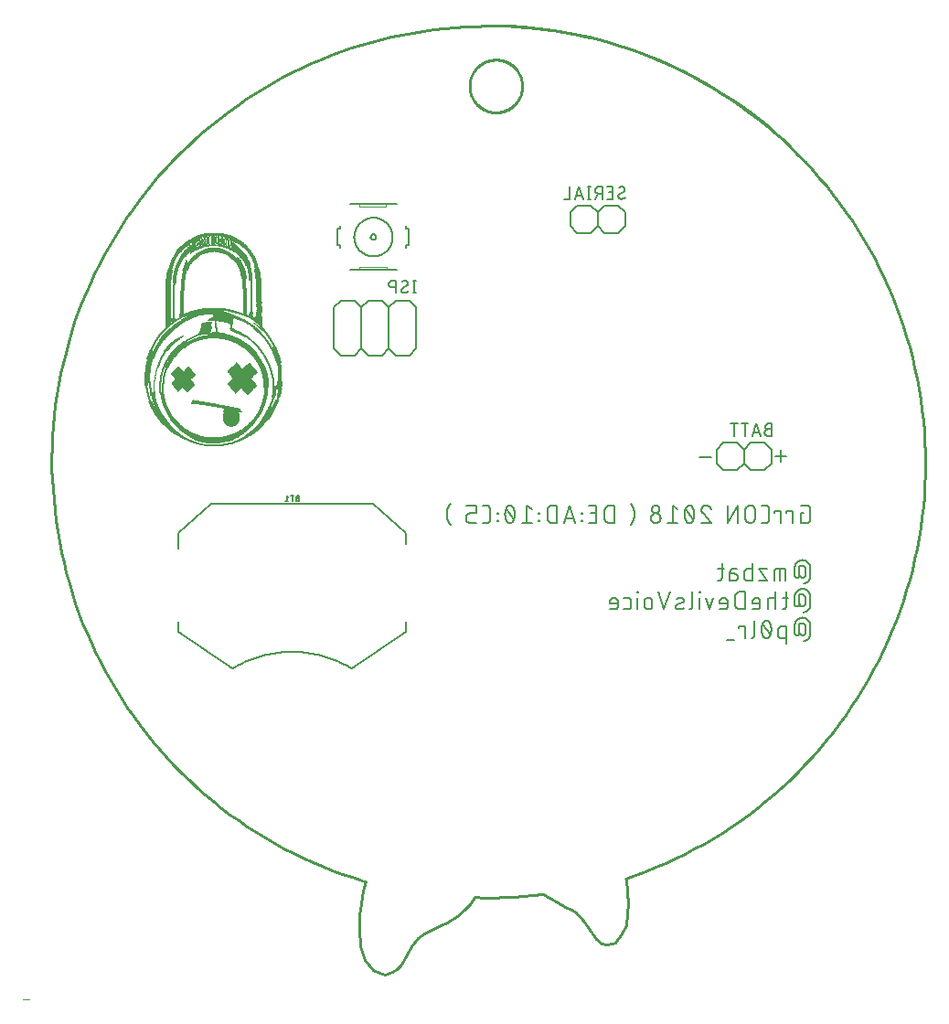
<source format=gbo>
G75*
%MOIN*%
%OFA0B0*%
%FSLAX25Y25*%
%IPPOS*%
%LPD*%
%AMOC8*
5,1,8,0,0,1.08239X$1,22.5*
%
%ADD10C,0.01000*%
%ADD11R,0.02535X0.00025*%
%ADD12R,0.03346X0.00025*%
%ADD13R,0.04159X0.00025*%
%ADD14R,0.04970X0.00025*%
%ADD15R,0.05536X0.00025*%
%ADD16R,0.05856X0.00025*%
%ADD17R,0.06176X0.00025*%
%ADD18R,0.06496X0.00025*%
%ADD19R,0.06816X0.00025*%
%ADD20R,0.07136X0.00025*%
%ADD21R,0.07431X0.00025*%
%ADD22R,0.07726X0.00025*%
%ADD23R,0.08022X0.00025*%
%ADD24R,0.08317X0.00025*%
%ADD25R,0.08588X0.00025*%
%ADD26R,0.02584X0.00025*%
%ADD27R,0.03199X0.00025*%
%ADD28R,0.02461X0.00025*%
%ADD29R,0.03150X0.00025*%
%ADD30R,0.02338X0.00025*%
%ADD31R,0.02904X0.00025*%
%ADD32R,0.02190X0.00025*%
%ADD33R,0.02682X0.00025*%
%ADD34R,0.01944X0.00025*%
%ADD35R,0.01919X0.00025*%
%ADD36R,0.02289X0.00025*%
%ADD37R,0.01821X0.00025*%
%ADD38R,0.02165X0.00025*%
%ADD39R,0.01722X0.00025*%
%ADD40R,0.02091X0.00025*%
%ADD41R,0.01599X0.00025*%
%ADD42R,0.01969X0.00025*%
%ADD43R,0.01575X0.00025*%
%ADD44R,0.01870X0.00025*%
%ADD45R,0.01747X0.00025*%
%ADD46R,0.01624X0.00025*%
%ADD47R,0.01648X0.00025*%
%ADD48R,0.01649X0.00025*%
%ADD49R,0.01476X0.00025*%
%ADD50R,0.01698X0.00025*%
%ADD51R,0.01600X0.00025*%
%ADD52R,0.01673X0.00025*%
%ADD53R,0.01550X0.00025*%
%ADD54R,0.01673X0.00025*%
%ADD55R,0.01526X0.00025*%
%ADD56R,0.01673X0.00025*%
%ADD57R,0.01526X0.00025*%
%ADD58R,0.01501X0.00025*%
%ADD59R,0.01526X0.00025*%
%ADD60R,0.01600X0.00025*%
%ADD61R,0.01452X0.00025*%
%ADD62R,0.01599X0.00025*%
%ADD63R,0.01501X0.00025*%
%ADD64R,0.01230X0.00025*%
%ADD65R,0.03863X0.00025*%
%ADD66R,0.01550X0.00025*%
%ADD67R,0.01402X0.00025*%
%ADD68R,0.04749X0.00025*%
%ADD69R,0.01501X0.00025*%
%ADD70R,0.04995X0.00025*%
%ADD71R,0.01550X0.00025*%
%ADD72R,0.05266X0.00025*%
%ADD73R,0.05561X0.00025*%
%ADD74R,0.05831X0.00025*%
%ADD75R,0.01452X0.00025*%
%ADD76R,0.01304X0.00025*%
%ADD77R,0.06102X0.00025*%
%ADD78R,0.01452X0.00025*%
%ADD79R,0.01378X0.00025*%
%ADD80R,0.06398X0.00025*%
%ADD81R,0.01427X0.00025*%
%ADD82R,0.06668X0.00025*%
%ADD83R,0.06963X0.00025*%
%ADD84R,0.07234X0.00025*%
%ADD85R,0.01403X0.00025*%
%ADD86R,0.01353X0.00025*%
%ADD87R,0.07480X0.00025*%
%ADD88R,0.07751X0.00025*%
%ADD89R,0.01402X0.00025*%
%ADD90R,0.07972X0.00025*%
%ADD91R,0.08219X0.00025*%
%ADD92R,0.08489X0.00025*%
%ADD93R,0.08735X0.00025*%
%ADD94R,0.08981X0.00025*%
%ADD95R,0.09227X0.00025*%
%ADD96R,0.09474X0.00025*%
%ADD97R,0.09719X0.00025*%
%ADD98R,0.09990X0.00025*%
%ADD99R,0.10236X0.00025*%
%ADD100R,0.10457X0.00025*%
%ADD101R,0.10728X0.00025*%
%ADD102R,0.10950X0.00025*%
%ADD103R,0.11147X0.00025*%
%ADD104R,0.11368X0.00025*%
%ADD105R,0.11565X0.00025*%
%ADD106R,0.11762X0.00025*%
%ADD107R,0.11959X0.00025*%
%ADD108R,0.12180X0.00025*%
%ADD109R,0.12328X0.00025*%
%ADD110R,0.12451X0.00025*%
%ADD111R,0.12549X0.00025*%
%ADD112R,0.12672X0.00025*%
%ADD113R,0.12795X0.00025*%
%ADD114R,0.12894X0.00025*%
%ADD115R,0.13041X0.00025*%
%ADD116R,0.13140X0.00025*%
%ADD117R,0.13263X0.00025*%
%ADD118R,0.13386X0.00025*%
%ADD119R,0.13484X0.00025*%
%ADD120R,0.13607X0.00025*%
%ADD121R,0.13755X0.00025*%
%ADD122R,0.13854X0.00025*%
%ADD123R,0.13952X0.00025*%
%ADD124R,0.14050X0.00025*%
%ADD125R,0.14149X0.00025*%
%ADD126R,0.14222X0.00025*%
%ADD127R,0.14321X0.00025*%
%ADD128R,0.14444X0.00025*%
%ADD129R,0.14542X0.00025*%
%ADD130R,0.14616X0.00025*%
%ADD131R,0.14715X0.00025*%
%ADD132R,0.14813X0.00025*%
%ADD133R,0.14911X0.00025*%
%ADD134R,0.14985X0.00025*%
%ADD135R,0.01550X0.00025*%
%ADD136R,0.15083X0.00025*%
%ADD137R,0.15182X0.00025*%
%ADD138R,0.15280X0.00025*%
%ADD139R,0.15354X0.00025*%
%ADD140R,0.15453X0.00025*%
%ADD141R,0.15551X0.00025*%
%ADD142R,0.15625X0.00025*%
%ADD143R,0.15723X0.00025*%
%ADD144R,0.15822X0.00025*%
%ADD145R,0.15920X0.00025*%
%ADD146R,0.15994X0.00025*%
%ADD147R,0.16093X0.00025*%
%ADD148R,0.16191X0.00025*%
%ADD149R,0.16289X0.00025*%
%ADD150R,0.01427X0.00025*%
%ADD151R,0.16363X0.00025*%
%ADD152R,0.01624X0.00025*%
%ADD153R,0.01452X0.00025*%
%ADD154R,0.16461X0.00025*%
%ADD155R,0.07111X0.00025*%
%ADD156R,0.06742X0.00025*%
%ADD157R,0.06250X0.00025*%
%ADD158R,0.06078X0.00025*%
%ADD159R,0.06152X0.00025*%
%ADD160R,0.01452X0.00025*%
%ADD161R,0.05980X0.00025*%
%ADD162R,0.06127X0.00025*%
%ADD163R,0.01476X0.00025*%
%ADD164R,0.05856X0.00025*%
%ADD165R,0.06078X0.00025*%
%ADD166R,0.01624X0.00025*%
%ADD167R,0.05782X0.00025*%
%ADD168R,0.06053X0.00025*%
%ADD169R,0.05659X0.00025*%
%ADD170R,0.06004X0.00025*%
%ADD171R,0.05979X0.00025*%
%ADD172R,0.01476X0.00025*%
%ADD173R,0.05438X0.00025*%
%ADD174R,0.05930X0.00025*%
%ADD175R,0.01649X0.00025*%
%ADD176R,0.01501X0.00025*%
%ADD177R,0.05339X0.00025*%
%ADD178R,0.01649X0.00025*%
%ADD179R,0.05217X0.00025*%
%ADD180R,0.05758X0.00025*%
%ADD181R,0.05094X0.00025*%
%ADD182R,0.05537X0.00025*%
%ADD183R,0.04872X0.00025*%
%ADD184R,0.05463X0.00025*%
%ADD185R,0.04749X0.00025*%
%ADD186R,0.05364X0.00025*%
%ADD187R,0.04724X0.00025*%
%ADD188R,0.04601X0.00025*%
%ADD189R,0.05167X0.00025*%
%ADD190R,0.04552X0.00025*%
%ADD191R,0.05044X0.00025*%
%ADD192R,0.04503X0.00025*%
%ADD193R,0.04995X0.00025*%
%ADD194R,0.04454X0.00025*%
%ADD195R,0.04946X0.00025*%
%ADD196R,0.04429X0.00025*%
%ADD197R,0.04921X0.00025*%
%ADD198R,0.04331X0.00025*%
%ADD199R,0.04847X0.00025*%
%ADD200R,0.04281X0.00025*%
%ADD201R,0.04823X0.00025*%
%ADD202R,0.04232X0.00025*%
%ADD203R,0.04774X0.00025*%
%ADD204R,0.04158X0.00025*%
%ADD205R,0.04724X0.00025*%
%ADD206R,0.04134X0.00025*%
%ADD207R,0.04700X0.00025*%
%ADD208R,0.04085X0.00025*%
%ADD209R,0.04651X0.00025*%
%ADD210R,0.04060X0.00025*%
%ADD211R,0.04602X0.00025*%
%ADD212R,0.04035X0.00025*%
%ADD213R,0.04011X0.00025*%
%ADD214R,0.04503X0.00025*%
%ADD215R,0.03962X0.00025*%
%ADD216R,0.04478X0.00025*%
%ADD217R,0.03937X0.00025*%
%ADD218R,0.03888X0.00025*%
%ADD219R,0.04404X0.00025*%
%ADD220R,0.04356X0.00025*%
%ADD221R,0.03839X0.00025*%
%ADD222R,0.04306X0.00025*%
%ADD223R,0.03814X0.00025*%
%ADD224R,0.03765X0.00025*%
%ADD225R,0.04208X0.00025*%
%ADD226R,0.03740X0.00025*%
%ADD227R,0.04183X0.00025*%
%ADD228R,0.03716X0.00025*%
%ADD229R,0.03691X0.00025*%
%ADD230R,0.04109X0.00025*%
%ADD231R,0.03642X0.00025*%
%ADD232R,0.03617X0.00025*%
%ADD233R,0.03568X0.00025*%
%ADD234R,0.03986X0.00025*%
%ADD235R,0.03519X0.00025*%
%ADD236R,0.03913X0.00025*%
%ADD237R,0.03494X0.00025*%
%ADD238R,0.03863X0.00025*%
%ADD239R,0.01698X0.00025*%
%ADD240R,0.03445X0.00025*%
%ADD241R,0.03420X0.00025*%
%ADD242R,0.03789X0.00025*%
%ADD243R,0.03371X0.00025*%
%ADD244R,0.03322X0.00025*%
%ADD245R,0.03667X0.00025*%
%ADD246R,0.03297X0.00025*%
%ADD247R,0.03248X0.00025*%
%ADD248R,0.03223X0.00025*%
%ADD249R,0.03543X0.00025*%
%ADD250R,0.03174X0.00025*%
%ADD251R,0.01747X0.00025*%
%ADD252R,0.03125X0.00025*%
%ADD253R,0.03100X0.00025*%
%ADD254R,0.03051X0.00025*%
%ADD255R,0.01772X0.00025*%
%ADD256R,0.03026X0.00025*%
%ADD257R,0.03002X0.00025*%
%ADD258R,0.02977X0.00025*%
%ADD259R,0.02953X0.00025*%
%ADD260R,0.02978X0.00025*%
%ADD261R,0.01796X0.00025*%
%ADD262R,0.02928X0.00025*%
%ADD263R,0.02879X0.00025*%
%ADD264R,0.02854X0.00025*%
%ADD265R,0.01796X0.00025*%
%ADD266R,0.02830X0.00025*%
%ADD267R,0.02805X0.00025*%
%ADD268R,0.02879X0.00025*%
%ADD269R,0.02781X0.00025*%
%ADD270R,0.02756X0.00025*%
%ADD271R,0.02731X0.00025*%
%ADD272R,0.01845X0.00025*%
%ADD273R,0.02830X0.00025*%
%ADD274R,0.02707X0.00025*%
%ADD275R,0.02657X0.00025*%
%ADD276R,0.01846X0.00025*%
%ADD277R,0.02633X0.00025*%
%ADD278R,0.02608X0.00025*%
%ADD279R,0.02583X0.00025*%
%ADD280R,0.02559X0.00025*%
%ADD281R,0.02682X0.00025*%
%ADD282R,0.01895X0.00025*%
%ADD283R,0.02534X0.00025*%
%ADD284R,0.02633X0.00025*%
%ADD285R,0.01894X0.00025*%
%ADD286R,0.02510X0.00025*%
%ADD287R,0.02485X0.00025*%
%ADD288R,0.02535X0.00025*%
%ADD289R,0.02485X0.00025*%
%ADD290R,0.02436X0.00025*%
%ADD291R,0.02436X0.00025*%
%ADD292R,0.02411X0.00025*%
%ADD293R,0.02387X0.00025*%
%ADD294R,0.02387X0.00025*%
%ADD295R,0.02362X0.00025*%
%ADD296R,0.01944X0.00025*%
%ADD297R,0.02337X0.00025*%
%ADD298R,0.02313X0.00025*%
%ADD299R,0.02288X0.00025*%
%ADD300R,0.02264X0.00025*%
%ADD301R,0.02239X0.00025*%
%ADD302R,0.02239X0.00025*%
%ADD303R,0.02215X0.00025*%
%ADD304R,0.02190X0.00025*%
%ADD305R,0.01993X0.00025*%
%ADD306R,0.01993X0.00025*%
%ADD307R,0.02141X0.00025*%
%ADD308R,0.02141X0.00025*%
%ADD309R,0.02018X0.00025*%
%ADD310R,0.02042X0.00025*%
%ADD311R,0.02043X0.00025*%
%ADD312R,0.02116X0.00025*%
%ADD313R,0.02092X0.00025*%
%ADD314R,0.02043X0.00025*%
%ADD315R,0.02091X0.00025*%
%ADD316R,0.02116X0.00025*%
%ADD317R,0.02018X0.00025*%
%ADD318R,0.02067X0.00025*%
%ADD319R,0.02092X0.00025*%
%ADD320R,0.02018X0.00025*%
%ADD321R,0.02067X0.00025*%
%ADD322R,0.02067X0.00025*%
%ADD323R,0.02092X0.00025*%
%ADD324R,0.01944X0.00025*%
%ADD325R,0.02091X0.00025*%
%ADD326R,0.02042X0.00025*%
%ADD327R,0.01944X0.00025*%
%ADD328R,0.00148X0.00025*%
%ADD329R,0.02042X0.00025*%
%ADD330R,0.00591X0.00025*%
%ADD331R,0.01894X0.00025*%
%ADD332R,0.02116X0.00025*%
%ADD333R,0.02043X0.00025*%
%ADD334R,0.00787X0.00025*%
%ADD335R,0.01895X0.00025*%
%ADD336R,0.01058X0.00025*%
%ADD337R,0.01181X0.00025*%
%ADD338R,0.02165X0.00025*%
%ADD339R,0.01993X0.00025*%
%ADD340R,0.01575X0.00025*%
%ADD341R,0.01870X0.00025*%
%ADD342R,0.02165X0.00025*%
%ADD343R,0.01993X0.00025*%
%ADD344R,0.01772X0.00025*%
%ADD345R,0.01870X0.00025*%
%ADD346R,0.02190X0.00025*%
%ADD347R,0.01969X0.00025*%
%ADD348R,0.02362X0.00025*%
%ADD349R,0.01846X0.00025*%
%ADD350R,0.02215X0.00025*%
%ADD351R,0.01969X0.00025*%
%ADD352R,0.02461X0.00025*%
%ADD353R,0.01845X0.00025*%
%ADD354R,0.02239X0.00025*%
%ADD355R,0.01944X0.00025*%
%ADD356R,0.02854X0.00025*%
%ADD357R,0.01821X0.00025*%
%ADD358R,0.02239X0.00025*%
%ADD359R,0.01944X0.00025*%
%ADD360R,0.02978X0.00025*%
%ADD361R,0.01821X0.00025*%
%ADD362R,0.03125X0.00025*%
%ADD363R,0.02289X0.00025*%
%ADD364R,0.03248X0.00025*%
%ADD365R,0.01796X0.00025*%
%ADD366R,0.02288X0.00025*%
%ADD367R,0.03322X0.00025*%
%ADD368R,0.01796X0.00025*%
%ADD369R,0.03396X0.00025*%
%ADD370R,0.02338X0.00025*%
%ADD371R,0.01895X0.00025*%
%ADD372R,0.03617X0.00025*%
%ADD373R,0.01796X0.00025*%
%ADD374R,0.02337X0.00025*%
%ADD375R,0.01894X0.00025*%
%ADD376R,0.03667X0.00025*%
%ADD377R,0.01796X0.00025*%
%ADD378R,0.03961X0.00025*%
%ADD379R,0.02362X0.00025*%
%ADD380R,0.04011X0.00025*%
%ADD381R,0.02337X0.00025*%
%ADD382R,0.01772X0.00025*%
%ADD383R,0.04281X0.00025*%
%ADD384R,0.04380X0.00025*%
%ADD385R,0.04454X0.00025*%
%ADD386R,0.01747X0.00025*%
%ADD387R,0.04478X0.00025*%
%ADD388R,0.02141X0.00025*%
%ADD389R,0.04528X0.00025*%
%ADD390R,0.02387X0.00025*%
%ADD391R,0.04650X0.00025*%
%ADD392R,0.01722X0.00025*%
%ADD393R,0.02141X0.00025*%
%ADD394R,0.02387X0.00025*%
%ADD395R,0.04700X0.00025*%
%ADD396R,0.01722X0.00025*%
%ADD397R,0.04749X0.00025*%
%ADD398R,0.04774X0.00025*%
%ADD399R,0.04798X0.00025*%
%ADD400R,0.04872X0.00025*%
%ADD401R,0.04946X0.00025*%
%ADD402R,0.05020X0.00025*%
%ADD403R,0.05044X0.00025*%
%ADD404R,0.05069X0.00025*%
%ADD405R,0.05118X0.00025*%
%ADD406R,0.05192X0.00025*%
%ADD407R,0.05241X0.00025*%
%ADD408R,0.05291X0.00025*%
%ADD409R,0.05315X0.00025*%
%ADD410R,0.05339X0.00025*%
%ADD411R,0.05364X0.00025*%
%ADD412R,0.05389X0.00025*%
%ADD413R,0.05413X0.00025*%
%ADD414R,0.05438X0.00025*%
%ADD415R,0.05463X0.00025*%
%ADD416R,0.05487X0.00025*%
%ADD417R,0.05585X0.00025*%
%ADD418R,0.05610X0.00025*%
%ADD419R,0.05635X0.00025*%
%ADD420R,0.05684X0.00025*%
%ADD421R,0.05709X0.00025*%
%ADD422R,0.05733X0.00025*%
%ADD423R,0.05807X0.00025*%
%ADD424R,0.02731X0.00025*%
%ADD425R,0.02780X0.00025*%
%ADD426R,0.00344X0.00025*%
%ADD427R,0.00295X0.00025*%
%ADD428R,0.00246X0.00025*%
%ADD429R,0.00221X0.00025*%
%ADD430R,0.05733X0.00025*%
%ADD431R,0.00197X0.00025*%
%ADD432R,0.00098X0.00025*%
%ADD433R,0.00049X0.00025*%
%ADD434R,0.00024X0.00025*%
%ADD435R,0.05635X0.00025*%
%ADD436R,0.01354X0.00025*%
%ADD437R,0.00394X0.00025*%
%ADD438R,0.00419X0.00025*%
%ADD439R,0.00468X0.00025*%
%ADD440R,0.00517X0.00025*%
%ADD441R,0.06472X0.00025*%
%ADD442R,0.06447X0.00025*%
%ADD443R,0.06373X0.00025*%
%ADD444R,0.06348X0.00025*%
%ADD445R,0.06324X0.00025*%
%ADD446R,0.06275X0.00025*%
%ADD447R,0.06225X0.00025*%
%ADD448R,0.06201X0.00025*%
%ADD449R,0.06127X0.00025*%
%ADD450R,0.06028X0.00025*%
%ADD451R,0.05955X0.00025*%
%ADD452R,0.05930X0.00025*%
%ADD453R,0.05881X0.00025*%
%ADD454R,0.01132X0.00025*%
%ADD455R,0.01107X0.00025*%
%ADD456R,0.05832X0.00025*%
%ADD457R,0.01083X0.00025*%
%ADD458R,0.01107X0.00025*%
%ADD459R,0.05783X0.00025*%
%ADD460R,0.05487X0.00025*%
%ADD461R,0.05389X0.00025*%
%ADD462R,0.01058X0.00025*%
%ADD463R,0.04995X0.00025*%
%ADD464R,0.04896X0.00025*%
%ADD465R,0.04848X0.00025*%
%ADD466R,0.04552X0.00025*%
%ADD467R,0.01033X0.00025*%
%ADD468R,0.04454X0.00025*%
%ADD469R,0.04577X0.00025*%
%ADD470R,0.04626X0.00025*%
%ADD471R,0.04650X0.00025*%
%ADD472R,0.04675X0.00025*%
%ADD473R,0.00984X0.00025*%
%ADD474R,0.04749X0.00025*%
%ADD475R,0.00935X0.00025*%
%ADD476R,0.00886X0.00025*%
%ADD477R,0.00861X0.00025*%
%ADD478R,0.01156X0.00025*%
%ADD479R,0.01329X0.00025*%
%ADD480R,0.00861X0.00025*%
%ADD481R,0.01157X0.00025*%
%ADD482R,0.04995X0.00025*%
%ADD483R,0.01304X0.00025*%
%ADD484R,0.01280X0.00025*%
%ADD485R,0.05143X0.00025*%
%ADD486R,0.00837X0.00025*%
%ADD487R,0.01255X0.00025*%
%ADD488R,0.01058X0.00025*%
%ADD489R,0.01157X0.00025*%
%ADD490R,0.05241X0.00025*%
%ADD491R,0.01280X0.00025*%
%ADD492R,0.00861X0.00025*%
%ADD493R,0.01058X0.00025*%
%ADD494R,0.01156X0.00025*%
%ADD495R,0.05266X0.00025*%
%ADD496R,0.01280X0.00025*%
%ADD497R,0.00837X0.00025*%
%ADD498R,0.01255X0.00025*%
%ADD499R,0.05290X0.00025*%
%ADD500R,0.00812X0.00025*%
%ADD501R,0.01255X0.00025*%
%ADD502R,0.05339X0.00025*%
%ADD503R,0.00837X0.00025*%
%ADD504R,0.01230X0.00025*%
%ADD505R,0.01058X0.00025*%
%ADD506R,0.05389X0.00025*%
%ADD507R,0.00812X0.00025*%
%ADD508R,0.01230X0.00025*%
%ADD509R,0.00812X0.00025*%
%ADD510R,0.05438X0.00025*%
%ADD511R,0.01206X0.00025*%
%ADD512R,0.01206X0.00025*%
%ADD513R,0.01058X0.00025*%
%ADD514R,0.01452X0.00025*%
%ADD515R,0.05487X0.00025*%
%ADD516R,0.01255X0.00025*%
%ADD517R,0.00787X0.00025*%
%ADD518R,0.01206X0.00025*%
%ADD519R,0.01181X0.00025*%
%ADD520R,0.05512X0.00025*%
%ADD521R,0.01206X0.00025*%
%ADD522R,0.00787X0.00025*%
%ADD523R,0.01181X0.00025*%
%ADD524R,0.05610X0.00025*%
%ADD525R,0.01255X0.00025*%
%ADD526R,0.00763X0.00025*%
%ADD527R,0.01083X0.00025*%
%ADD528R,0.05635X0.00025*%
%ADD529R,0.00763X0.00025*%
%ADD530R,0.01083X0.00025*%
%ADD531R,0.05758X0.00025*%
%ADD532R,0.05783X0.00025*%
%ADD533R,0.00763X0.00025*%
%ADD534R,0.05881X0.00025*%
%ADD535R,0.01206X0.00025*%
%ADD536R,0.05906X0.00025*%
%ADD537R,0.01156X0.00025*%
%ADD538R,0.00098X0.00025*%
%ADD539R,0.05930X0.00025*%
%ADD540R,0.01255X0.00025*%
%ADD541R,0.00320X0.00025*%
%ADD542R,0.00344X0.00025*%
%ADD543R,0.06029X0.00025*%
%ADD544R,0.00443X0.00025*%
%ADD545R,0.06053X0.00025*%
%ADD546R,0.01157X0.00025*%
%ADD547R,0.00541X0.00025*%
%ADD548R,0.00664X0.00025*%
%ADD549R,0.01033X0.00025*%
%ADD550R,0.00935X0.00025*%
%ADD551R,0.06102X0.00025*%
%ADD552R,0.01033X0.00025*%
%ADD553R,0.07160X0.00025*%
%ADD554R,0.07013X0.00025*%
%ADD555R,0.06865X0.00025*%
%ADD556R,0.06717X0.00025*%
%ADD557R,0.06570X0.00025*%
%ADD558R,0.06422X0.00025*%
%ADD559R,0.01132X0.00025*%
%ADD560R,0.06274X0.00025*%
%ADD561R,0.05831X0.00025*%
%ADD562R,0.01132X0.00025*%
%ADD563R,0.05684X0.00025*%
%ADD564R,0.01107X0.00025*%
%ADD565R,0.01009X0.00025*%
%ADD566R,0.01009X0.00025*%
%ADD567R,0.05020X0.00025*%
%ADD568R,0.04872X0.00025*%
%ADD569R,0.01304X0.00025*%
%ADD570R,0.00812X0.00025*%
%ADD571R,0.01009X0.00025*%
%ADD572R,0.04257X0.00025*%
%ADD573R,0.01304X0.00025*%
%ADD574R,0.01009X0.00025*%
%ADD575R,0.01427X0.00025*%
%ADD576R,0.04109X0.00025*%
%ADD577R,0.03494X0.00025*%
%ADD578R,0.00812X0.00025*%
%ADD579R,0.00984X0.00025*%
%ADD580R,0.03346X0.00025*%
%ADD581R,0.03027X0.00025*%
%ADD582R,0.00984X0.00025*%
%ADD583R,0.02682X0.00025*%
%ADD584R,0.02534X0.00025*%
%ADD585R,0.00959X0.00025*%
%ADD586R,0.00960X0.00025*%
%ADD587R,0.00960X0.00025*%
%ADD588R,0.01009X0.00025*%
%ADD589R,0.00959X0.00025*%
%ADD590R,0.00861X0.00025*%
%ADD591R,0.00689X0.00025*%
%ADD592R,0.00492X0.00025*%
%ADD593R,0.00270X0.00025*%
%ADD594R,0.01304X0.00025*%
%ADD595R,0.00935X0.00025*%
%ADD596R,0.01329X0.00025*%
%ADD597R,0.00861X0.00025*%
%ADD598R,0.00910X0.00025*%
%ADD599R,0.01329X0.00025*%
%ADD600R,0.00886X0.00025*%
%ADD601R,0.00911X0.00025*%
%ADD602R,0.01353X0.00025*%
%ADD603R,0.00910X0.00025*%
%ADD604R,0.00960X0.00025*%
%ADD605R,0.00911X0.00025*%
%ADD606R,0.01354X0.00025*%
%ADD607R,0.00911X0.00025*%
%ADD608R,0.01378X0.00025*%
%ADD609R,0.00910X0.00025*%
%ADD610R,0.01378X0.00025*%
%ADD611R,0.01403X0.00025*%
%ADD612R,0.01354X0.00025*%
%ADD613R,0.01501X0.00025*%
%ADD614R,0.01403X0.00025*%
%ADD615R,0.00959X0.00025*%
%ADD616R,0.00443X0.00025*%
%ADD617R,0.00566X0.00025*%
%ADD618R,0.00615X0.00025*%
%ADD619R,0.00714X0.00025*%
%ADD620R,0.00763X0.00025*%
%ADD621R,0.00320X0.00025*%
%ADD622R,0.00418X0.00025*%
%ADD623R,0.00467X0.00025*%
%ADD624R,0.00591X0.00025*%
%ADD625R,0.00369X0.00025*%
%ADD626R,0.00640X0.00025*%
%ADD627R,0.00713X0.00025*%
%ADD628R,0.00369X0.00025*%
%ADD629R,0.00517X0.00025*%
%ADD630R,0.02928X0.00025*%
%ADD631R,0.00738X0.00025*%
%ADD632R,0.03076X0.00025*%
%ADD633R,0.03174X0.00025*%
%ADD634R,0.03224X0.00025*%
%ADD635R,0.03272X0.00025*%
%ADD636R,0.03470X0.00025*%
%ADD637R,0.03593X0.00025*%
%ADD638R,0.03715X0.00025*%
%ADD639R,0.03076X0.00025*%
%ADD640R,0.04207X0.00025*%
%ADD641R,0.03273X0.00025*%
%ADD642R,0.04257X0.00025*%
%ADD643R,0.03322X0.00025*%
%ADD644R,0.03420X0.00025*%
%ADD645R,0.04503X0.00025*%
%ADD646R,0.08637X0.00025*%
%ADD647R,0.08686X0.00025*%
%ADD648R,0.08735X0.00025*%
%ADD649R,0.08785X0.00025*%
%ADD650R,0.08833X0.00025*%
%ADD651R,0.08883X0.00025*%
%ADD652R,0.08932X0.00025*%
%ADD653R,0.03469X0.00025*%
%ADD654R,0.08957X0.00025*%
%ADD655R,0.03519X0.00025*%
%ADD656R,0.09006X0.00025*%
%ADD657R,0.09055X0.00025*%
%ADD658R,0.09104X0.00025*%
%ADD659R,0.09154X0.00025*%
%ADD660R,0.09203X0.00025*%
%ADD661R,0.09252X0.00025*%
%ADD662R,0.09301X0.00025*%
%ADD663R,0.06914X0.00025*%
%ADD664R,0.09350X0.00025*%
%ADD665R,0.06964X0.00025*%
%ADD666R,0.09400X0.00025*%
%ADD667R,0.06988X0.00025*%
%ADD668R,0.09424X0.00025*%
%ADD669R,0.07037X0.00025*%
%ADD670R,0.09473X0.00025*%
%ADD671R,0.07087X0.00025*%
%ADD672R,0.09523X0.00025*%
%ADD673R,0.09572X0.00025*%
%ADD674R,0.07185X0.00025*%
%ADD675R,0.09621X0.00025*%
%ADD676R,0.07210X0.00025*%
%ADD677R,0.09670X0.00025*%
%ADD678R,0.09720X0.00025*%
%ADD679R,0.07283X0.00025*%
%ADD680R,0.09769X0.00025*%
%ADD681R,0.07333X0.00025*%
%ADD682R,0.09818X0.00025*%
%ADD683R,0.07382X0.00025*%
%ADD684R,0.09867X0.00025*%
%ADD685R,0.07407X0.00025*%
%ADD686R,0.09941X0.00025*%
%ADD687R,0.07456X0.00025*%
%ADD688R,0.09965X0.00025*%
%ADD689R,0.07505X0.00025*%
%ADD690R,0.07554X0.00025*%
%ADD691R,0.10039X0.00025*%
%ADD692R,0.07604X0.00025*%
%ADD693R,0.10089X0.00025*%
%ADD694R,0.07628X0.00025*%
%ADD695R,0.10138X0.00025*%
%ADD696R,0.07677X0.00025*%
%ADD697R,0.10162X0.00025*%
%ADD698R,0.10187X0.00025*%
%ADD699R,0.00615X0.00025*%
%ADD700R,0.07776X0.00025*%
%ADD701R,0.10211X0.00025*%
%ADD702R,0.07825X0.00025*%
%ADD703R,0.07850X0.00025*%
%ADD704R,0.10212X0.00025*%
%ADD705R,0.07898X0.00025*%
%ADD706R,0.07948X0.00025*%
%ADD707R,0.07997X0.00025*%
%ADD708R,0.08046X0.00025*%
%ADD709R,0.08071X0.00025*%
%ADD710R,0.08096X0.00025*%
%ADD711R,0.08120X0.00025*%
%ADD712R,0.10261X0.00025*%
%ADD713R,0.10163X0.00025*%
%ADD714R,0.08095X0.00025*%
%ADD715R,0.10064X0.00025*%
%ADD716R,0.09892X0.00025*%
%ADD717R,0.09867X0.00025*%
%ADD718R,0.08046X0.00025*%
%ADD719R,0.09818X0.00025*%
%ADD720R,0.09793X0.00025*%
%ADD721R,0.09670X0.00025*%
%ADD722R,0.09646X0.00025*%
%ADD723R,0.09596X0.00025*%
%ADD724R,0.07800X0.00025*%
%ADD725R,0.09547X0.00025*%
%ADD726R,0.07751X0.00025*%
%ADD727R,0.09498X0.00025*%
%ADD728R,0.07702X0.00025*%
%ADD729R,0.09449X0.00025*%
%ADD730R,0.07579X0.00025*%
%ADD731R,0.09178X0.00025*%
%ADD732R,0.07357X0.00025*%
%ADD733R,0.09129X0.00025*%
%ADD734R,0.07308X0.00025*%
%ADD735R,0.09080X0.00025*%
%ADD736R,0.07259X0.00025*%
%ADD737R,0.09030X0.00025*%
%ADD738R,0.08907X0.00025*%
%ADD739R,0.08858X0.00025*%
%ADD740R,0.08809X0.00025*%
%ADD741R,0.08760X0.00025*%
%ADD742R,0.06939X0.00025*%
%ADD743R,0.08711X0.00025*%
%ADD744R,0.06890X0.00025*%
%ADD745R,0.08661X0.00025*%
%ADD746R,0.06841X0.00025*%
%ADD747R,0.08612X0.00025*%
%ADD748R,0.06767X0.00025*%
%ADD749R,0.08563X0.00025*%
%ADD750R,0.08514X0.00025*%
%ADD751R,0.06693X0.00025*%
%ADD752R,0.08465X0.00025*%
%ADD753R,0.06644X0.00025*%
%ADD754R,0.08440X0.00025*%
%ADD755R,0.06594X0.00025*%
%ADD756R,0.08391X0.00025*%
%ADD757R,0.06545X0.00025*%
%ADD758R,0.08341X0.00025*%
%ADD759R,0.08268X0.00025*%
%ADD760R,0.08169X0.00025*%
%ADD761R,0.06299X0.00025*%
%ADD762R,0.06226X0.00025*%
%ADD763R,0.00566X0.00025*%
%ADD764R,0.00271X0.00025*%
%ADD765R,0.06127X0.00025*%
%ADD766R,0.07923X0.00025*%
%ADD767R,0.06078X0.00025*%
%ADD768R,0.07874X0.00025*%
%ADD769R,0.05906X0.00025*%
%ADD770R,0.07702X0.00025*%
%ADD771R,0.07652X0.00025*%
%ADD772R,0.05684X0.00025*%
%ADD773R,0.07530X0.00025*%
%ADD774R,0.05586X0.00025*%
%ADD775R,0.07013X0.00025*%
%ADD776R,0.06791X0.00025*%
%ADD777R,0.05512X0.00025*%
%ADD778R,0.00665X0.00025*%
%ADD779R,0.06718X0.00025*%
%ADD780R,0.06767X0.00025*%
%ADD781R,0.06816X0.00025*%
%ADD782R,0.06324X0.00025*%
%ADD783R,0.06422X0.00025*%
%ADD784R,0.06520X0.00025*%
%ADD785R,0.07111X0.00025*%
%ADD786R,0.07160X0.00025*%
%ADD787R,0.08145X0.00025*%
%ADD788R,0.08194X0.00025*%
%ADD789R,0.08243X0.00025*%
%ADD790R,0.08292X0.00025*%
%ADD791R,0.08366X0.00025*%
%ADD792R,0.08415X0.00025*%
%ADD793R,0.08587X0.00025*%
%ADD794R,0.08637X0.00025*%
%ADD795R,0.08686X0.00025*%
%ADD796R,0.08784X0.00025*%
%ADD797R,0.08834X0.00025*%
%ADD798R,0.08883X0.00025*%
%ADD799R,0.08932X0.00025*%
%ADD800R,0.09031X0.00025*%
%ADD801R,0.08539X0.00025*%
%ADD802R,0.09522X0.00025*%
%ADD803R,0.09572X0.00025*%
%ADD804R,0.09621X0.00025*%
%ADD805R,0.09769X0.00025*%
%ADD806R,0.09843X0.00025*%
%ADD807R,0.08293X0.00025*%
%ADD808R,0.09966X0.00025*%
%ADD809R,0.10015X0.00025*%
%ADD810R,0.10064X0.00025*%
%ADD811R,0.10113X0.00025*%
%ADD812R,0.10261X0.00025*%
%ADD813R,0.10310X0.00025*%
%ADD814R,0.10359X0.00025*%
%ADD815R,0.10408X0.00025*%
%ADD816R,0.10433X0.00025*%
%ADD817R,0.10482X0.00025*%
%ADD818R,0.10531X0.00025*%
%ADD819R,0.07653X0.00025*%
%ADD820R,0.10556X0.00025*%
%ADD821R,0.07603X0.00025*%
%ADD822R,0.10605X0.00025*%
%ADD823R,0.10630X0.00025*%
%ADD824R,0.10654X0.00025*%
%ADD825R,0.10679X0.00025*%
%ADD826R,0.10704X0.00025*%
%ADD827R,0.10704X0.00025*%
%ADD828R,0.10384X0.00025*%
%ADD829R,0.10335X0.00025*%
%ADD830R,0.10285X0.00025*%
%ADD831R,0.10113X0.00025*%
%ADD832R,0.10015X0.00025*%
%ADD833R,0.09917X0.00025*%
%ADD834R,0.09744X0.00025*%
%ADD835R,0.09695X0.00025*%
%ADD836R,0.09424X0.00025*%
%ADD837R,0.09375X0.00025*%
%ADD838R,0.09326X0.00025*%
%ADD839R,0.09277X0.00025*%
%ADD840R,0.04700X0.00025*%
%ADD841R,0.04355X0.00025*%
%ADD842R,0.04306X0.00025*%
%ADD843R,0.04257X0.00025*%
%ADD844R,0.04158X0.00025*%
%ADD845R,0.04232X0.00025*%
%ADD846R,0.03765X0.00025*%
%ADD847R,0.03371X0.00025*%
%ADD848R,0.02215X0.00025*%
%ADD849R,0.00492X0.00025*%
%ADD850R,0.00517X0.00025*%
%ADD851R,0.00615X0.00025*%
%ADD852R,0.01648X0.00025*%
%ADD853R,0.00492X0.00025*%
%ADD854R,0.00517X0.00025*%
%ADD855R,0.00591X0.00025*%
%ADD856R,0.01648X0.00025*%
%ADD857R,0.00566X0.00025*%
%ADD858R,0.00615X0.00025*%
%ADD859R,0.00541X0.00025*%
%ADD860R,0.00615X0.00025*%
%ADD861R,0.01107X0.00025*%
%ADD862R,0.02239X0.00025*%
%ADD863R,0.00517X0.00025*%
%ADD864R,0.00566X0.00025*%
%ADD865R,0.01107X0.00025*%
%ADD866R,0.00615X0.00025*%
%ADD867R,0.02239X0.00025*%
%ADD868R,0.00566X0.00025*%
%ADD869R,0.02264X0.00025*%
%ADD870R,0.02264X0.00025*%
%ADD871R,0.00640X0.00025*%
%ADD872R,0.01698X0.00025*%
%ADD873R,0.00640X0.00025*%
%ADD874R,0.01698X0.00025*%
%ADD875R,0.00664X0.00025*%
%ADD876R,0.00689X0.00025*%
%ADD877R,0.00689X0.00025*%
%ADD878R,0.01747X0.00025*%
%ADD879R,0.00714X0.00025*%
%ADD880R,0.01747X0.00025*%
%ADD881R,0.02289X0.00025*%
%ADD882R,0.00738X0.00025*%
%ADD883R,0.01304X0.00025*%
%ADD884R,0.00738X0.00025*%
%ADD885R,0.00763X0.00025*%
%ADD886R,0.02313X0.00025*%
%ADD887R,0.00763X0.00025*%
%ADD888R,0.01747X0.00025*%
%ADD889R,0.02141X0.00025*%
%ADD890R,0.00861X0.00025*%
%ADD891R,0.02387X0.00025*%
%ADD892R,0.02411X0.00025*%
%ADD893R,0.02141X0.00025*%
%ADD894R,0.02411X0.00025*%
%ADD895R,0.00886X0.00025*%
%ADD896R,0.02461X0.00025*%
%ADD897R,0.01845X0.00025*%
%ADD898R,0.02313X0.00025*%
%ADD899R,0.02485X0.00025*%
%ADD900R,0.02510X0.00025*%
%ADD901R,0.01919X0.00025*%
%ADD902R,0.01919X0.00025*%
%ADD903R,0.02510X0.00025*%
%ADD904R,0.02190X0.00025*%
%ADD905R,0.02534X0.00025*%
%ADD906R,0.02190X0.00025*%
%ADD907R,0.02559X0.00025*%
%ADD908R,0.02559X0.00025*%
%ADD909R,0.02436X0.00025*%
%ADD910R,0.00665X0.00025*%
%ADD911R,0.02584X0.00025*%
%ADD912R,0.02436X0.00025*%
%ADD913R,0.02584X0.00025*%
%ADD914R,0.00664X0.00025*%
%ADD915R,0.02485X0.00025*%
%ADD916R,0.02608X0.00025*%
%ADD917R,0.02633X0.00025*%
%ADD918R,0.00665X0.00025*%
%ADD919R,0.02633X0.00025*%
%ADD920R,0.02608X0.00025*%
%ADD921R,0.02657X0.00025*%
%ADD922R,0.02387X0.00025*%
%ADD923R,0.02657X0.00025*%
%ADD924R,0.02682X0.00025*%
%ADD925R,0.02682X0.00025*%
%ADD926R,0.02633X0.00025*%
%ADD927R,0.02436X0.00025*%
%ADD928R,0.02633X0.00025*%
%ADD929R,0.02436X0.00025*%
%ADD930R,0.02707X0.00025*%
%ADD931R,0.02707X0.00025*%
%ADD932R,0.02535X0.00025*%
%ADD933R,0.01009X0.00025*%
%ADD934R,0.02731X0.00025*%
%ADD935R,0.02731X0.00025*%
%ADD936R,0.01402X0.00025*%
%ADD937R,0.02731X0.00025*%
%ADD938R,0.02731X0.00025*%
%ADD939R,0.02780X0.00025*%
%ADD940R,0.02756X0.00025*%
%ADD941R,0.01107X0.00025*%
%ADD942R,0.02781X0.00025*%
%ADD943R,0.02805X0.00025*%
%ADD944R,0.02854X0.00025*%
%ADD945R,0.02928X0.00025*%
%ADD946R,0.02756X0.00025*%
%ADD947R,0.02928X0.00025*%
%ADD948R,0.02953X0.00025*%
%ADD949R,0.02977X0.00025*%
%ADD950R,0.00713X0.00025*%
%ADD951R,0.03002X0.00025*%
%ADD952R,0.03027X0.00025*%
%ADD953R,0.03026X0.00025*%
%ADD954R,0.02904X0.00025*%
%ADD955R,0.00713X0.00025*%
%ADD956R,0.00714X0.00025*%
%ADD957R,0.03076X0.00025*%
%ADD958R,0.02977X0.00025*%
%ADD959R,0.03051X0.00025*%
%ADD960R,0.03002X0.00025*%
%ADD961R,0.03100X0.00025*%
%ADD962R,0.01501X0.00025*%
%ADD963R,0.03125X0.00025*%
%ADD964R,0.03027X0.00025*%
%ADD965R,0.03125X0.00025*%
%ADD966R,0.03150X0.00025*%
%ADD967R,0.03174X0.00025*%
%ADD968R,0.03076X0.00025*%
%ADD969R,0.03174X0.00025*%
%ADD970R,0.03100X0.00025*%
%ADD971R,0.03174X0.00025*%
%ADD972R,0.01550X0.00025*%
%ADD973R,0.03199X0.00025*%
%ADD974R,0.03199X0.00025*%
%ADD975R,0.03150X0.00025*%
%ADD976R,0.03568X0.00025*%
%ADD977R,0.03666X0.00025*%
%ADD978R,0.03814X0.00025*%
%ADD979R,0.04897X0.00025*%
%ADD980R,0.05093X0.00025*%
%ADD981R,0.05980X0.00025*%
%ADD982R,0.04060X0.00025*%
%ADD983R,0.04109X0.00025*%
%ADD984R,0.06373X0.00025*%
%ADD985R,0.06669X0.00025*%
%ADD986R,0.14469X0.00025*%
%ADD987R,0.14370X0.00025*%
%ADD988R,0.14247X0.00025*%
%ADD989R,0.14124X0.00025*%
%ADD990R,0.14001X0.00025*%
%ADD991R,0.13903X0.00025*%
%ADD992R,0.13755X0.00025*%
%ADD993R,0.13656X0.00025*%
%ADD994R,0.13533X0.00025*%
%ADD995R,0.13263X0.00025*%
%ADD996R,0.12992X0.00025*%
%ADD997R,0.12770X0.00025*%
%ADD998R,0.12623X0.00025*%
%ADD999R,0.12500X0.00025*%
%ADD1000R,0.12377X0.00025*%
%ADD1001R,0.12205X0.00025*%
%ADD1002R,0.12008X0.00025*%
%ADD1003R,0.11811X0.00025*%
%ADD1004R,0.11639X0.00025*%
%ADD1005R,0.11442X0.00025*%
%ADD1006R,0.11245X0.00025*%
%ADD1007R,0.11048X0.00025*%
%ADD1008R,0.10852X0.00025*%
%ADD1009R,0.07948X0.00025*%
%ADD1010R,0.07456X0.00025*%
%ADD1011R,0.06865X0.00025*%
%ADD1012R,0.06619X0.00025*%
%ADD1013R,0.05930X0.00025*%
%ADD1014R,0.09276X0.00025*%
%ADD1015R,0.09178X0.00025*%
%ADD1016R,0.08538X0.00025*%
%ADD1017R,0.04011X0.00025*%
%ADD1018R,0.03961X0.00025*%
%ADD1019R,0.03912X0.00025*%
%ADD1020R,0.00222X0.00025*%
%ADD1021R,0.00172X0.00025*%
%ADD1022R,0.00123X0.00025*%
%ADD1023R,0.00123X0.00025*%
%ADD1024R,0.00025X0.00025*%
%ADD1025R,0.04798X0.00025*%
%ADD1026R,0.09080X0.00025*%
%ADD1027R,0.08981X0.00025*%
%ADD1028R,0.03617X0.00025*%
%ADD1029R,0.08194X0.00025*%
%ADD1030R,0.08144X0.00025*%
%ADD1031R,0.08342X0.00025*%
%ADD1032R,0.06915X0.00025*%
%ADD1033R,0.07554X0.00025*%
%ADD1034R,0.07062X0.00025*%
%ADD1035R,0.08489X0.00025*%
%ADD1036R,0.06570X0.00025*%
%ADD1037R,0.16560X0.00025*%
%ADD1038R,0.16437X0.00025*%
%ADD1039R,0.16339X0.00025*%
%ADD1040R,0.15969X0.00025*%
%ADD1041R,0.15871X0.00025*%
%ADD1042R,0.15748X0.00025*%
%ADD1043R,0.15650X0.00025*%
%ADD1044R,0.15526X0.00025*%
%ADD1045R,0.15428X0.00025*%
%ADD1046R,0.15330X0.00025*%
%ADD1047R,0.15231X0.00025*%
%ADD1048R,0.15108X0.00025*%
%ADD1049R,0.14985X0.00025*%
%ADD1050R,0.14887X0.00025*%
%ADD1051R,0.14764X0.00025*%
%ADD1052R,0.14665X0.00025*%
%ADD1053R,0.14567X0.00025*%
%ADD1054R,0.14419X0.00025*%
%ADD1055R,0.14346X0.00025*%
%ADD1056R,0.14198X0.00025*%
%ADD1057R,0.14099X0.00025*%
%ADD1058R,0.13804X0.00025*%
%ADD1059R,0.13681X0.00025*%
%ADD1060R,0.13558X0.00025*%
%ADD1061R,0.13435X0.00025*%
%ADD1062R,0.13287X0.00025*%
%ADD1063R,0.12943X0.00025*%
%ADD1064R,0.12746X0.00025*%
%ADD1065R,0.12598X0.00025*%
%ADD1066R,0.12426X0.00025*%
%ADD1067R,0.12254X0.00025*%
%ADD1068R,0.12057X0.00025*%
%ADD1069R,0.11860X0.00025*%
%ADD1070R,0.11688X0.00025*%
%ADD1071R,0.11491X0.00025*%
%ADD1072R,0.11319X0.00025*%
%ADD1073R,0.11122X0.00025*%
%ADD1074R,0.10925X0.00025*%
%ADD1075R,0.09129X0.00025*%
%ADD1076R,0.08440X0.00025*%
%ADD1077R,0.12230X0.00025*%
%ADD1078R,0.12033X0.00025*%
%ADD1079R,0.11614X0.00025*%
%ADD1080R,0.11393X0.00025*%
%ADD1081R,0.11196X0.00025*%
%ADD1082R,0.10974X0.00025*%
%ADD1083R,0.10507X0.00025*%
%ADD1084R,0.09326X0.00025*%
%ADD1085R,0.01846X0.00025*%
%ADD1086R,0.01550X0.00025*%
%ADD1087R,0.01575X0.00025*%
%ADD1088R,0.01599X0.00025*%
%ADD1089R,0.01600X0.00025*%
%ADD1090R,0.01698X0.00025*%
%ADD1091R,0.01698X0.00025*%
%ADD1092R,0.01206X0.00025*%
%ADD1093R,0.01353X0.00025*%
%ADD1094R,0.01993X0.00025*%
%ADD1095R,0.02338X0.00025*%
%ADD1096R,0.02190X0.00025*%
%ADD1097R,0.01993X0.00025*%
%ADD1098R,0.00541X0.00025*%
%ADD1099R,0.00468X0.00025*%
%ADD1100R,0.00419X0.00025*%
%ADD1101R,0.02288X0.00025*%
%ADD1102R,0.00394X0.00025*%
%ADD1103R,0.00344X0.00025*%
%ADD1104R,0.00246X0.00025*%
%ADD1105R,0.00246X0.00025*%
%ADD1106R,0.00197X0.00025*%
%ADD1107R,0.00172X0.00025*%
%ADD1108R,0.00172X0.00025*%
%ADD1109R,0.00123X0.00025*%
%ADD1110R,0.00074X0.00025*%
%ADD1111R,0.00049X0.00025*%
%ADD1112R,0.00049X0.00025*%
%ADD1113R,0.00467X0.00025*%
%ADD1114R,0.00394X0.00025*%
%ADD1115R,0.00369X0.00025*%
%ADD1116R,0.00271X0.00025*%
%ADD1117R,0.00123X0.00025*%
%ADD1118R,0.00074X0.00025*%
%ADD1119R,0.02485X0.00025*%
%ADD1120R,0.02485X0.00025*%
%ADD1121R,0.02583X0.00025*%
%ADD1122R,0.02805X0.00025*%
%ADD1123R,0.00074X0.00025*%
%ADD1124R,0.02879X0.00025*%
%ADD1125R,0.02830X0.00025*%
%ADD1126R,0.02879X0.00025*%
%ADD1127R,0.00222X0.00025*%
%ADD1128R,0.02928X0.00025*%
%ADD1129R,0.00271X0.00025*%
%ADD1130R,0.03026X0.00025*%
%ADD1131R,0.02928X0.00025*%
%ADD1132R,0.00320X0.00025*%
%ADD1133R,0.03297X0.00025*%
%ADD1134R,0.03346X0.00025*%
%ADD1135R,0.02978X0.00025*%
%ADD1136R,0.03322X0.00025*%
%ADD1137R,0.03396X0.00025*%
%ADD1138R,0.00443X0.00025*%
%ADD1139R,0.03593X0.00025*%
%ADD1140R,0.03715X0.00025*%
%ADD1141R,0.03740X0.00025*%
%ADD1142R,0.04281X0.00025*%
%ADD1143R,0.04405X0.00025*%
%ADD1144R,0.04528X0.00025*%
%ADD1145R,0.09449X0.00025*%
%ADD1146R,0.03273X0.00025*%
%ADD1147R,0.09350X0.00025*%
%ADD1148R,0.03297X0.00025*%
%ADD1149R,0.03420X0.00025*%
%ADD1150R,0.08957X0.00025*%
%ADD1151R,0.03396X0.00025*%
%ADD1152R,0.03420X0.00025*%
%ADD1153R,0.08858X0.00025*%
%ADD1154R,0.03420X0.00025*%
%ADD1155R,0.03543X0.00025*%
%ADD1156R,0.08415X0.00025*%
%ADD1157R,0.03519X0.00025*%
%ADD1158R,0.03543X0.00025*%
%ADD1159R,0.08292X0.00025*%
%ADD1160R,0.03691X0.00025*%
%ADD1161R,0.07850X0.00025*%
%ADD1162R,0.03642X0.00025*%
%ADD1163R,0.03716X0.00025*%
%ADD1164R,0.07751X0.00025*%
%ADD1165R,0.03839X0.00025*%
%ADD1166R,0.07308X0.00025*%
%ADD1167R,0.03765X0.00025*%
%ADD1168R,0.03863X0.00025*%
%ADD1169R,0.07210X0.00025*%
%ADD1170R,0.03789X0.00025*%
%ADD1171R,0.03986X0.00025*%
%ADD1172R,0.06718X0.00025*%
%ADD1173R,0.03888X0.00025*%
%ADD1174R,0.06570X0.00025*%
%ADD1175R,0.03912X0.00025*%
%ADD1176R,0.04183X0.00025*%
%ADD1177R,0.06028X0.00025*%
%ADD1178R,0.04035X0.00025*%
%ADD1179R,0.04207X0.00025*%
%ADD1180R,0.04060X0.00025*%
%ADD1181R,0.04380X0.00025*%
%ADD1182R,0.05291X0.00025*%
%ADD1183R,0.04405X0.00025*%
%ADD1184R,0.05093X0.00025*%
%ADD1185R,0.04232X0.00025*%
%ADD1186R,0.04454X0.00025*%
%ADD1187R,0.04577X0.00025*%
%ADD1188R,0.04109X0.00025*%
%ADD1189R,0.04331X0.00025*%
%ADD1190R,0.04601X0.00025*%
%ADD1191R,0.03839X0.00025*%
%ADD1192R,0.04380X0.00025*%
%ADD1193R,0.04798X0.00025*%
%ADD1194R,0.04946X0.00025*%
%ADD1195R,0.02904X0.00025*%
%ADD1196R,0.05118X0.00025*%
%ADD1197R,0.05167X0.00025*%
%ADD1198R,0.00123X0.00025*%
%ADD1199R,0.00419X0.00025*%
%ADD1200R,0.02953X0.00025*%
%ADD1201R,0.00320X0.00025*%
%ADD1202R,0.00221X0.00025*%
%ADD1203R,0.00270X0.00025*%
%ADD1204R,0.00320X0.00025*%
%ADD1205R,0.00369X0.00025*%
%ADD1206R,0.00221X0.00025*%
%ADD1207R,0.04085X0.00025*%
%ADD1208R,0.00295X0.00025*%
%ADD1209R,0.00320X0.00025*%
%ADD1210R,0.00369X0.00025*%
%ADD1211R,0.03272X0.00025*%
%ADD1212R,0.00418X0.00025*%
%ADD1213R,0.00024X0.00025*%
%ADD1214R,0.00222X0.00025*%
%ADD1215R,0.00418X0.00025*%
%ADD1216R,0.00270X0.00025*%
%ADD1217R,0.00369X0.00025*%
%ADD1218R,0.00467X0.00025*%
%ADD1219R,0.00566X0.00025*%
%ADD1220R,0.00197X0.00025*%
%ADD1221R,0.00172X0.00025*%
%ADD1222R,0.00295X0.00025*%
%ADD1223R,0.00517X0.00025*%
%ADD1224R,0.04060X0.00025*%
%ADD1225R,0.00468X0.00025*%
%ADD1226R,0.04035X0.00025*%
%ADD1227R,0.03937X0.00025*%
%ADD1228R,0.03765X0.00025*%
%ADD1229R,0.02682X0.00025*%
%ADD1230R,0.03716X0.00025*%
%ADD1231R,0.10851X0.00025*%
%ADD1232R,0.10581X0.00025*%
%ADD1233C,0.00000*%
%ADD1234C,0.00600*%
%ADD1235C,0.00500*%
%ADD1236C,0.00800*%
%ADD1237C,0.00200*%
D10*
X0128781Y0013704D02*
X0125829Y0017395D01*
X0124106Y0022562D01*
X0123614Y0028714D01*
X0123860Y0033635D01*
X0124352Y0038064D01*
X0125090Y0042739D01*
X0126075Y0046184D01*
X0125336Y0046184D01*
X0145268Y0025269D02*
X0147482Y0026991D01*
X0149943Y0028468D01*
X0153388Y0030190D01*
X0155848Y0031174D01*
X0159293Y0033389D01*
X0162246Y0035604D01*
X0164214Y0037818D01*
X0165445Y0039787D01*
X0145268Y0025269D02*
X0142807Y0022316D01*
X0141085Y0019363D01*
X0139116Y0015919D01*
X0137394Y0014196D01*
X0135671Y0012966D01*
X0133210Y0012228D01*
X0130996Y0012720D01*
X0128781Y0013704D01*
X0190789Y0041263D02*
X0193004Y0040033D01*
X0195957Y0038310D01*
X0198663Y0036834D01*
X0201124Y0035604D01*
X0202846Y0034619D01*
X0205553Y0031913D01*
X0207029Y0029452D01*
X0209982Y0025023D01*
X0211951Y0023546D01*
X0213673Y0023054D01*
X0216134Y0023546D01*
X0217118Y0023793D01*
X0219579Y0026991D01*
X0221055Y0030190D01*
X0221547Y0034373D01*
X0221793Y0038064D01*
X0221547Y0042247D01*
X0221055Y0047169D01*
X0274943Y0319560D02*
X0272010Y0322021D01*
X0269019Y0324411D01*
X0265972Y0326729D01*
X0262869Y0328973D01*
X0259715Y0331142D01*
X0256509Y0333235D01*
X0253253Y0335251D01*
X0249951Y0337188D01*
X0246603Y0339045D01*
X0243211Y0340822D01*
X0239778Y0342517D01*
X0236306Y0344129D01*
X0232795Y0345657D01*
X0229250Y0347102D01*
X0225670Y0348460D01*
X0222059Y0349733D01*
X0218419Y0350919D01*
X0214751Y0352017D01*
X0211058Y0353027D01*
X0207342Y0353949D01*
X0203605Y0354781D01*
X0199849Y0355523D01*
X0196076Y0356176D01*
X0192289Y0356737D01*
X0188489Y0357208D01*
X0184679Y0357588D01*
X0180862Y0357877D01*
X0177038Y0358073D01*
X0173211Y0358179D01*
X0169382Y0358192D01*
X0163956Y0336046D02*
X0163959Y0336282D01*
X0163968Y0336517D01*
X0163982Y0336753D01*
X0164002Y0336988D01*
X0164028Y0337222D01*
X0164060Y0337456D01*
X0164097Y0337689D01*
X0164141Y0337921D01*
X0164189Y0338151D01*
X0164244Y0338381D01*
X0164304Y0338609D01*
X0164370Y0338835D01*
X0164441Y0339060D01*
X0164518Y0339283D01*
X0164600Y0339504D01*
X0164687Y0339723D01*
X0164780Y0339940D01*
X0164879Y0340154D01*
X0164982Y0340366D01*
X0165091Y0340576D01*
X0165204Y0340782D01*
X0165323Y0340986D01*
X0165447Y0341187D01*
X0165575Y0341384D01*
X0165709Y0341579D01*
X0165847Y0341770D01*
X0165990Y0341958D01*
X0166137Y0342142D01*
X0166289Y0342322D01*
X0166445Y0342499D01*
X0166606Y0342672D01*
X0166770Y0342841D01*
X0166939Y0343005D01*
X0167112Y0343166D01*
X0167289Y0343322D01*
X0167469Y0343474D01*
X0167653Y0343621D01*
X0167841Y0343764D01*
X0168032Y0343902D01*
X0168227Y0344036D01*
X0168424Y0344164D01*
X0168625Y0344288D01*
X0168829Y0344407D01*
X0169035Y0344520D01*
X0169245Y0344629D01*
X0169457Y0344732D01*
X0169671Y0344831D01*
X0169888Y0344924D01*
X0170107Y0345011D01*
X0170328Y0345093D01*
X0170551Y0345170D01*
X0170776Y0345241D01*
X0171002Y0345307D01*
X0171230Y0345367D01*
X0171460Y0345422D01*
X0171690Y0345470D01*
X0171922Y0345514D01*
X0172155Y0345551D01*
X0172389Y0345583D01*
X0172623Y0345609D01*
X0172858Y0345629D01*
X0173094Y0345643D01*
X0173329Y0345652D01*
X0173565Y0345655D01*
X0173801Y0345652D01*
X0174036Y0345643D01*
X0174272Y0345629D01*
X0174507Y0345609D01*
X0174741Y0345583D01*
X0174975Y0345551D01*
X0175208Y0345514D01*
X0175440Y0345470D01*
X0175670Y0345422D01*
X0175900Y0345367D01*
X0176128Y0345307D01*
X0176354Y0345241D01*
X0176579Y0345170D01*
X0176802Y0345093D01*
X0177023Y0345011D01*
X0177242Y0344924D01*
X0177459Y0344831D01*
X0177673Y0344732D01*
X0177885Y0344629D01*
X0178095Y0344520D01*
X0178301Y0344407D01*
X0178505Y0344288D01*
X0178706Y0344164D01*
X0178903Y0344036D01*
X0179098Y0343902D01*
X0179289Y0343764D01*
X0179477Y0343621D01*
X0179661Y0343474D01*
X0179841Y0343322D01*
X0180018Y0343166D01*
X0180191Y0343005D01*
X0180360Y0342841D01*
X0180524Y0342672D01*
X0180685Y0342499D01*
X0180841Y0342322D01*
X0180993Y0342142D01*
X0181140Y0341958D01*
X0181283Y0341770D01*
X0181421Y0341579D01*
X0181555Y0341384D01*
X0181683Y0341187D01*
X0181807Y0340986D01*
X0181926Y0340782D01*
X0182039Y0340576D01*
X0182148Y0340366D01*
X0182251Y0340154D01*
X0182350Y0339940D01*
X0182443Y0339723D01*
X0182530Y0339504D01*
X0182612Y0339283D01*
X0182689Y0339060D01*
X0182760Y0338835D01*
X0182826Y0338609D01*
X0182886Y0338381D01*
X0182941Y0338151D01*
X0182989Y0337921D01*
X0183033Y0337689D01*
X0183070Y0337456D01*
X0183102Y0337222D01*
X0183128Y0336988D01*
X0183148Y0336753D01*
X0183162Y0336517D01*
X0183171Y0336282D01*
X0183174Y0336046D01*
X0183171Y0335810D01*
X0183162Y0335575D01*
X0183148Y0335339D01*
X0183128Y0335104D01*
X0183102Y0334870D01*
X0183070Y0334636D01*
X0183033Y0334403D01*
X0182989Y0334171D01*
X0182941Y0333941D01*
X0182886Y0333711D01*
X0182826Y0333483D01*
X0182760Y0333257D01*
X0182689Y0333032D01*
X0182612Y0332809D01*
X0182530Y0332588D01*
X0182443Y0332369D01*
X0182350Y0332152D01*
X0182251Y0331938D01*
X0182148Y0331726D01*
X0182039Y0331516D01*
X0181926Y0331310D01*
X0181807Y0331106D01*
X0181683Y0330905D01*
X0181555Y0330708D01*
X0181421Y0330513D01*
X0181283Y0330322D01*
X0181140Y0330134D01*
X0180993Y0329950D01*
X0180841Y0329770D01*
X0180685Y0329593D01*
X0180524Y0329420D01*
X0180360Y0329251D01*
X0180191Y0329087D01*
X0180018Y0328926D01*
X0179841Y0328770D01*
X0179661Y0328618D01*
X0179477Y0328471D01*
X0179289Y0328328D01*
X0179098Y0328190D01*
X0178903Y0328056D01*
X0178706Y0327928D01*
X0178505Y0327804D01*
X0178301Y0327685D01*
X0178095Y0327572D01*
X0177885Y0327463D01*
X0177673Y0327360D01*
X0177459Y0327261D01*
X0177242Y0327168D01*
X0177023Y0327081D01*
X0176802Y0326999D01*
X0176579Y0326922D01*
X0176354Y0326851D01*
X0176128Y0326785D01*
X0175900Y0326725D01*
X0175670Y0326670D01*
X0175440Y0326622D01*
X0175208Y0326578D01*
X0174975Y0326541D01*
X0174741Y0326509D01*
X0174507Y0326483D01*
X0174272Y0326463D01*
X0174036Y0326449D01*
X0173801Y0326440D01*
X0173565Y0326437D01*
X0173329Y0326440D01*
X0173094Y0326449D01*
X0172858Y0326463D01*
X0172623Y0326483D01*
X0172389Y0326509D01*
X0172155Y0326541D01*
X0171922Y0326578D01*
X0171690Y0326622D01*
X0171460Y0326670D01*
X0171230Y0326725D01*
X0171002Y0326785D01*
X0170776Y0326851D01*
X0170551Y0326922D01*
X0170328Y0326999D01*
X0170107Y0327081D01*
X0169888Y0327168D01*
X0169671Y0327261D01*
X0169457Y0327360D01*
X0169245Y0327463D01*
X0169035Y0327572D01*
X0168829Y0327685D01*
X0168625Y0327804D01*
X0168424Y0327928D01*
X0168227Y0328056D01*
X0168032Y0328190D01*
X0167841Y0328328D01*
X0167653Y0328471D01*
X0167469Y0328618D01*
X0167289Y0328770D01*
X0167112Y0328926D01*
X0166939Y0329087D01*
X0166770Y0329251D01*
X0166606Y0329420D01*
X0166445Y0329593D01*
X0166289Y0329770D01*
X0166137Y0329950D01*
X0165990Y0330134D01*
X0165847Y0330322D01*
X0165709Y0330513D01*
X0165575Y0330708D01*
X0165447Y0330905D01*
X0165323Y0331106D01*
X0165204Y0331310D01*
X0165091Y0331516D01*
X0164982Y0331726D01*
X0164879Y0331938D01*
X0164780Y0332152D01*
X0164687Y0332369D01*
X0164600Y0332588D01*
X0164518Y0332809D01*
X0164441Y0333032D01*
X0164370Y0333257D01*
X0164304Y0333483D01*
X0164244Y0333711D01*
X0164189Y0333941D01*
X0164141Y0334171D01*
X0164097Y0334403D01*
X0164060Y0334636D01*
X0164028Y0334870D01*
X0164002Y0335104D01*
X0163982Y0335339D01*
X0163968Y0335575D01*
X0163959Y0335810D01*
X0163956Y0336046D01*
X0190543Y0041510D02*
X0187044Y0041101D01*
X0183537Y0040769D01*
X0180023Y0040515D01*
X0176504Y0040339D01*
X0172983Y0040241D01*
X0169460Y0040221D01*
X0165937Y0040280D01*
X0220809Y0047169D02*
X0224504Y0048447D01*
X0228165Y0049814D01*
X0231792Y0051272D01*
X0235383Y0052817D01*
X0238934Y0054451D01*
X0242445Y0056170D01*
X0245912Y0057975D01*
X0249334Y0059865D01*
X0252708Y0061837D01*
X0256034Y0063892D01*
X0259308Y0066028D01*
X0262528Y0068243D01*
X0265694Y0070536D01*
X0268802Y0072907D01*
X0271852Y0075352D01*
X0274840Y0077872D01*
X0277766Y0080464D01*
X0280628Y0083127D01*
X0283423Y0085859D01*
X0286151Y0088659D01*
X0288809Y0091525D01*
X0291397Y0094455D01*
X0293912Y0097447D01*
X0296352Y0100501D01*
X0298718Y0103613D01*
X0301006Y0106782D01*
X0303216Y0110006D01*
X0305346Y0113283D01*
X0307396Y0116612D01*
X0309363Y0119990D01*
X0311247Y0123415D01*
X0313047Y0126885D01*
X0314761Y0130398D01*
X0316388Y0133952D01*
X0317928Y0137545D01*
X0319379Y0141174D01*
X0320742Y0144838D01*
X0322014Y0148534D01*
X0323195Y0152261D01*
X0324284Y0156015D01*
X0325281Y0159794D01*
X0326185Y0163597D01*
X0326996Y0167421D01*
X0327713Y0171264D01*
X0328336Y0175123D01*
X0328864Y0178996D01*
X0329297Y0182881D01*
X0329634Y0186775D01*
X0329877Y0190677D01*
X0330023Y0194583D01*
X0330074Y0198491D01*
X0330029Y0202400D01*
X0329888Y0206306D01*
X0329652Y0210208D01*
X0329320Y0214103D01*
X0328893Y0217989D01*
X0328371Y0221863D01*
X0327754Y0225723D01*
X0327043Y0229566D01*
X0326238Y0233391D01*
X0325339Y0237196D01*
X0324348Y0240977D01*
X0323264Y0244732D01*
X0322088Y0248460D01*
X0320822Y0252158D01*
X0319465Y0255824D01*
X0318019Y0259456D01*
X0316485Y0263051D01*
X0314863Y0266608D01*
X0313154Y0270123D01*
X0311360Y0273596D01*
X0309481Y0277024D01*
X0307518Y0280405D01*
X0305474Y0283736D01*
X0303349Y0287017D01*
X0301143Y0290244D01*
X0298860Y0293417D01*
X0296499Y0296533D01*
X0294063Y0299590D01*
X0291553Y0302586D01*
X0288970Y0305520D01*
X0286316Y0308390D01*
X0283592Y0311194D01*
X0280801Y0313930D01*
X0277943Y0316597D01*
X0275021Y0319194D01*
X0272036Y0321718D01*
X0268991Y0324168D01*
X0265886Y0326543D01*
X0262724Y0328841D01*
X0259506Y0331061D01*
X0256236Y0333201D01*
X0252913Y0335261D01*
X0249542Y0337239D01*
X0246123Y0339134D01*
X0242658Y0340944D01*
X0239150Y0342669D01*
X0235601Y0344307D01*
X0232013Y0345858D01*
X0228388Y0347321D01*
X0224729Y0348694D01*
X0221036Y0349978D01*
X0217314Y0351170D01*
X0213563Y0352271D01*
X0209787Y0353280D01*
X0205987Y0354196D01*
X0202165Y0355019D01*
X0198325Y0355748D01*
X0194468Y0356383D01*
X0190596Y0356922D01*
X0186713Y0357367D01*
X0182819Y0357717D01*
X0178919Y0357971D01*
X0175013Y0358130D01*
X0171105Y0358193D01*
X0170120Y0357947D02*
X0166250Y0357890D01*
X0162382Y0357740D01*
X0158519Y0357496D01*
X0154663Y0357157D01*
X0150817Y0356725D01*
X0146982Y0356199D01*
X0143161Y0355580D01*
X0139356Y0354868D01*
X0135570Y0354064D01*
X0131805Y0353167D01*
X0128062Y0352180D01*
X0124345Y0351101D01*
X0120655Y0349933D01*
X0116994Y0348674D01*
X0113366Y0347327D01*
X0109771Y0345892D01*
X0106212Y0344370D01*
X0102691Y0342762D01*
X0099211Y0341069D01*
X0095772Y0339291D01*
X0092378Y0337430D01*
X0089031Y0335487D01*
X0085731Y0333463D01*
X0082482Y0331359D01*
X0079285Y0329177D01*
X0076143Y0326918D01*
X0073056Y0324583D01*
X0070027Y0322173D01*
X0067057Y0319690D01*
X0064149Y0317136D01*
X0061304Y0314512D01*
X0058523Y0311819D01*
X0055809Y0309059D01*
X0053163Y0306234D01*
X0050587Y0303346D01*
X0048081Y0300395D01*
X0045649Y0297384D01*
X0043290Y0294316D01*
X0041007Y0291190D01*
X0038800Y0288010D01*
X0036672Y0284777D01*
X0034623Y0281493D01*
X0032654Y0278161D01*
X0030767Y0274781D01*
X0028963Y0271356D01*
X0027243Y0267889D01*
X0025608Y0264380D01*
X0024059Y0260833D01*
X0022597Y0257250D01*
X0021222Y0253631D01*
X0019936Y0249980D01*
X0018739Y0246300D01*
X0017632Y0242591D01*
X0016616Y0238856D01*
X0015691Y0235097D01*
X0014858Y0231317D01*
X0014117Y0227518D01*
X0013468Y0223702D01*
X0012913Y0219871D01*
X0012452Y0216028D01*
X0012084Y0212175D01*
X0011810Y0208314D01*
X0011630Y0204448D01*
X0011544Y0200578D01*
X0011552Y0196708D01*
X0011655Y0192838D01*
X0011901Y0193083D02*
X0012085Y0189214D01*
X0012364Y0185351D01*
X0012736Y0181495D01*
X0013202Y0177650D01*
X0013761Y0173817D01*
X0014414Y0169999D01*
X0015159Y0166197D01*
X0015997Y0162416D01*
X0016926Y0158655D01*
X0017947Y0154919D01*
X0019058Y0151208D01*
X0020260Y0147525D01*
X0021550Y0143873D01*
X0022930Y0140253D01*
X0024397Y0136668D01*
X0025951Y0133120D01*
X0027590Y0129611D01*
X0029315Y0126143D01*
X0031124Y0122717D01*
X0033015Y0119337D01*
X0034989Y0116004D01*
X0037043Y0112719D01*
X0039176Y0109486D01*
X0041387Y0106306D01*
X0043675Y0103180D01*
X0046039Y0100111D01*
X0048476Y0097101D01*
X0050986Y0094151D01*
X0053567Y0091262D01*
X0056218Y0088438D01*
X0058937Y0085679D01*
X0061722Y0082987D01*
X0064572Y0080363D01*
X0067484Y0077810D01*
X0070459Y0075328D01*
X0073492Y0072919D01*
X0076584Y0070585D01*
X0079731Y0068327D01*
X0082932Y0066147D01*
X0086186Y0064044D01*
X0089490Y0062022D01*
X0092842Y0060081D01*
X0096240Y0058222D01*
X0099682Y0056446D01*
X0103167Y0054754D01*
X0106692Y0053148D01*
X0110255Y0051629D01*
X0113854Y0050196D01*
X0117486Y0048851D01*
X0121151Y0047596D01*
X0124845Y0046429D01*
D11*
X0071030Y0204698D03*
X0056316Y0238359D03*
D12*
X0060241Y0241755D03*
X0060265Y0241780D03*
X0060314Y0241804D03*
X0054901Y0250761D03*
X0063021Y0252041D03*
X0068188Y0249260D03*
X0075447Y0254157D03*
X0081033Y0241878D03*
X0081082Y0241854D03*
X0086594Y0250613D03*
X0093902Y0226352D03*
X0083247Y0225072D03*
X0079532Y0209053D03*
X0070920Y0204723D03*
X0062455Y0208857D03*
X0061422Y0231740D03*
X0057780Y0231888D03*
X0061840Y0275687D03*
X0079360Y0275712D03*
D13*
X0086163Y0251155D03*
X0083260Y0225490D03*
X0077108Y0212670D03*
X0070809Y0204747D03*
D14*
X0070698Y0204772D03*
X0064645Y0207946D03*
X0073110Y0219093D03*
X0077071Y0213163D03*
X0077933Y0243404D03*
X0075152Y0250195D03*
D15*
X0059465Y0228689D03*
X0065519Y0220471D03*
X0077231Y0218207D03*
X0077034Y0213729D03*
X0077034Y0213704D03*
X0077034Y0213679D03*
X0070637Y0204796D03*
D16*
X0070649Y0204821D03*
X0077366Y0218010D03*
X0059453Y0228517D03*
X0072298Y0245446D03*
D17*
X0059441Y0228369D03*
X0070661Y0204846D03*
D18*
X0070674Y0204870D03*
X0059428Y0228197D03*
X0072617Y0245225D03*
X0073749Y0252680D03*
X0073700Y0252705D03*
D19*
X0074032Y0252508D03*
X0059613Y0229747D03*
X0070686Y0204895D03*
X0073097Y0281396D03*
D20*
X0061963Y0252311D03*
X0072667Y0245102D03*
X0081230Y0229600D03*
X0080935Y0228812D03*
X0059724Y0226327D03*
X0059404Y0227877D03*
X0070698Y0204920D03*
D21*
X0070698Y0204944D03*
X0080935Y0228665D03*
X0074389Y0252262D03*
X0059527Y0231568D03*
X0059650Y0230092D03*
D22*
X0059650Y0230239D03*
X0059748Y0226671D03*
X0070698Y0204969D03*
X0081254Y0229920D03*
X0063956Y0252680D03*
X0070575Y0254698D03*
D23*
X0070624Y0254673D03*
X0074685Y0252041D03*
X0064202Y0252730D03*
X0059502Y0231248D03*
X0059379Y0227410D03*
X0059748Y0226844D03*
X0070698Y0204993D03*
X0080935Y0228345D03*
X0081254Y0230067D03*
D24*
X0081254Y0230239D03*
X0080935Y0228197D03*
X0072593Y0244929D03*
X0069542Y0245840D03*
X0070600Y0254649D03*
X0059675Y0230559D03*
X0070698Y0205018D03*
X0070748Y0281839D03*
D25*
X0070612Y0254624D03*
X0068545Y0254157D03*
X0059588Y0230830D03*
X0059638Y0230756D03*
X0070710Y0205043D03*
D26*
X0067610Y0205067D03*
X0081094Y0209964D03*
X0091085Y0216927D03*
X0091134Y0217001D03*
X0091232Y0217198D03*
X0091281Y0217296D03*
X0091331Y0217370D03*
X0091331Y0217395D03*
X0091380Y0217493D03*
X0091429Y0217592D03*
X0091478Y0217690D03*
X0091527Y0217789D03*
X0091577Y0217887D03*
X0091626Y0217985D03*
X0091675Y0218059D03*
X0091675Y0218084D03*
X0091724Y0218182D03*
X0091773Y0218281D03*
X0091823Y0218379D03*
X0091872Y0218478D03*
X0091921Y0218576D03*
X0091970Y0218674D03*
X0092020Y0218797D03*
X0083555Y0233586D03*
X0063476Y0243010D03*
X0056537Y0238655D03*
X0061459Y0232134D03*
X0057768Y0225933D03*
X0051911Y0214418D03*
X0051960Y0214344D03*
X0052010Y0214295D03*
X0052059Y0214221D03*
X0052157Y0214098D03*
X0054520Y0250294D03*
X0061951Y0251499D03*
X0080947Y0274358D03*
X0078388Y0277041D03*
X0065002Y0280732D03*
X0062935Y0277164D03*
D27*
X0066983Y0275244D03*
X0074635Y0275195D03*
X0079581Y0275564D03*
X0078326Y0279723D03*
X0076628Y0280658D03*
X0076259Y0280855D03*
X0086668Y0250515D03*
X0081574Y0241534D03*
X0081599Y0241509D03*
X0081648Y0241484D03*
X0081673Y0241460D03*
X0081746Y0241411D03*
X0078917Y0225490D03*
X0077170Y0212301D03*
X0079753Y0209152D03*
X0073528Y0205067D03*
X0064448Y0220840D03*
X0061422Y0231814D03*
X0059478Y0241238D03*
X0059650Y0241361D03*
X0059675Y0241386D03*
X0059724Y0241411D03*
X0065112Y0243601D03*
D28*
X0063218Y0242912D03*
X0060413Y0250761D03*
X0060462Y0250786D03*
X0060511Y0250810D03*
X0060560Y0250835D03*
X0060610Y0250859D03*
X0060659Y0250884D03*
X0061249Y0251179D03*
X0061298Y0251204D03*
X0061397Y0251253D03*
X0054458Y0250195D03*
X0056082Y0238064D03*
X0056058Y0238040D03*
X0056033Y0238015D03*
X0055984Y0237941D03*
X0055959Y0237917D03*
X0061471Y0232208D03*
X0057755Y0225859D03*
X0049758Y0217666D03*
X0049734Y0217715D03*
X0049709Y0217764D03*
X0049684Y0217813D03*
X0049660Y0217862D03*
X0049635Y0217912D03*
X0049611Y0217961D03*
X0049783Y0217616D03*
X0049808Y0217567D03*
X0049832Y0217518D03*
X0049857Y0217469D03*
X0049881Y0217420D03*
X0049906Y0217370D03*
X0049930Y0217346D03*
X0049930Y0217321D03*
X0049955Y0217296D03*
X0049955Y0217272D03*
X0049980Y0217247D03*
X0049980Y0217223D03*
X0050004Y0217198D03*
X0050004Y0217173D03*
X0050029Y0217149D03*
X0050029Y0217124D03*
X0050054Y0217100D03*
X0050054Y0217075D03*
X0050078Y0217050D03*
X0050078Y0217026D03*
X0050103Y0217001D03*
X0050103Y0216977D03*
X0050127Y0216952D03*
X0050127Y0216927D03*
X0050152Y0216903D03*
X0050152Y0216878D03*
X0050176Y0216854D03*
X0050176Y0216829D03*
X0050201Y0216804D03*
X0050201Y0216780D03*
X0050226Y0216755D03*
X0050226Y0216731D03*
X0050250Y0216706D03*
X0050250Y0216681D03*
X0050275Y0216657D03*
X0050275Y0216632D03*
X0050300Y0216608D03*
X0050324Y0216558D03*
X0052662Y0213458D03*
X0052686Y0213433D03*
X0052711Y0213409D03*
X0059871Y0210358D03*
X0059945Y0210308D03*
X0060019Y0210259D03*
X0060044Y0210234D03*
X0060093Y0210210D03*
X0060167Y0210161D03*
X0060191Y0210136D03*
X0067426Y0205092D03*
X0081402Y0210161D03*
X0081426Y0210185D03*
X0090285Y0215574D03*
X0090359Y0215697D03*
X0090383Y0215746D03*
X0090408Y0215771D03*
X0090408Y0215795D03*
X0090432Y0215820D03*
X0090432Y0215845D03*
X0090457Y0215869D03*
X0090482Y0215894D03*
X0090482Y0215919D03*
X0090506Y0215943D03*
X0090506Y0215968D03*
X0090531Y0215992D03*
X0090556Y0216042D03*
X0090605Y0216115D03*
X0090629Y0216165D03*
X0083223Y0224605D03*
X0078917Y0225097D03*
X0084699Y0238901D03*
X0084674Y0238925D03*
X0084601Y0239024D03*
X0084576Y0239048D03*
X0084502Y0239122D03*
X0084478Y0239147D03*
X0087037Y0249949D03*
X0083666Y0251991D03*
X0071560Y0245987D03*
X0047863Y0237301D03*
X0047814Y0237178D03*
X0079113Y0272513D03*
X0079089Y0272538D03*
X0081525Y0273645D03*
X0081550Y0273620D03*
X0081574Y0273596D03*
X0060782Y0278148D03*
D29*
X0076333Y0280830D03*
X0076604Y0280682D03*
X0078277Y0279772D03*
X0086692Y0250490D03*
X0081820Y0241361D03*
X0081845Y0241337D03*
X0081993Y0241238D03*
X0062824Y0251942D03*
X0054802Y0250638D03*
X0059182Y0241017D03*
X0079852Y0209201D03*
X0073700Y0205092D03*
D30*
X0074574Y0205166D03*
X0067241Y0205116D03*
X0059465Y0210653D03*
X0053511Y0212498D03*
X0053461Y0212547D03*
X0050656Y0215968D03*
X0061237Y0225417D03*
X0057792Y0232405D03*
X0055528Y0237326D03*
X0055578Y0237400D03*
X0047605Y0236588D03*
X0054397Y0250121D03*
X0060007Y0250515D03*
X0060056Y0250540D03*
X0076395Y0249728D03*
X0087074Y0251622D03*
X0085204Y0238310D03*
X0085253Y0238261D03*
X0083580Y0233709D03*
X0078954Y0233857D03*
X0089584Y0214541D03*
X0089534Y0214467D03*
X0081906Y0210530D03*
X0081808Y0210456D03*
X0079446Y0272045D03*
X0079397Y0272119D03*
X0081906Y0273153D03*
X0066404Y0277311D03*
X0061237Y0275589D03*
D31*
X0074931Y0275097D03*
X0080147Y0275121D03*
X0080172Y0275097D03*
X0080196Y0275072D03*
X0075890Y0254108D03*
X0083420Y0252188D03*
X0086815Y0250294D03*
X0082977Y0240525D03*
X0083543Y0233414D03*
X0064251Y0243305D03*
X0058100Y0240156D03*
X0058075Y0240131D03*
X0061446Y0231962D03*
X0057780Y0226106D03*
X0061520Y0209349D03*
X0073946Y0205116D03*
X0080196Y0209373D03*
X0080221Y0209398D03*
X0080270Y0209422D03*
X0080295Y0209447D03*
X0054679Y0250490D03*
D32*
X0059342Y0250097D03*
X0059392Y0250121D03*
X0047138Y0234939D03*
X0047138Y0234915D03*
X0047088Y0234742D03*
X0047088Y0234718D03*
X0047088Y0234693D03*
X0047039Y0234570D03*
X0047039Y0234545D03*
X0047039Y0234521D03*
X0046990Y0234349D03*
X0046990Y0234324D03*
X0046744Y0232700D03*
X0046744Y0232675D03*
X0053978Y0212031D03*
X0058899Y0211120D03*
X0058949Y0211071D03*
X0067069Y0205141D03*
X0082374Y0210874D03*
X0082522Y0210997D03*
X0088427Y0213113D03*
X0088476Y0213163D03*
X0088525Y0213236D03*
X0088575Y0213286D03*
X0088624Y0213335D03*
X0088722Y0213458D03*
X0094480Y0226499D03*
X0087886Y0234472D03*
X0085966Y0237400D03*
X0085868Y0237547D03*
X0085770Y0237670D03*
X0087148Y0251696D03*
X0083850Y0251844D03*
X0079175Y0251352D03*
X0079815Y0271504D03*
X0082226Y0272636D03*
X0082275Y0272538D03*
X0080750Y0278394D03*
X0060868Y0275244D03*
X0061163Y0270889D03*
D33*
X0076099Y0254083D03*
X0083530Y0252114D03*
X0086926Y0250121D03*
X0083727Y0239910D03*
X0083776Y0239860D03*
X0078954Y0233684D03*
X0083235Y0224728D03*
X0074180Y0205141D03*
X0060942Y0209669D03*
X0060843Y0209742D03*
X0051690Y0214737D03*
X0051641Y0214811D03*
X0061237Y0225613D03*
X0057792Y0232233D03*
X0048343Y0238556D03*
X0048393Y0238679D03*
X0048442Y0238778D03*
X0048442Y0238802D03*
X0048491Y0238901D03*
X0048540Y0238999D03*
X0063796Y0243133D03*
X0078412Y0276967D03*
X0077625Y0280289D03*
D34*
X0078043Y0277680D03*
X0081390Y0277926D03*
X0077649Y0273522D03*
X0077354Y0273743D03*
X0077305Y0273768D03*
X0077157Y0273866D03*
X0076616Y0274260D03*
X0076518Y0274334D03*
X0080356Y0270692D03*
X0080799Y0269659D03*
X0080848Y0269536D03*
X0080898Y0269413D03*
X0080947Y0269290D03*
X0080996Y0269167D03*
X0081045Y0269044D03*
X0064067Y0273596D03*
X0063968Y0273497D03*
X0060327Y0274728D03*
X0058850Y0276548D03*
X0058899Y0276598D03*
X0058998Y0276696D03*
X0059096Y0276795D03*
X0059146Y0276844D03*
X0059195Y0276918D03*
X0059244Y0276967D03*
X0059392Y0277090D03*
X0060819Y0270077D03*
X0053535Y0245274D03*
X0057571Y0212301D03*
X0057620Y0212252D03*
X0055307Y0210776D03*
X0055258Y0210825D03*
X0055209Y0210874D03*
X0055159Y0210923D03*
X0066823Y0205166D03*
X0085819Y0210431D03*
X0085868Y0210481D03*
X0085917Y0210530D03*
X0085966Y0210579D03*
X0086016Y0210628D03*
X0094628Y0226795D03*
X0094628Y0226819D03*
X0094628Y0226844D03*
X0089460Y0230166D03*
X0089460Y0230190D03*
X0089460Y0230215D03*
X0093348Y0238286D03*
X0087246Y0252311D03*
X0087246Y0252336D03*
X0087246Y0252360D03*
X0087246Y0252385D03*
D35*
X0087258Y0252410D03*
X0087258Y0252434D03*
X0087258Y0252459D03*
X0087258Y0252483D03*
X0087258Y0252508D03*
X0087258Y0252533D03*
X0087258Y0252557D03*
X0087258Y0252582D03*
X0087258Y0252607D03*
X0087258Y0252631D03*
X0087258Y0252656D03*
X0087258Y0252680D03*
X0087258Y0252705D03*
X0087258Y0252730D03*
X0087258Y0252754D03*
X0087258Y0252779D03*
X0087258Y0252803D03*
X0087258Y0252828D03*
X0087258Y0252853D03*
X0087258Y0252877D03*
X0087258Y0252902D03*
X0084232Y0251598D03*
X0081894Y0252533D03*
X0080246Y0250909D03*
X0078006Y0253615D03*
X0076579Y0249629D03*
X0078154Y0246652D03*
X0078326Y0246578D03*
X0078375Y0246553D03*
X0078966Y0234078D03*
X0083592Y0233930D03*
X0089473Y0230141D03*
X0089473Y0230116D03*
X0089498Y0230043D03*
X0089498Y0230018D03*
X0089498Y0229993D03*
X0089498Y0229969D03*
X0089522Y0229920D03*
X0089522Y0229895D03*
X0083223Y0224334D03*
X0094640Y0226868D03*
X0094640Y0226893D03*
X0094640Y0226918D03*
X0093508Y0237917D03*
X0093459Y0238015D03*
X0093459Y0238040D03*
X0093435Y0238064D03*
X0087110Y0263507D03*
X0087110Y0263532D03*
X0087110Y0263556D03*
X0087110Y0263581D03*
X0087110Y0263606D03*
X0087110Y0263630D03*
X0087110Y0263655D03*
X0087110Y0263679D03*
X0087110Y0263704D03*
X0087110Y0263729D03*
X0087110Y0263753D03*
X0087110Y0263778D03*
X0087110Y0263802D03*
X0087086Y0263901D03*
X0081082Y0268945D03*
X0081082Y0268970D03*
X0081033Y0269068D03*
X0080984Y0269191D03*
X0080935Y0269314D03*
X0080885Y0269437D03*
X0080836Y0269560D03*
X0082927Y0271283D03*
X0082927Y0271307D03*
X0082952Y0271258D03*
X0077686Y0273473D03*
X0078031Y0277705D03*
X0081574Y0277779D03*
X0065801Y0277065D03*
X0065752Y0277041D03*
X0063956Y0273473D03*
X0060757Y0269954D03*
X0060757Y0269929D03*
X0058789Y0276475D03*
X0059330Y0277041D03*
X0054187Y0251401D03*
X0054187Y0251376D03*
X0054187Y0249826D03*
X0054187Y0249801D03*
X0053498Y0245249D03*
X0053474Y0245225D03*
X0053449Y0245200D03*
X0053425Y0245175D03*
X0053400Y0245151D03*
X0057805Y0232626D03*
X0057731Y0225564D03*
X0057435Y0212424D03*
X0057460Y0212400D03*
X0057485Y0212375D03*
X0055762Y0210358D03*
X0055787Y0210333D03*
X0055811Y0210308D03*
X0055959Y0210185D03*
X0055984Y0210161D03*
X0056008Y0210136D03*
X0056033Y0210111D03*
X0056057Y0210087D03*
X0056205Y0209964D03*
X0056230Y0209939D03*
X0055541Y0210554D03*
X0055516Y0210579D03*
X0055492Y0210604D03*
X0055467Y0210628D03*
X0055442Y0210653D03*
X0055418Y0210677D03*
X0055393Y0210702D03*
X0055368Y0210727D03*
X0055344Y0210751D03*
X0066712Y0205190D03*
X0083444Y0211760D03*
X0083469Y0211785D03*
X0085511Y0210161D03*
X0085536Y0210185D03*
X0085610Y0210234D03*
X0085634Y0210259D03*
X0085659Y0210284D03*
X0085683Y0210308D03*
X0085733Y0210358D03*
X0085757Y0210382D03*
X0085954Y0210554D03*
D36*
X0082079Y0210653D03*
X0081980Y0210579D03*
X0089313Y0214171D03*
X0094431Y0226425D03*
X0085474Y0238015D03*
X0085425Y0238064D03*
X0059785Y0250367D03*
X0059539Y0252090D03*
X0054372Y0250072D03*
X0055356Y0237080D03*
X0055307Y0237031D03*
X0055258Y0236957D03*
X0047482Y0236293D03*
X0053634Y0212375D03*
X0053732Y0212277D03*
X0059342Y0210751D03*
X0074648Y0205190D03*
X0079569Y0271873D03*
X0079520Y0271922D03*
X0081980Y0273030D03*
X0061114Y0275466D03*
X0060376Y0277902D03*
D37*
X0058420Y0276106D03*
X0058395Y0276081D03*
X0058370Y0276056D03*
X0058297Y0275983D03*
X0060068Y0274457D03*
X0059994Y0274358D03*
X0063685Y0273227D03*
X0060634Y0269659D03*
X0060610Y0269585D03*
X0054212Y0264737D03*
X0054212Y0264713D03*
X0054212Y0264688D03*
X0054187Y0264368D03*
X0054187Y0264344D03*
X0054187Y0264319D03*
X0054187Y0264295D03*
X0054187Y0264270D03*
X0054187Y0264245D03*
X0054163Y0263753D03*
X0054163Y0263729D03*
X0054163Y0263704D03*
X0054163Y0263679D03*
X0054163Y0263655D03*
X0054163Y0263630D03*
X0054163Y0263606D03*
X0054163Y0263581D03*
X0054163Y0263556D03*
X0054163Y0263532D03*
X0054163Y0263507D03*
X0054163Y0263483D03*
X0054163Y0263458D03*
X0054163Y0263433D03*
X0059305Y0251942D03*
X0053129Y0244880D03*
X0053105Y0244856D03*
X0053080Y0244831D03*
X0053055Y0244806D03*
X0053031Y0244782D03*
X0057805Y0232675D03*
X0061496Y0232528D03*
X0078966Y0234127D03*
X0083592Y0233980D03*
X0089670Y0229083D03*
X0089694Y0228984D03*
X0089694Y0228960D03*
X0089694Y0228935D03*
X0089694Y0228911D03*
X0089694Y0228886D03*
X0089719Y0228837D03*
X0089719Y0228812D03*
X0089719Y0228788D03*
X0089719Y0228763D03*
X0089719Y0228738D03*
X0089719Y0228714D03*
X0089719Y0228689D03*
X0089744Y0228665D03*
X0089744Y0228640D03*
X0089744Y0228615D03*
X0089744Y0228591D03*
X0089744Y0228566D03*
X0089744Y0228542D03*
X0089768Y0228468D03*
X0089768Y0228443D03*
X0089768Y0228419D03*
X0089768Y0228394D03*
X0089768Y0228369D03*
X0089793Y0228271D03*
X0089793Y0228246D03*
X0089793Y0228222D03*
X0089793Y0228197D03*
X0089817Y0228074D03*
X0089817Y0228049D03*
X0089842Y0227877D03*
X0089842Y0227853D03*
X0089842Y0227828D03*
X0089842Y0227803D03*
X0089842Y0227779D03*
X0089866Y0227680D03*
X0089866Y0227656D03*
X0089866Y0227631D03*
X0089866Y0227607D03*
X0089891Y0227483D03*
X0089891Y0227459D03*
X0089891Y0227434D03*
X0089891Y0227410D03*
X0089891Y0227385D03*
X0094689Y0227213D03*
X0094689Y0227188D03*
X0094689Y0227164D03*
X0093853Y0236932D03*
X0093853Y0236957D03*
X0093828Y0237031D03*
X0093803Y0237080D03*
X0093779Y0237154D03*
X0087357Y0249432D03*
X0087283Y0253984D03*
X0087283Y0254009D03*
X0087283Y0254034D03*
X0087283Y0254058D03*
X0087283Y0254083D03*
X0087283Y0254108D03*
X0087283Y0254132D03*
X0087283Y0254157D03*
X0087283Y0254181D03*
X0087283Y0254206D03*
X0087283Y0254231D03*
X0087283Y0254255D03*
X0087283Y0254280D03*
X0087283Y0254304D03*
X0087283Y0254329D03*
X0087283Y0254354D03*
X0087283Y0254378D03*
X0087283Y0254403D03*
X0087283Y0254427D03*
X0087283Y0254452D03*
X0087283Y0254477D03*
X0087283Y0254501D03*
X0087283Y0254526D03*
X0087283Y0254550D03*
X0087283Y0254575D03*
X0087283Y0254600D03*
X0087283Y0254624D03*
X0087283Y0254649D03*
X0087283Y0254673D03*
X0087283Y0254698D03*
X0087283Y0254723D03*
X0087283Y0254747D03*
X0087283Y0254772D03*
X0087283Y0254796D03*
X0087283Y0254821D03*
X0087283Y0254846D03*
X0087283Y0254870D03*
X0087283Y0254895D03*
X0087283Y0254920D03*
X0087283Y0254944D03*
X0087283Y0254969D03*
X0087283Y0254993D03*
X0087283Y0255018D03*
X0087283Y0255043D03*
X0087283Y0255067D03*
X0087283Y0255092D03*
X0087283Y0255116D03*
X0087283Y0255141D03*
X0087283Y0255166D03*
X0087283Y0255190D03*
X0087283Y0255215D03*
X0087283Y0255239D03*
X0087283Y0255264D03*
X0087283Y0255289D03*
X0087283Y0255313D03*
X0087283Y0255338D03*
X0087283Y0255362D03*
X0087283Y0255387D03*
X0087283Y0255412D03*
X0087283Y0255436D03*
X0087283Y0255461D03*
X0087283Y0255485D03*
X0087283Y0255510D03*
X0087283Y0255535D03*
X0087185Y0261489D03*
X0087185Y0261514D03*
X0087185Y0261539D03*
X0087185Y0261563D03*
X0087185Y0261588D03*
X0087185Y0261612D03*
X0087185Y0261637D03*
X0087185Y0261662D03*
X0087185Y0261686D03*
X0087185Y0261711D03*
X0087185Y0261735D03*
X0087185Y0261760D03*
X0087185Y0261785D03*
X0087185Y0261809D03*
X0087185Y0261834D03*
X0087185Y0261858D03*
X0087185Y0261883D03*
X0087185Y0261908D03*
X0087185Y0261932D03*
X0087185Y0261957D03*
X0087185Y0261982D03*
X0087185Y0262006D03*
X0087160Y0262080D03*
X0087160Y0262105D03*
X0087160Y0262129D03*
X0087160Y0262154D03*
X0087160Y0262178D03*
X0087160Y0262203D03*
X0087160Y0262228D03*
X0087160Y0262252D03*
X0087160Y0262277D03*
X0087160Y0262301D03*
X0087160Y0262326D03*
X0087160Y0262351D03*
X0087160Y0262375D03*
X0087160Y0262400D03*
X0087160Y0262424D03*
X0087160Y0262449D03*
X0086864Y0266091D03*
X0086864Y0266115D03*
X0086864Y0266140D03*
X0086864Y0266165D03*
X0086864Y0266189D03*
X0086840Y0266263D03*
X0086840Y0266288D03*
X0086840Y0266312D03*
X0086840Y0266337D03*
X0086840Y0266361D03*
X0086840Y0266386D03*
X0086815Y0266509D03*
X0086815Y0266534D03*
X0086815Y0266558D03*
X0086815Y0266583D03*
X0086815Y0266608D03*
X0086815Y0266632D03*
X0083051Y0271012D03*
X0083051Y0271037D03*
X0081574Y0267001D03*
X0081574Y0266977D03*
X0081574Y0266952D03*
X0081599Y0266829D03*
X0081820Y0277582D03*
X0077957Y0277828D03*
X0075127Y0277188D03*
X0065826Y0278640D03*
X0078425Y0253492D03*
X0080614Y0250761D03*
X0080664Y0250736D03*
X0078966Y0246307D03*
X0079015Y0246283D03*
X0078006Y0246750D03*
X0077957Y0246775D03*
X0078892Y0224752D03*
X0084183Y0212498D03*
X0084059Y0212375D03*
X0083986Y0212277D03*
X0083961Y0212252D03*
X0083887Y0212178D03*
X0084921Y0209693D03*
X0084896Y0209669D03*
X0084872Y0209644D03*
X0084822Y0209619D03*
X0084798Y0209595D03*
X0084773Y0209570D03*
X0084675Y0209496D03*
X0066540Y0205215D03*
X0056697Y0209570D03*
X0056673Y0209595D03*
X0056599Y0209644D03*
X0056574Y0209669D03*
X0056623Y0213286D03*
X0056599Y0213310D03*
X0056574Y0213335D03*
X0056549Y0213359D03*
D38*
X0054015Y0212006D03*
X0058739Y0211243D03*
X0058813Y0211194D03*
X0058838Y0211170D03*
X0058863Y0211145D03*
X0074832Y0205215D03*
X0082435Y0210923D03*
X0082460Y0210948D03*
X0082485Y0210973D03*
X0082558Y0211022D03*
X0082583Y0211046D03*
X0082608Y0211071D03*
X0082632Y0211096D03*
X0082780Y0211219D03*
X0088316Y0212990D03*
X0088341Y0213015D03*
X0088365Y0213040D03*
X0088390Y0213064D03*
X0088415Y0213089D03*
X0088513Y0213212D03*
X0083223Y0224457D03*
X0078966Y0233955D03*
X0085954Y0237424D03*
X0086052Y0237301D03*
X0086298Y0236932D03*
X0087800Y0234619D03*
X0087824Y0234570D03*
X0087849Y0234545D03*
X0087849Y0234521D03*
X0087873Y0234496D03*
X0087898Y0234447D03*
X0087923Y0234398D03*
X0087947Y0234373D03*
X0087947Y0234349D03*
X0087972Y0234324D03*
X0087972Y0234299D03*
X0087997Y0234275D03*
X0087997Y0234250D03*
X0088021Y0234226D03*
X0088046Y0234176D03*
X0088070Y0234127D03*
X0092647Y0239885D03*
X0092573Y0240033D03*
X0092524Y0240131D03*
X0087184Y0249728D03*
X0087160Y0251721D03*
X0083887Y0251819D03*
X0077121Y0253861D03*
X0079901Y0271381D03*
X0079876Y0271406D03*
X0082361Y0272390D03*
X0082386Y0272365D03*
X0082411Y0272292D03*
X0082435Y0272267D03*
X0080861Y0278320D03*
X0078203Y0277410D03*
X0076013Y0274629D03*
X0073430Y0277582D03*
X0066171Y0277213D03*
X0064940Y0274235D03*
X0064891Y0274211D03*
X0060856Y0275220D03*
X0060831Y0275195D03*
X0060241Y0277828D03*
X0060954Y0278394D03*
X0063439Y0280018D03*
X0059478Y0252065D03*
X0059306Y0250072D03*
X0059281Y0250047D03*
X0059232Y0250023D03*
X0055615Y0247292D03*
X0055590Y0247267D03*
X0055565Y0247242D03*
X0055541Y0247218D03*
X0055516Y0247193D03*
X0055295Y0246996D03*
X0055270Y0246972D03*
X0055245Y0246947D03*
X0055221Y0246922D03*
X0055196Y0246898D03*
X0055172Y0246873D03*
X0055147Y0246849D03*
X0055123Y0246824D03*
X0055098Y0246799D03*
X0055073Y0246775D03*
X0055048Y0246750D03*
X0055024Y0246726D03*
X0054999Y0246701D03*
X0054975Y0246676D03*
X0054950Y0246652D03*
X0054926Y0246627D03*
X0054901Y0246603D03*
X0054876Y0246578D03*
X0054704Y0246430D03*
X0054680Y0246406D03*
X0054655Y0246381D03*
X0054630Y0246357D03*
X0054606Y0246332D03*
X0054581Y0246307D03*
X0054556Y0246283D03*
X0054532Y0246258D03*
X0054507Y0246233D03*
X0054310Y0249998D03*
X0054310Y0251130D03*
X0047027Y0234496D03*
X0047002Y0234398D03*
X0047002Y0234373D03*
X0046978Y0234299D03*
X0046978Y0234275D03*
X0046953Y0234226D03*
X0046953Y0234201D03*
X0046953Y0234176D03*
X0046953Y0234152D03*
X0046928Y0234103D03*
X0046928Y0234078D03*
X0046928Y0234053D03*
X0046928Y0234029D03*
X0046904Y0233930D03*
X0046904Y0233906D03*
X0046904Y0233881D03*
X0046904Y0233857D03*
X0046904Y0233832D03*
X0046879Y0233758D03*
X0046879Y0233733D03*
X0046879Y0233709D03*
X0046879Y0233684D03*
X0046879Y0233660D03*
X0046879Y0233635D03*
X0046855Y0233586D03*
X0046855Y0233561D03*
X0046855Y0233537D03*
X0046855Y0233512D03*
X0046855Y0233487D03*
X0046855Y0233463D03*
X0046855Y0233438D03*
X0046830Y0233414D03*
X0046830Y0233389D03*
X0046830Y0233364D03*
X0046830Y0233340D03*
X0046830Y0233315D03*
X0046830Y0233291D03*
X0046830Y0233266D03*
X0046806Y0233217D03*
X0046806Y0233192D03*
X0046806Y0233168D03*
X0046806Y0233143D03*
X0046806Y0233118D03*
X0046806Y0233094D03*
X0046806Y0233069D03*
X0046781Y0233045D03*
X0046781Y0233020D03*
X0046781Y0232995D03*
X0046781Y0232971D03*
X0046781Y0232946D03*
X0046781Y0232921D03*
X0046781Y0232897D03*
X0046756Y0232848D03*
X0046756Y0232823D03*
X0046756Y0232798D03*
X0046756Y0232774D03*
X0046756Y0232749D03*
X0046756Y0232725D03*
X0046732Y0232651D03*
X0046732Y0232626D03*
X0046732Y0232602D03*
X0046732Y0232577D03*
X0046732Y0232552D03*
X0046732Y0232528D03*
X0046732Y0232503D03*
X0046707Y0232454D03*
X0046707Y0232429D03*
X0046707Y0232405D03*
X0046707Y0232380D03*
X0046707Y0232356D03*
X0046707Y0232331D03*
X0046707Y0232306D03*
X0046707Y0232282D03*
X0046682Y0232183D03*
X0046682Y0232159D03*
X0046682Y0232134D03*
X0046682Y0232109D03*
X0046682Y0232085D03*
X0046682Y0232060D03*
X0046682Y0232036D03*
X0046633Y0231593D03*
X0046633Y0231568D03*
X0046633Y0231544D03*
X0046609Y0231297D03*
X0061471Y0232356D03*
D39*
X0057805Y0232725D03*
X0052563Y0244265D03*
X0052588Y0244290D03*
X0052612Y0244314D03*
X0052637Y0244339D03*
X0052662Y0244363D03*
X0054089Y0249629D03*
X0054286Y0265574D03*
X0054310Y0265672D03*
X0054310Y0265697D03*
X0054310Y0265722D03*
X0054310Y0265746D03*
X0054310Y0265771D03*
X0054310Y0265795D03*
X0054310Y0265820D03*
X0054310Y0265845D03*
X0054310Y0265869D03*
X0054310Y0265894D03*
X0054335Y0265968D03*
X0054335Y0265992D03*
X0054335Y0266017D03*
X0054335Y0266042D03*
X0054335Y0266066D03*
X0054360Y0266189D03*
X0054360Y0266214D03*
X0054384Y0266288D03*
X0054384Y0266312D03*
X0054384Y0266337D03*
X0054384Y0266361D03*
X0054384Y0266386D03*
X0054532Y0267321D03*
X0054532Y0267346D03*
X0054557Y0267444D03*
X0054557Y0267469D03*
X0054557Y0267493D03*
X0054606Y0267715D03*
X0054606Y0267739D03*
X0054630Y0267813D03*
X0054630Y0267838D03*
X0054630Y0267862D03*
X0054655Y0267961D03*
X0054655Y0267985D03*
X0054655Y0268059D03*
X0054655Y0268084D03*
X0054679Y0268182D03*
X0054704Y0268305D03*
X0059502Y0273768D03*
X0059601Y0273891D03*
X0058075Y0275712D03*
X0058100Y0275736D03*
X0063341Y0277779D03*
X0063341Y0272907D03*
X0060437Y0269191D03*
X0060437Y0269167D03*
X0060413Y0269093D03*
X0070772Y0276795D03*
X0075890Y0276942D03*
X0075964Y0276918D03*
X0077883Y0277951D03*
X0077908Y0277926D03*
X0082116Y0277336D03*
X0078129Y0273030D03*
X0078154Y0273005D03*
X0078179Y0272981D03*
X0083173Y0270766D03*
X0083198Y0270692D03*
X0086594Y0268355D03*
X0086594Y0268330D03*
X0086594Y0268305D03*
X0086618Y0268207D03*
X0086618Y0268182D03*
X0086668Y0267739D03*
X0081648Y0266312D03*
X0081673Y0266115D03*
X0081673Y0266091D03*
X0081673Y0266066D03*
X0081673Y0266042D03*
X0087258Y0259275D03*
X0087258Y0259250D03*
X0087258Y0259226D03*
X0087258Y0259201D03*
X0087258Y0259176D03*
X0087258Y0259152D03*
X0087258Y0259127D03*
X0087258Y0259103D03*
X0087258Y0259078D03*
X0087258Y0259053D03*
X0087258Y0259029D03*
X0087258Y0259004D03*
X0087258Y0258980D03*
X0087258Y0258955D03*
X0087258Y0258930D03*
X0087258Y0258906D03*
X0087258Y0258881D03*
X0087258Y0258857D03*
X0087258Y0258832D03*
X0087406Y0249358D03*
X0081057Y0250564D03*
X0081008Y0250589D03*
X0078843Y0253369D03*
X0077834Y0246849D03*
X0079409Y0246110D03*
X0079458Y0246086D03*
X0078966Y0234176D03*
X0083592Y0234029D03*
X0089940Y0226770D03*
X0094738Y0227508D03*
X0094738Y0227533D03*
X0094738Y0227557D03*
X0094763Y0227656D03*
X0094197Y0235923D03*
X0094148Y0236046D03*
X0094148Y0236071D03*
X0094148Y0236096D03*
X0094123Y0236170D03*
X0083223Y0224211D03*
X0078892Y0224703D03*
X0084650Y0212990D03*
X0084576Y0212917D03*
X0084379Y0209275D03*
X0084305Y0209226D03*
X0084232Y0209176D03*
X0084207Y0209152D03*
X0084158Y0209127D03*
X0084084Y0209078D03*
X0084010Y0209029D03*
X0083936Y0208980D03*
X0083912Y0208955D03*
X0066368Y0205239D03*
X0057559Y0208955D03*
X0057509Y0208980D03*
X0057485Y0209004D03*
X0057411Y0209053D03*
X0056230Y0213778D03*
X0056205Y0213802D03*
X0056181Y0213852D03*
X0056156Y0213876D03*
X0056131Y0213901D03*
X0056107Y0213925D03*
X0056082Y0213975D03*
X0056057Y0213999D03*
X0048577Y0223300D03*
X0048577Y0223325D03*
X0048577Y0223350D03*
X0048577Y0223374D03*
X0048553Y0223423D03*
X0048553Y0223448D03*
X0048553Y0223473D03*
D40*
X0046621Y0227877D03*
X0046621Y0227902D03*
X0046621Y0227926D03*
X0046621Y0227951D03*
X0046621Y0227976D03*
X0046621Y0228000D03*
X0046621Y0228025D03*
X0046572Y0228517D03*
X0046572Y0228542D03*
X0046572Y0228566D03*
X0046572Y0228591D03*
X0046572Y0228615D03*
X0046572Y0228640D03*
X0046572Y0228665D03*
X0046572Y0228689D03*
X0046572Y0228714D03*
X0046572Y0228738D03*
X0046572Y0228763D03*
X0046572Y0228788D03*
X0046572Y0228812D03*
X0046572Y0228837D03*
X0046572Y0230510D03*
X0046572Y0230535D03*
X0046572Y0230559D03*
X0046572Y0230584D03*
X0046572Y0230608D03*
X0046572Y0230633D03*
X0046572Y0230658D03*
X0046572Y0230682D03*
X0046572Y0230707D03*
X0046572Y0230732D03*
X0046572Y0230756D03*
X0046572Y0230781D03*
X0046572Y0230805D03*
X0046572Y0230830D03*
X0057792Y0232528D03*
X0061483Y0232405D03*
X0061237Y0225294D03*
X0057743Y0225663D03*
X0058530Y0211416D03*
X0054347Y0211686D03*
X0075017Y0205239D03*
X0087566Y0212178D03*
X0087664Y0212277D03*
X0087763Y0212375D03*
X0088009Y0212646D03*
X0078904Y0224900D03*
X0083580Y0233832D03*
X0086729Y0236317D03*
X0086631Y0236465D03*
X0086582Y0236539D03*
X0087517Y0235087D03*
X0087566Y0235013D03*
X0087566Y0234988D03*
X0088255Y0233783D03*
X0088304Y0233684D03*
X0088353Y0233610D03*
X0088353Y0233586D03*
X0088402Y0233512D03*
X0088402Y0233487D03*
X0088452Y0233414D03*
X0088452Y0233389D03*
X0088501Y0233291D03*
X0088550Y0233192D03*
X0088599Y0233069D03*
X0088648Y0232946D03*
X0088648Y0232921D03*
X0088698Y0232823D03*
X0092930Y0239295D03*
X0092881Y0239393D03*
X0092881Y0239418D03*
X0087221Y0249654D03*
X0079593Y0251179D03*
X0079544Y0251204D03*
X0077379Y0253788D03*
X0080036Y0271184D03*
X0082645Y0271898D03*
X0082694Y0271799D03*
X0066109Y0277188D03*
X0063501Y0280067D03*
X0060991Y0278443D03*
X0060696Y0275072D03*
X0058924Y0249826D03*
X0058875Y0249801D03*
X0056759Y0248300D03*
X0056611Y0248177D03*
X0056562Y0248128D03*
X0056463Y0248054D03*
X0056414Y0248005D03*
X0056316Y0247931D03*
X0054101Y0245840D03*
X0054052Y0245791D03*
X0054003Y0245741D03*
D41*
X0051198Y0242370D03*
X0051148Y0242296D03*
X0051099Y0242223D03*
X0051050Y0242149D03*
X0051001Y0242075D03*
X0050952Y0242001D03*
X0050902Y0241927D03*
X0048639Y0222882D03*
X0048639Y0222858D03*
X0048639Y0222833D03*
X0048639Y0222808D03*
X0055332Y0215008D03*
X0055381Y0214934D03*
X0055430Y0214860D03*
X0055479Y0214787D03*
X0055528Y0214713D03*
X0055578Y0214639D03*
X0058383Y0208414D03*
X0058432Y0208389D03*
X0065765Y0205362D03*
X0065863Y0205338D03*
X0066208Y0205264D03*
X0075952Y0205387D03*
X0076050Y0205412D03*
X0076148Y0205436D03*
X0076493Y0205510D03*
X0077428Y0205781D03*
X0081267Y0207356D03*
X0081316Y0207380D03*
X0081365Y0207405D03*
X0081414Y0207429D03*
X0081808Y0207651D03*
X0084958Y0213335D03*
X0085007Y0213384D03*
X0085007Y0213409D03*
X0085056Y0213458D03*
X0085105Y0213507D03*
X0085154Y0213581D03*
X0085450Y0213975D03*
X0089879Y0225343D03*
X0089879Y0225367D03*
X0094652Y0225417D03*
X0094603Y0234226D03*
X0094603Y0234250D03*
X0094603Y0234275D03*
X0094554Y0234422D03*
X0094554Y0234447D03*
X0094554Y0234472D03*
X0094505Y0234644D03*
X0094505Y0234669D03*
X0087467Y0249235D03*
X0080332Y0245668D03*
X0080282Y0245692D03*
X0080233Y0245717D03*
X0080184Y0245741D03*
X0079347Y0253222D03*
X0083383Y0270200D03*
X0086188Y0270200D03*
X0086237Y0269954D03*
X0086286Y0269782D03*
X0074524Y0277311D03*
X0063009Y0272611D03*
X0062861Y0272488D03*
X0062320Y0271898D03*
X0062221Y0271799D03*
X0059121Y0273276D03*
X0057202Y0274506D03*
X0057152Y0274457D03*
X0057103Y0274383D03*
X0057005Y0274235D03*
X0056906Y0274088D03*
X0056857Y0274014D03*
X0057251Y0274580D03*
X0057349Y0274728D03*
X0057546Y0274998D03*
X0054938Y0269216D03*
X0054889Y0269068D03*
X0060105Y0268059D03*
X0060154Y0268182D03*
X0060154Y0268207D03*
X0060154Y0268232D03*
D42*
X0060806Y0270052D03*
X0060831Y0270151D03*
X0060856Y0270175D03*
X0060856Y0270200D03*
X0064104Y0273620D03*
X0065851Y0277090D03*
X0059527Y0277213D03*
X0059502Y0277188D03*
X0059478Y0277164D03*
X0076333Y0274457D03*
X0076481Y0274358D03*
X0076678Y0274211D03*
X0076776Y0274137D03*
X0076800Y0274112D03*
X0076948Y0274014D03*
X0077121Y0273891D03*
X0077194Y0273842D03*
X0080295Y0270815D03*
X0080295Y0270791D03*
X0080319Y0270766D03*
X0080369Y0270668D03*
X0080418Y0270569D03*
X0080442Y0270520D03*
X0080467Y0270446D03*
X0080491Y0270397D03*
X0080541Y0270298D03*
X0080541Y0270274D03*
X0080565Y0270200D03*
X0080590Y0270175D03*
X0080590Y0270151D03*
X0080615Y0270052D03*
X0080639Y0270028D03*
X0080664Y0269954D03*
X0080664Y0269929D03*
X0080688Y0269905D03*
X0080737Y0269782D03*
X0082878Y0271406D03*
X0082878Y0271430D03*
X0081353Y0277951D03*
X0081254Y0278025D03*
X0081230Y0278049D03*
X0077834Y0253665D03*
X0080073Y0250983D03*
X0081845Y0252557D03*
X0084084Y0251671D03*
X0084133Y0251647D03*
X0087258Y0251991D03*
X0087258Y0252016D03*
X0087258Y0252041D03*
X0087258Y0252065D03*
X0087258Y0252090D03*
X0087258Y0252114D03*
X0087258Y0252139D03*
X0087258Y0252164D03*
X0087258Y0252188D03*
X0087258Y0252213D03*
X0087258Y0252237D03*
X0087258Y0252262D03*
X0087258Y0252287D03*
X0087283Y0249555D03*
X0093287Y0238433D03*
X0093311Y0238384D03*
X0093336Y0238310D03*
X0093361Y0238261D03*
X0093410Y0238187D03*
X0093410Y0238163D03*
X0089399Y0230485D03*
X0089399Y0230461D03*
X0089424Y0230412D03*
X0089424Y0230387D03*
X0089424Y0230362D03*
X0089424Y0230338D03*
X0089448Y0230264D03*
X0089448Y0230239D03*
X0083592Y0233906D03*
X0078966Y0234053D03*
X0083223Y0224358D03*
X0094615Y0226745D03*
X0094615Y0226770D03*
X0086298Y0210899D03*
X0086274Y0210874D03*
X0086249Y0210850D03*
X0086225Y0210825D03*
X0086200Y0210800D03*
X0086176Y0210776D03*
X0086151Y0210751D03*
X0086126Y0210727D03*
X0086102Y0210702D03*
X0086052Y0210653D03*
X0077170Y0212006D03*
X0075201Y0205264D03*
X0057829Y0212055D03*
X0057755Y0212129D03*
X0057731Y0212154D03*
X0057706Y0212178D03*
X0055098Y0210973D03*
X0055073Y0210997D03*
X0055048Y0211022D03*
X0055024Y0211046D03*
X0054999Y0211071D03*
X0054975Y0211096D03*
X0054950Y0211120D03*
X0057731Y0225589D03*
X0057804Y0232602D03*
X0053548Y0245298D03*
X0053572Y0245323D03*
X0053597Y0245348D03*
X0053621Y0245372D03*
X0054212Y0249851D03*
X0054212Y0251352D03*
X0071633Y0246012D03*
D43*
X0071682Y0246037D03*
X0077662Y0246972D03*
X0081550Y0250343D03*
X0081599Y0250318D03*
X0079606Y0253148D03*
X0079507Y0253172D03*
X0081796Y0264737D03*
X0081796Y0264762D03*
X0081796Y0264787D03*
X0081796Y0264811D03*
X0081796Y0264836D03*
X0081796Y0264860D03*
X0083395Y0270151D03*
X0083395Y0270175D03*
X0086052Y0270889D03*
X0086151Y0270397D03*
X0086176Y0270298D03*
X0086176Y0270274D03*
X0086200Y0270175D03*
X0086200Y0270151D03*
X0086225Y0270052D03*
X0086225Y0270028D03*
X0086249Y0269929D03*
X0086249Y0269905D03*
X0086274Y0269806D03*
X0083198Y0276204D03*
X0083174Y0276229D03*
X0082657Y0276795D03*
X0082632Y0276819D03*
X0082608Y0276844D03*
X0082534Y0276918D03*
X0082509Y0276942D03*
X0078400Y0272784D03*
X0078424Y0272759D03*
X0078449Y0272734D03*
X0063538Y0278566D03*
X0062898Y0272513D03*
X0062430Y0272045D03*
X0062406Y0272021D03*
X0062184Y0271750D03*
X0062111Y0271676D03*
X0062086Y0271652D03*
X0062061Y0271627D03*
X0061987Y0271529D03*
X0061963Y0271504D03*
X0061889Y0271430D03*
X0061840Y0271381D03*
X0059035Y0273128D03*
X0059010Y0273104D03*
X0058961Y0273030D03*
X0058961Y0273005D03*
X0058936Y0272981D03*
X0056845Y0273989D03*
X0056820Y0273965D03*
X0054950Y0269314D03*
X0054950Y0269290D03*
X0054926Y0269191D03*
X0054926Y0269167D03*
X0060068Y0267936D03*
X0060093Y0267961D03*
X0060093Y0267985D03*
X0060117Y0268084D03*
X0060044Y0267838D03*
X0060044Y0267813D03*
X0060044Y0267739D03*
X0060019Y0267715D03*
X0060019Y0267690D03*
X0059995Y0267616D03*
X0059207Y0260185D03*
X0059207Y0260161D03*
X0059207Y0260136D03*
X0059207Y0260111D03*
X0059207Y0260087D03*
X0059207Y0260062D03*
X0059207Y0260038D03*
X0059207Y0260013D03*
X0059207Y0259988D03*
X0059207Y0259964D03*
X0059207Y0259939D03*
X0059207Y0259915D03*
X0059207Y0259890D03*
X0059207Y0259865D03*
X0059207Y0259841D03*
X0059207Y0259816D03*
X0059207Y0259792D03*
X0059207Y0259767D03*
X0059207Y0259742D03*
X0059182Y0251819D03*
X0054015Y0249506D03*
X0050989Y0242050D03*
X0050939Y0241977D03*
X0050890Y0241903D03*
X0050865Y0241854D03*
X0050841Y0241829D03*
X0050816Y0241804D03*
X0050816Y0241780D03*
X0050792Y0241755D03*
X0050767Y0241731D03*
X0050767Y0241706D03*
X0050743Y0241681D03*
X0050718Y0241657D03*
X0050718Y0241632D03*
X0050693Y0241608D03*
X0050644Y0241534D03*
X0050595Y0241460D03*
X0055393Y0236662D03*
X0057804Y0232798D03*
X0057706Y0225367D03*
X0061225Y0225023D03*
X0054507Y0216263D03*
X0054532Y0216214D03*
X0054556Y0216165D03*
X0054581Y0216115D03*
X0054606Y0216091D03*
X0054630Y0216042D03*
X0054901Y0215623D03*
X0054926Y0215599D03*
X0054950Y0215549D03*
X0054975Y0215525D03*
X0054999Y0215476D03*
X0055024Y0215451D03*
X0055048Y0215426D03*
X0055048Y0215402D03*
X0055073Y0215377D03*
X0055098Y0215353D03*
X0055098Y0215328D03*
X0055123Y0215303D03*
X0055147Y0215279D03*
X0055172Y0215230D03*
X0055196Y0215205D03*
X0055221Y0215156D03*
X0055245Y0215131D03*
X0055270Y0215082D03*
X0055295Y0215057D03*
X0055344Y0214983D03*
X0055393Y0214910D03*
X0058469Y0208364D03*
X0058518Y0208340D03*
X0058592Y0208291D03*
X0058641Y0208266D03*
X0064916Y0205584D03*
X0065063Y0205535D03*
X0065506Y0205412D03*
X0065974Y0205313D03*
X0066072Y0205289D03*
X0075841Y0205362D03*
X0077514Y0205805D03*
X0080811Y0207109D03*
X0080861Y0207134D03*
X0085117Y0213532D03*
X0085191Y0213630D03*
X0085216Y0213655D03*
X0085241Y0213679D03*
X0085265Y0213704D03*
X0085265Y0213729D03*
X0085290Y0213753D03*
X0085314Y0213778D03*
X0085339Y0213802D03*
X0085339Y0213827D03*
X0085363Y0213852D03*
X0085388Y0213876D03*
X0085413Y0213901D03*
X0085413Y0213925D03*
X0085437Y0213950D03*
X0085487Y0213999D03*
X0085487Y0214024D03*
X0085511Y0214048D03*
X0085536Y0214073D03*
X0085560Y0214098D03*
X0085560Y0214122D03*
X0085585Y0214147D03*
X0085610Y0214171D03*
X0085634Y0214196D03*
X0085684Y0214270D03*
X0085708Y0214295D03*
X0083223Y0224137D03*
X0078892Y0224629D03*
X0078966Y0234250D03*
X0089891Y0225318D03*
X0089891Y0225294D03*
X0089891Y0225269D03*
X0089891Y0225244D03*
X0089891Y0225220D03*
X0094665Y0225367D03*
X0094665Y0225392D03*
X0094837Y0228542D03*
X0094837Y0228566D03*
X0094837Y0228591D03*
X0094837Y0228615D03*
X0094837Y0228640D03*
X0094837Y0228665D03*
X0094837Y0228689D03*
X0094665Y0233881D03*
X0094665Y0233906D03*
X0094665Y0233930D03*
X0094640Y0234029D03*
X0094640Y0234053D03*
X0094640Y0234078D03*
X0094640Y0234103D03*
X0094615Y0234176D03*
X0094615Y0234201D03*
X0094591Y0234299D03*
X0094566Y0234398D03*
X0048651Y0222784D03*
X0048651Y0222759D03*
X0048651Y0222734D03*
X0048651Y0222710D03*
X0048676Y0222685D03*
X0048676Y0222661D03*
X0048676Y0222636D03*
X0048700Y0222562D03*
D44*
X0057731Y0225540D03*
X0057804Y0232651D03*
X0061495Y0232503D03*
X0053277Y0245028D03*
X0053302Y0245052D03*
X0054163Y0249752D03*
X0054163Y0252508D03*
X0054163Y0252533D03*
X0054163Y0252557D03*
X0054163Y0252582D03*
X0054163Y0252607D03*
X0054163Y0252631D03*
X0054163Y0252656D03*
X0054163Y0252680D03*
X0054163Y0252705D03*
X0054163Y0252730D03*
X0054163Y0252754D03*
X0054163Y0252779D03*
X0054163Y0252803D03*
X0054163Y0252828D03*
X0054163Y0252853D03*
X0054163Y0252877D03*
X0054163Y0252902D03*
X0054163Y0252926D03*
X0054163Y0252951D03*
X0054163Y0252976D03*
X0054163Y0253000D03*
X0054163Y0253025D03*
X0054163Y0253049D03*
X0054163Y0253074D03*
X0054163Y0253099D03*
X0054163Y0253123D03*
X0054163Y0253148D03*
X0054163Y0253172D03*
X0054163Y0253197D03*
X0054163Y0253222D03*
X0054163Y0253246D03*
X0054163Y0253271D03*
X0054163Y0253295D03*
X0054163Y0253320D03*
X0054163Y0253345D03*
X0054163Y0253369D03*
X0054163Y0253394D03*
X0054163Y0253419D03*
X0054163Y0253443D03*
X0054163Y0253468D03*
X0054163Y0253492D03*
X0054163Y0253517D03*
X0054163Y0253542D03*
X0054163Y0253566D03*
X0054163Y0253591D03*
X0054163Y0253615D03*
X0054163Y0253640D03*
X0054163Y0253665D03*
X0054163Y0253689D03*
X0054163Y0253714D03*
X0054163Y0253738D03*
X0054163Y0253763D03*
X0054163Y0253788D03*
X0054163Y0253812D03*
X0054163Y0253837D03*
X0054163Y0253861D03*
X0054163Y0253886D03*
X0054163Y0253911D03*
X0054163Y0253935D03*
X0054163Y0253960D03*
X0054163Y0253984D03*
X0054163Y0254009D03*
X0054163Y0254034D03*
X0054163Y0254058D03*
X0054163Y0254083D03*
X0054163Y0254108D03*
X0054163Y0254132D03*
X0054163Y0254157D03*
X0054163Y0254181D03*
X0054163Y0254206D03*
X0054163Y0254231D03*
X0054163Y0254255D03*
X0054163Y0254280D03*
X0054163Y0254304D03*
X0054163Y0254329D03*
X0054163Y0254354D03*
X0054163Y0254378D03*
X0054163Y0254403D03*
X0054163Y0254427D03*
X0054163Y0254452D03*
X0054163Y0254477D03*
X0054163Y0254501D03*
X0054163Y0254526D03*
X0054163Y0254550D03*
X0054163Y0254575D03*
X0054163Y0254600D03*
X0054163Y0254624D03*
X0054163Y0254649D03*
X0060659Y0269708D03*
X0060684Y0269782D03*
X0060708Y0269831D03*
X0063808Y0273350D03*
X0063833Y0273374D03*
X0063858Y0273399D03*
X0060191Y0274605D03*
X0060167Y0274580D03*
X0058518Y0276204D03*
X0058543Y0276229D03*
X0058493Y0276179D03*
X0058617Y0276302D03*
X0058666Y0276352D03*
X0058739Y0276425D03*
X0065752Y0278517D03*
X0065777Y0278542D03*
X0075054Y0277213D03*
X0077785Y0273399D03*
X0077810Y0273374D03*
X0077834Y0273350D03*
X0081697Y0277680D03*
X0081673Y0277705D03*
X0082977Y0271184D03*
X0083001Y0271135D03*
X0081205Y0268551D03*
X0081230Y0268478D03*
X0081230Y0268453D03*
X0081230Y0268428D03*
X0081254Y0268355D03*
X0081279Y0268330D03*
X0081279Y0268305D03*
X0081304Y0268232D03*
X0081304Y0268207D03*
X0081328Y0268108D03*
X0081377Y0267936D03*
X0081402Y0267813D03*
X0081426Y0267715D03*
X0081426Y0267690D03*
X0081476Y0267493D03*
X0081500Y0267370D03*
X0086889Y0266017D03*
X0086914Y0265943D03*
X0086914Y0265919D03*
X0086914Y0265894D03*
X0086914Y0265869D03*
X0086914Y0265845D03*
X0086914Y0265820D03*
X0086914Y0265795D03*
X0086914Y0265771D03*
X0086938Y0265672D03*
X0086938Y0265648D03*
X0086938Y0265623D03*
X0086963Y0265500D03*
X0086963Y0265476D03*
X0086963Y0265451D03*
X0086963Y0265426D03*
X0086963Y0265402D03*
X0086963Y0265377D03*
X0087012Y0264860D03*
X0087012Y0264836D03*
X0087012Y0264811D03*
X0087012Y0264787D03*
X0087012Y0264762D03*
X0087012Y0264737D03*
X0087037Y0264516D03*
X0087037Y0264491D03*
X0087037Y0264467D03*
X0087135Y0263138D03*
X0087135Y0263113D03*
X0087135Y0263089D03*
X0087135Y0263064D03*
X0087135Y0263040D03*
X0087135Y0263015D03*
X0087135Y0262990D03*
X0087135Y0262966D03*
X0087135Y0262941D03*
X0087135Y0262917D03*
X0087135Y0262892D03*
X0087135Y0262867D03*
X0087135Y0262843D03*
X0087135Y0262818D03*
X0087283Y0253911D03*
X0087283Y0253886D03*
X0087283Y0253861D03*
X0087283Y0253837D03*
X0087283Y0253812D03*
X0087283Y0253788D03*
X0087283Y0253763D03*
X0087283Y0253738D03*
X0087283Y0253714D03*
X0087283Y0253689D03*
X0087283Y0253665D03*
X0087283Y0253640D03*
X0087283Y0253615D03*
X0087283Y0253591D03*
X0087283Y0253566D03*
X0087283Y0253542D03*
X0087283Y0253517D03*
X0087283Y0253492D03*
X0087283Y0253468D03*
X0087332Y0249482D03*
X0081943Y0252508D03*
X0080418Y0250835D03*
X0080369Y0250859D03*
X0078252Y0253542D03*
X0078080Y0246701D03*
X0078671Y0246430D03*
X0078720Y0246406D03*
X0078966Y0234103D03*
X0083592Y0233955D03*
X0089547Y0229772D03*
X0089571Y0229673D03*
X0089571Y0229649D03*
X0089571Y0229624D03*
X0089571Y0229600D03*
X0089596Y0229501D03*
X0089596Y0229477D03*
X0089596Y0229452D03*
X0089596Y0229427D03*
X0089621Y0229378D03*
X0089621Y0229354D03*
X0089621Y0229329D03*
X0089621Y0229304D03*
X0089645Y0229231D03*
X0089645Y0229206D03*
X0094665Y0227041D03*
X0094665Y0227016D03*
X0094665Y0226991D03*
X0093730Y0237301D03*
X0093705Y0237400D03*
X0093631Y0237547D03*
X0093631Y0237572D03*
X0093558Y0237794D03*
X0085585Y0210210D03*
X0085462Y0210111D03*
X0085290Y0209988D03*
X0085265Y0209964D03*
X0085241Y0209939D03*
X0085191Y0209915D03*
X0085167Y0209890D03*
X0085142Y0209865D03*
X0075373Y0205289D03*
X0056476Y0209742D03*
X0056426Y0209792D03*
X0056377Y0209816D03*
X0056353Y0209841D03*
X0056304Y0209865D03*
X0056894Y0212990D03*
X0056869Y0213015D03*
X0056845Y0213040D03*
X0056820Y0213064D03*
X0056796Y0213089D03*
X0056771Y0213113D03*
X0056747Y0213138D03*
X0056722Y0213163D03*
X0056697Y0213187D03*
D45*
X0056340Y0213630D03*
X0056291Y0213704D03*
X0056242Y0213753D03*
X0056193Y0213827D03*
X0057374Y0209078D03*
X0057718Y0225466D03*
X0061508Y0232577D03*
X0052699Y0244413D03*
X0052748Y0244462D03*
X0048565Y0223399D03*
X0075533Y0205313D03*
X0084342Y0209250D03*
X0084441Y0209324D03*
X0084539Y0212867D03*
X0083210Y0224235D03*
X0094726Y0227410D03*
X0094726Y0227434D03*
X0094726Y0227459D03*
X0094726Y0227483D03*
X0094086Y0236293D03*
X0094086Y0236317D03*
X0094037Y0236440D03*
X0080947Y0250613D03*
X0080898Y0250638D03*
X0082029Y0252459D03*
X0076665Y0249580D03*
X0087246Y0259299D03*
X0087246Y0259324D03*
X0087246Y0259349D03*
X0087246Y0259373D03*
X0087246Y0259398D03*
X0087246Y0259422D03*
X0087246Y0259447D03*
X0087246Y0259472D03*
X0087246Y0259496D03*
X0087246Y0259521D03*
X0087246Y0259545D03*
X0087246Y0259570D03*
X0087246Y0259595D03*
X0087246Y0259619D03*
X0087246Y0259644D03*
X0087246Y0259669D03*
X0087246Y0259693D03*
X0087246Y0259718D03*
X0087246Y0259742D03*
X0087246Y0259767D03*
X0087246Y0259792D03*
X0087246Y0259816D03*
X0086705Y0267444D03*
X0086705Y0267469D03*
X0086655Y0267813D03*
X0086655Y0267838D03*
X0086655Y0267862D03*
X0086655Y0267936D03*
X0086655Y0267961D03*
X0086606Y0268232D03*
X0083161Y0270791D03*
X0081636Y0266558D03*
X0081636Y0266534D03*
X0081636Y0266509D03*
X0081636Y0266484D03*
X0081636Y0266460D03*
X0081636Y0266435D03*
X0081636Y0266411D03*
X0081636Y0266386D03*
X0081636Y0266361D03*
X0081636Y0266337D03*
X0082029Y0277410D03*
X0063476Y0278665D03*
X0063427Y0272981D03*
X0059785Y0274112D03*
X0059687Y0273989D03*
X0058161Y0275810D03*
X0060474Y0269290D03*
X0054569Y0267616D03*
X0054569Y0267592D03*
X0054569Y0267567D03*
X0054520Y0267247D03*
X0054520Y0267223D03*
X0054470Y0267001D03*
X0054470Y0266977D03*
X0054470Y0266952D03*
X0054421Y0266706D03*
X0054421Y0266632D03*
X0054372Y0266263D03*
X0054372Y0266238D03*
X0054323Y0265943D03*
X0054323Y0265919D03*
X0054273Y0265549D03*
X0054273Y0265525D03*
X0054273Y0265500D03*
X0054273Y0265476D03*
X0054273Y0265451D03*
X0054273Y0265426D03*
D46*
X0054827Y0268797D03*
X0054852Y0268920D03*
X0054876Y0269044D03*
X0054901Y0269093D03*
X0056919Y0274112D03*
X0057263Y0274605D03*
X0057337Y0274703D03*
X0057362Y0274752D03*
X0057411Y0274826D03*
X0057435Y0274851D03*
X0057460Y0274875D03*
X0057509Y0274949D03*
X0057534Y0274974D03*
X0057608Y0275072D03*
X0057608Y0275097D03*
X0057632Y0275121D03*
X0057805Y0275367D03*
X0059207Y0273399D03*
X0059183Y0273374D03*
X0059158Y0273350D03*
X0062332Y0271922D03*
X0062504Y0272119D03*
X0062529Y0272144D03*
X0062627Y0272242D03*
X0062652Y0272267D03*
X0062652Y0272292D03*
X0062750Y0272365D03*
X0062799Y0272415D03*
X0062923Y0272538D03*
X0063070Y0272661D03*
X0063144Y0272734D03*
X0063390Y0277803D03*
X0065949Y0278788D03*
X0060240Y0268478D03*
X0060191Y0268355D03*
X0060191Y0268330D03*
X0074438Y0277336D03*
X0077809Y0278074D03*
X0077834Y0278049D03*
X0082362Y0277090D03*
X0082386Y0277065D03*
X0082411Y0277041D03*
X0083297Y0270446D03*
X0083321Y0270397D03*
X0083346Y0270323D03*
X0083346Y0270298D03*
X0086299Y0269708D03*
X0086323Y0269659D03*
X0086348Y0269536D03*
X0086397Y0269290D03*
X0081746Y0265402D03*
X0081746Y0265377D03*
X0081746Y0265353D03*
X0081746Y0265328D03*
X0081746Y0265303D03*
X0081746Y0265279D03*
X0081746Y0265254D03*
X0081746Y0265230D03*
X0081771Y0265107D03*
X0081771Y0265082D03*
X0081771Y0265057D03*
X0081771Y0265033D03*
X0081771Y0265008D03*
X0079261Y0253246D03*
X0081451Y0250392D03*
X0081500Y0250367D03*
X0076702Y0249555D03*
X0077686Y0246947D03*
X0069000Y0249654D03*
X0059207Y0251844D03*
X0054040Y0249531D03*
X0051751Y0243232D03*
X0051751Y0243207D03*
X0051727Y0243182D03*
X0051604Y0242985D03*
X0051505Y0242838D03*
X0051481Y0242789D03*
X0051456Y0242739D03*
X0051431Y0242715D03*
X0051407Y0242666D03*
X0051382Y0242641D03*
X0051358Y0242616D03*
X0051358Y0242592D03*
X0051333Y0242567D03*
X0051309Y0242543D03*
X0051309Y0242518D03*
X0051284Y0242493D03*
X0051259Y0242469D03*
X0051259Y0242444D03*
X0051235Y0242420D03*
X0051185Y0242346D03*
X0051136Y0242272D03*
X0051087Y0242198D03*
X0051038Y0242124D03*
X0057805Y0232774D03*
X0057706Y0225392D03*
X0061225Y0225047D03*
X0055541Y0214688D03*
X0055565Y0214664D03*
X0055590Y0214614D03*
X0055614Y0214590D03*
X0055639Y0214565D03*
X0055639Y0214541D03*
X0055664Y0214516D03*
X0055688Y0214491D03*
X0057952Y0208684D03*
X0058026Y0208635D03*
X0058100Y0208586D03*
X0058149Y0208561D03*
X0058223Y0208512D03*
X0058297Y0208463D03*
X0058346Y0208438D03*
X0065654Y0205387D03*
X0075718Y0205338D03*
X0077071Y0205682D03*
X0077170Y0205707D03*
X0081181Y0207306D03*
X0081230Y0207331D03*
X0081451Y0207454D03*
X0081845Y0207675D03*
X0081894Y0207700D03*
X0082017Y0207774D03*
X0082066Y0207798D03*
X0082435Y0208020D03*
X0082485Y0208045D03*
X0082681Y0208168D03*
X0082731Y0208192D03*
X0082854Y0208266D03*
X0082878Y0208291D03*
X0082927Y0208315D03*
X0083001Y0208364D03*
X0083051Y0208389D03*
X0083075Y0208414D03*
X0083124Y0208438D03*
X0084896Y0213261D03*
X0084921Y0213286D03*
X0083223Y0224162D03*
X0078892Y0224654D03*
X0078966Y0234226D03*
X0089891Y0225564D03*
X0089891Y0225540D03*
X0089891Y0225515D03*
X0089891Y0225490D03*
X0089891Y0225466D03*
X0089891Y0225441D03*
X0089891Y0225417D03*
X0089891Y0225392D03*
X0094665Y0225441D03*
X0094665Y0225466D03*
X0094665Y0225490D03*
X0094812Y0228172D03*
X0094812Y0228197D03*
X0094812Y0228222D03*
X0094812Y0228246D03*
X0094812Y0228271D03*
X0094812Y0228295D03*
X0094812Y0228320D03*
X0094542Y0234496D03*
X0094517Y0234595D03*
X0094517Y0234619D03*
X0094492Y0234693D03*
X0094492Y0234718D03*
X0094492Y0234742D03*
X0094468Y0234767D03*
X0094468Y0234792D03*
X0094468Y0234816D03*
X0094468Y0234841D03*
X0094443Y0234890D03*
X0094443Y0234915D03*
X0094443Y0234939D03*
X0094419Y0234988D03*
X0094419Y0235013D03*
X0094419Y0235038D03*
X0094394Y0235111D03*
X0087455Y0249260D03*
X0048626Y0222981D03*
X0048626Y0222956D03*
X0048626Y0222931D03*
X0048626Y0222907D03*
D47*
X0048614Y0223005D03*
X0048614Y0223030D03*
X0048614Y0223054D03*
X0048614Y0223079D03*
X0055701Y0214467D03*
X0055750Y0214418D03*
X0055750Y0214393D03*
X0055799Y0214344D03*
X0057915Y0208709D03*
X0058063Y0208610D03*
X0058260Y0208487D03*
X0065346Y0205461D03*
X0065445Y0205436D03*
X0082226Y0207897D03*
X0082275Y0207921D03*
X0082325Y0207946D03*
X0082522Y0208069D03*
X0083161Y0208463D03*
X0083260Y0208537D03*
X0083309Y0208561D03*
X0083457Y0208660D03*
X0084835Y0213212D03*
X0089903Y0225589D03*
X0089903Y0225613D03*
X0089903Y0225638D03*
X0089903Y0225663D03*
X0089903Y0225687D03*
X0089903Y0225712D03*
X0089903Y0225736D03*
X0089903Y0225761D03*
X0089903Y0225786D03*
X0089903Y0225810D03*
X0089903Y0225835D03*
X0089903Y0225859D03*
X0089903Y0225884D03*
X0089903Y0225909D03*
X0083604Y0234078D03*
X0094283Y0235579D03*
X0094333Y0235358D03*
X0094382Y0235210D03*
X0094382Y0235185D03*
X0094431Y0234964D03*
X0087443Y0249285D03*
X0081390Y0250417D03*
X0081340Y0250441D03*
X0082128Y0252410D03*
X0079175Y0253271D03*
X0081734Y0265426D03*
X0081734Y0265451D03*
X0081734Y0265476D03*
X0081734Y0265500D03*
X0081734Y0265525D03*
X0081734Y0265549D03*
X0081734Y0265574D03*
X0083309Y0270421D03*
X0083260Y0270520D03*
X0083260Y0270545D03*
X0086360Y0269462D03*
X0086360Y0269437D03*
X0086459Y0269044D03*
X0077846Y0278025D03*
X0075632Y0277041D03*
X0060228Y0268453D03*
X0060228Y0268428D03*
X0059293Y0273497D03*
X0059293Y0273522D03*
X0057669Y0275195D03*
X0057718Y0275244D03*
X0057768Y0275318D03*
X0057866Y0275441D03*
X0054864Y0268970D03*
X0054864Y0268945D03*
X0054815Y0268724D03*
X0054815Y0268699D03*
X0052305Y0243970D03*
X0052207Y0243847D03*
X0051862Y0243355D03*
X0051813Y0243281D03*
X0051714Y0243158D03*
X0051714Y0243133D03*
X0051665Y0243059D03*
X0051567Y0242912D03*
X0051468Y0242764D03*
X0051419Y0242690D03*
X0061508Y0232626D03*
X0057718Y0225417D03*
D48*
X0061237Y0225072D03*
X0055725Y0214442D03*
X0055774Y0214368D03*
X0057841Y0208758D03*
X0057989Y0208660D03*
X0058186Y0208537D03*
X0065273Y0205485D03*
X0076247Y0205461D03*
X0076345Y0205485D03*
X0076985Y0205658D03*
X0082103Y0207823D03*
X0082645Y0208143D03*
X0083186Y0208487D03*
X0083235Y0208512D03*
X0083383Y0208610D03*
X0084859Y0213236D03*
X0094652Y0225515D03*
X0094652Y0225540D03*
X0094800Y0228000D03*
X0094800Y0228025D03*
X0094800Y0228049D03*
X0094800Y0228074D03*
X0094800Y0228099D03*
X0094800Y0228123D03*
X0094800Y0228148D03*
X0094456Y0234865D03*
X0094406Y0235062D03*
X0094406Y0235087D03*
X0094308Y0235456D03*
X0094308Y0235481D03*
X0080135Y0245766D03*
X0080085Y0245791D03*
X0080036Y0245815D03*
X0079987Y0245840D03*
X0079938Y0245864D03*
X0077723Y0246922D03*
X0081759Y0265131D03*
X0081759Y0265156D03*
X0081759Y0265180D03*
X0081759Y0265205D03*
X0086434Y0269167D03*
X0086385Y0269314D03*
X0086385Y0269339D03*
X0086385Y0269413D03*
X0086335Y0269560D03*
X0086335Y0269585D03*
X0082300Y0277164D03*
X0078314Y0272858D03*
X0063156Y0272759D03*
X0062763Y0272390D03*
X0062566Y0272169D03*
X0059269Y0273473D03*
X0057694Y0275220D03*
X0057792Y0275343D03*
X0060302Y0268724D03*
X0060253Y0268576D03*
X0060253Y0268551D03*
X0054839Y0268822D03*
X0054839Y0268847D03*
X0054052Y0249555D03*
X0052280Y0243945D03*
X0051837Y0243330D03*
X0051690Y0243108D03*
X0051690Y0243084D03*
X0051641Y0243035D03*
X0051641Y0243010D03*
X0051591Y0242961D03*
X0051591Y0242936D03*
X0051542Y0242887D03*
X0051542Y0242862D03*
X0051493Y0242813D03*
D49*
X0050300Y0241017D03*
X0050226Y0240894D03*
X0050201Y0240845D03*
X0050054Y0240599D03*
X0050004Y0240525D03*
X0050004Y0240500D03*
X0049930Y0240402D03*
X0049906Y0240353D03*
X0057804Y0232848D03*
X0057706Y0225318D03*
X0061225Y0224974D03*
X0053351Y0218551D03*
X0053375Y0218502D03*
X0053400Y0218453D03*
X0053400Y0218428D03*
X0053424Y0218404D03*
X0053424Y0218379D03*
X0053449Y0218355D03*
X0053449Y0218330D03*
X0053449Y0218305D03*
X0053474Y0218281D03*
X0053474Y0218256D03*
X0053498Y0218232D03*
X0053498Y0218207D03*
X0053523Y0218182D03*
X0053523Y0218158D03*
X0053548Y0218108D03*
X0053572Y0218059D03*
X0053597Y0218010D03*
X0053621Y0217961D03*
X0053646Y0217912D03*
X0053671Y0217862D03*
X0053695Y0217813D03*
X0053720Y0217764D03*
X0053745Y0217715D03*
X0053769Y0217666D03*
X0053794Y0217616D03*
X0053818Y0217567D03*
X0053843Y0217518D03*
X0053867Y0217469D03*
X0053892Y0217420D03*
X0053917Y0217370D03*
X0052908Y0219634D03*
X0052859Y0219757D03*
X0052859Y0219782D03*
X0052834Y0219856D03*
X0052810Y0219880D03*
X0052810Y0219905D03*
X0052785Y0219979D03*
X0052785Y0220003D03*
X0052735Y0220126D03*
X0052735Y0220151D03*
X0052711Y0220225D03*
X0052662Y0220372D03*
X0052440Y0221110D03*
X0052416Y0221209D03*
X0052367Y0221357D03*
X0052367Y0221381D03*
X0052342Y0221455D03*
X0052342Y0221480D03*
X0052342Y0221504D03*
X0052317Y0221578D03*
X0052293Y0221627D03*
X0052268Y0221726D03*
X0052268Y0221750D03*
X0052243Y0221824D03*
X0052243Y0221849D03*
X0052243Y0221873D03*
X0052219Y0221947D03*
X0052219Y0221972D03*
X0052219Y0221996D03*
X0052194Y0222070D03*
X0052194Y0222095D03*
X0052170Y0222193D03*
X0052145Y0222242D03*
X0052145Y0222316D03*
X0052121Y0222365D03*
X0052121Y0222439D03*
X0052121Y0222464D03*
X0052096Y0222488D03*
X0052096Y0222513D03*
X0052096Y0222538D03*
X0052096Y0222562D03*
X0052071Y0222636D03*
X0052071Y0222661D03*
X0052071Y0222685D03*
X0052047Y0222784D03*
X0052047Y0222808D03*
X0052022Y0222931D03*
X0048823Y0222119D03*
X0048823Y0222095D03*
X0048798Y0222193D03*
X0048798Y0222218D03*
X0059428Y0207823D03*
X0059478Y0207798D03*
X0059527Y0207774D03*
X0061545Y0206814D03*
X0061545Y0206790D03*
X0061889Y0206667D03*
X0063710Y0205953D03*
X0063784Y0205928D03*
X0063858Y0205904D03*
X0064104Y0205830D03*
X0065113Y0205510D03*
X0079901Y0206691D03*
X0079950Y0206716D03*
X0080123Y0206790D03*
X0080172Y0206814D03*
X0080221Y0206839D03*
X0085979Y0214639D03*
X0086594Y0215500D03*
X0086643Y0215574D03*
X0086668Y0215599D03*
X0086692Y0215623D03*
X0086692Y0215648D03*
X0086717Y0215672D03*
X0086741Y0215697D03*
X0086791Y0215771D03*
X0086865Y0215869D03*
X0092623Y0218871D03*
X0089842Y0224654D03*
X0089842Y0224678D03*
X0089842Y0224703D03*
X0089842Y0224728D03*
X0094886Y0229255D03*
X0094886Y0229280D03*
X0094886Y0229304D03*
X0094886Y0229329D03*
X0094886Y0229354D03*
X0094911Y0229452D03*
X0094911Y0229477D03*
X0094911Y0229501D03*
X0094911Y0229526D03*
X0094911Y0229550D03*
X0094911Y0229575D03*
X0094911Y0229600D03*
X0094911Y0229624D03*
X0094911Y0229649D03*
X0094911Y0229673D03*
X0094911Y0229698D03*
X0094911Y0229723D03*
X0094911Y0229747D03*
X0094911Y0229772D03*
X0094911Y0229796D03*
X0094911Y0229821D03*
X0094911Y0229846D03*
X0094911Y0229870D03*
X0094911Y0229895D03*
X0094911Y0229920D03*
X0094911Y0229944D03*
X0094911Y0229969D03*
X0094911Y0229993D03*
X0094911Y0230018D03*
X0094911Y0230043D03*
X0094911Y0230067D03*
X0094911Y0230092D03*
X0094911Y0230116D03*
X0094911Y0230141D03*
X0094911Y0230166D03*
X0094911Y0230190D03*
X0094911Y0230215D03*
X0094911Y0230239D03*
X0094911Y0230264D03*
X0094911Y0230289D03*
X0094911Y0230313D03*
X0094911Y0230338D03*
X0094911Y0230362D03*
X0094911Y0230387D03*
X0094911Y0230412D03*
X0094911Y0230436D03*
X0094911Y0230461D03*
X0094911Y0230485D03*
X0094911Y0230510D03*
X0094911Y0230535D03*
X0094763Y0233340D03*
X0094739Y0233438D03*
X0094739Y0233463D03*
X0094739Y0233487D03*
X0094739Y0233512D03*
X0083223Y0224088D03*
X0078892Y0224580D03*
X0078966Y0234299D03*
X0081008Y0245323D03*
X0080959Y0245348D03*
X0080910Y0245372D03*
X0080861Y0245397D03*
X0080811Y0245421D03*
X0077563Y0247045D03*
X0076776Y0249531D03*
X0080024Y0253025D03*
X0082263Y0252336D03*
X0081796Y0250220D03*
X0081845Y0250195D03*
X0087529Y0249137D03*
X0081943Y0259521D03*
X0081943Y0259545D03*
X0081943Y0259570D03*
X0081943Y0259595D03*
X0081943Y0259619D03*
X0081943Y0259644D03*
X0081943Y0259669D03*
X0081943Y0259693D03*
X0081943Y0259718D03*
X0081943Y0259742D03*
X0081943Y0259767D03*
X0081943Y0259792D03*
X0081943Y0259816D03*
X0081943Y0259841D03*
X0081943Y0259865D03*
X0081943Y0259890D03*
X0081943Y0259915D03*
X0081943Y0259939D03*
X0081943Y0259964D03*
X0081943Y0259988D03*
X0081943Y0260013D03*
X0081943Y0260038D03*
X0081943Y0260062D03*
X0081943Y0260087D03*
X0081943Y0260111D03*
X0081943Y0260136D03*
X0081943Y0260161D03*
X0081943Y0260185D03*
X0081943Y0260210D03*
X0081943Y0260234D03*
X0081943Y0260259D03*
X0081943Y0260284D03*
X0081943Y0260308D03*
X0081943Y0260333D03*
X0081943Y0260358D03*
X0081943Y0260382D03*
X0081943Y0260407D03*
X0081943Y0260431D03*
X0081943Y0260456D03*
X0081943Y0260481D03*
X0081943Y0260505D03*
X0081943Y0260530D03*
X0081943Y0260554D03*
X0081943Y0260579D03*
X0081943Y0260604D03*
X0081943Y0260628D03*
X0081943Y0260653D03*
X0081943Y0260677D03*
X0081943Y0260702D03*
X0081943Y0260727D03*
X0081943Y0260751D03*
X0081943Y0260776D03*
X0081943Y0260800D03*
X0081943Y0260825D03*
X0081943Y0260850D03*
X0081943Y0260874D03*
X0081943Y0260899D03*
X0081943Y0260923D03*
X0081943Y0260948D03*
X0081943Y0260973D03*
X0081943Y0260997D03*
X0081943Y0261022D03*
X0081943Y0261046D03*
X0081943Y0261071D03*
X0081943Y0261096D03*
X0081943Y0261120D03*
X0081943Y0261145D03*
X0081943Y0261170D03*
X0081943Y0261194D03*
X0081943Y0261219D03*
X0081943Y0261243D03*
X0081943Y0261268D03*
X0081943Y0261293D03*
X0081943Y0261317D03*
X0081943Y0261342D03*
X0081943Y0261366D03*
X0081943Y0261391D03*
X0081943Y0261416D03*
X0081943Y0261440D03*
X0081943Y0261465D03*
X0081943Y0261489D03*
X0081943Y0261514D03*
X0081943Y0261539D03*
X0081943Y0261563D03*
X0081943Y0261588D03*
X0081943Y0261612D03*
X0081943Y0261637D03*
X0081943Y0261662D03*
X0081943Y0261686D03*
X0081943Y0261711D03*
X0081943Y0261735D03*
X0081943Y0261760D03*
X0081943Y0261785D03*
X0081943Y0261809D03*
X0081943Y0261834D03*
X0081943Y0261858D03*
X0081943Y0261883D03*
X0081943Y0261908D03*
X0081943Y0261932D03*
X0081943Y0261957D03*
X0081943Y0261982D03*
X0081943Y0262006D03*
X0081943Y0262031D03*
X0081943Y0262055D03*
X0081943Y0262080D03*
X0081943Y0262105D03*
X0081943Y0262129D03*
X0081943Y0262154D03*
X0081943Y0262178D03*
X0081943Y0262203D03*
X0081943Y0262228D03*
X0081919Y0263507D03*
X0081919Y0263532D03*
X0081919Y0263556D03*
X0081919Y0263581D03*
X0081919Y0263606D03*
X0081919Y0263630D03*
X0081919Y0263655D03*
X0081919Y0263679D03*
X0081894Y0263802D03*
X0081894Y0263827D03*
X0081894Y0263852D03*
X0083518Y0269708D03*
X0083493Y0269782D03*
X0083493Y0269806D03*
X0085954Y0271184D03*
X0085930Y0271258D03*
X0085930Y0271283D03*
X0085930Y0271307D03*
X0084060Y0275072D03*
X0084035Y0275097D03*
X0084035Y0275121D03*
X0083936Y0275244D03*
X0063562Y0278517D03*
X0058592Y0272415D03*
X0058567Y0272365D03*
X0058518Y0272292D03*
X0058493Y0272242D03*
X0058444Y0272144D03*
X0058395Y0272045D03*
X0058321Y0271922D03*
X0058297Y0271873D03*
X0058198Y0271676D03*
X0058174Y0271627D03*
X0058124Y0271529D03*
X0056156Y0272734D03*
X0056180Y0272784D03*
X0056230Y0272858D03*
X0056230Y0272882D03*
X0056279Y0272981D03*
X0056304Y0273030D03*
X0056353Y0273128D03*
X0056377Y0273153D03*
X0056402Y0273227D03*
X0056426Y0273251D03*
X0056476Y0273350D03*
X0056476Y0273374D03*
X0056500Y0273399D03*
X0056550Y0273473D03*
X0056550Y0273497D03*
X0059896Y0267247D03*
X0059896Y0267223D03*
X0059281Y0261489D03*
X0059281Y0261465D03*
X0059281Y0261440D03*
X0059281Y0261416D03*
X0059281Y0261391D03*
X0059281Y0261366D03*
X0059281Y0261342D03*
X0059281Y0261317D03*
X0059281Y0261293D03*
X0059281Y0261268D03*
X0059256Y0261170D03*
X0059256Y0261145D03*
X0059256Y0261120D03*
X0059256Y0261096D03*
X0059256Y0261071D03*
X0059256Y0261046D03*
X0059256Y0261022D03*
X0059256Y0260997D03*
X0059256Y0260973D03*
X0059256Y0260948D03*
X0053966Y0249408D03*
D50*
X0052526Y0244216D03*
X0052477Y0244167D03*
X0052133Y0243748D03*
X0052084Y0243674D03*
X0048589Y0223276D03*
X0048589Y0223251D03*
X0048589Y0223227D03*
X0048589Y0223202D03*
X0055922Y0214171D03*
X0055971Y0214122D03*
X0056021Y0214048D03*
X0057595Y0208930D03*
X0057694Y0208857D03*
X0061237Y0225097D03*
X0076542Y0205535D03*
X0076641Y0205559D03*
X0083530Y0208709D03*
X0083678Y0208807D03*
X0083826Y0208906D03*
X0083875Y0208930D03*
X0083973Y0209004D03*
X0084121Y0209103D03*
X0084711Y0213064D03*
X0089928Y0225958D03*
X0089928Y0225983D03*
X0089928Y0226007D03*
X0089928Y0226032D03*
X0089928Y0226056D03*
X0089928Y0226081D03*
X0089928Y0226106D03*
X0089928Y0226130D03*
X0089928Y0226155D03*
X0089928Y0226179D03*
X0089928Y0226204D03*
X0089928Y0226229D03*
X0089928Y0226253D03*
X0089928Y0226278D03*
X0089928Y0226302D03*
X0089928Y0226327D03*
X0089928Y0226352D03*
X0089928Y0226376D03*
X0089928Y0226401D03*
X0089928Y0226425D03*
X0089928Y0226450D03*
X0089928Y0226475D03*
X0089928Y0226499D03*
X0089928Y0226524D03*
X0089928Y0226548D03*
X0089928Y0226573D03*
X0089928Y0226598D03*
X0089928Y0226622D03*
X0089928Y0226647D03*
X0089928Y0226671D03*
X0089928Y0226696D03*
X0089928Y0226721D03*
X0089928Y0226745D03*
X0094751Y0227582D03*
X0094751Y0227607D03*
X0094751Y0227631D03*
X0094210Y0235850D03*
X0087418Y0249334D03*
X0081168Y0250515D03*
X0081119Y0250540D03*
X0079003Y0253320D03*
X0081710Y0265746D03*
X0086582Y0268428D03*
X0082152Y0277311D03*
X0075460Y0277090D03*
X0067143Y0277434D03*
X0063304Y0272882D03*
X0060400Y0269068D03*
X0060400Y0269044D03*
X0060351Y0268920D03*
X0059465Y0273719D03*
X0059564Y0273842D03*
X0057989Y0275589D03*
X0054741Y0268453D03*
X0054741Y0268428D03*
X0054692Y0268232D03*
X0054692Y0268207D03*
X0054643Y0267936D03*
D51*
X0054962Y0269339D03*
X0056931Y0274137D03*
X0056980Y0274211D03*
X0057029Y0274260D03*
X0057079Y0274334D03*
X0057079Y0274358D03*
X0057177Y0274482D03*
X0057275Y0274629D03*
X0059096Y0273251D03*
X0059096Y0273227D03*
X0059047Y0273153D03*
X0062197Y0271775D03*
X0062295Y0271873D03*
X0062394Y0271996D03*
X0063033Y0272636D03*
X0060179Y0268305D03*
X0060130Y0268108D03*
X0059195Y0259718D03*
X0059195Y0259693D03*
X0059195Y0259669D03*
X0059195Y0259644D03*
X0059195Y0259619D03*
X0059195Y0259595D03*
X0059195Y0259570D03*
X0059195Y0259545D03*
X0059195Y0259521D03*
X0059195Y0259496D03*
X0059195Y0259472D03*
X0059195Y0259447D03*
X0059195Y0259422D03*
X0059195Y0259398D03*
X0059195Y0259373D03*
X0059195Y0259349D03*
X0059195Y0259324D03*
X0059195Y0259299D03*
X0059195Y0259275D03*
X0059195Y0259250D03*
X0059195Y0259226D03*
X0059195Y0259201D03*
X0059195Y0259176D03*
X0059195Y0259152D03*
X0059195Y0259127D03*
X0059195Y0259103D03*
X0059195Y0259078D03*
X0059195Y0259053D03*
X0059195Y0259029D03*
X0059195Y0259004D03*
X0059195Y0258980D03*
X0059195Y0258955D03*
X0059195Y0258930D03*
X0059195Y0258906D03*
X0059195Y0258881D03*
X0059195Y0258857D03*
X0059195Y0258832D03*
X0059195Y0258807D03*
X0059195Y0258783D03*
X0059195Y0258758D03*
X0059195Y0258733D03*
X0059195Y0258709D03*
X0059195Y0258684D03*
X0059195Y0258660D03*
X0059195Y0258635D03*
X0059195Y0258610D03*
X0059195Y0258586D03*
X0059195Y0258561D03*
X0059195Y0258537D03*
X0059195Y0258512D03*
X0059195Y0258487D03*
X0059195Y0258463D03*
X0059195Y0258438D03*
X0059195Y0258414D03*
X0059195Y0258389D03*
X0059195Y0258364D03*
X0059195Y0258340D03*
X0059195Y0258315D03*
X0059195Y0258291D03*
X0059195Y0258266D03*
X0059195Y0258241D03*
X0059195Y0258217D03*
X0059195Y0258192D03*
X0059195Y0258168D03*
X0059195Y0258143D03*
X0059195Y0258118D03*
X0059195Y0258094D03*
X0059195Y0258069D03*
X0059195Y0258045D03*
X0059195Y0258020D03*
X0059195Y0257995D03*
X0059195Y0257971D03*
X0059195Y0257946D03*
X0059195Y0257921D03*
X0059195Y0257897D03*
X0059195Y0257872D03*
X0059195Y0257848D03*
X0059195Y0257823D03*
X0059195Y0257798D03*
X0059195Y0257774D03*
X0059195Y0257749D03*
X0059195Y0257725D03*
X0059195Y0257700D03*
X0059195Y0257675D03*
X0059195Y0257651D03*
X0059195Y0257626D03*
X0059195Y0257602D03*
X0059195Y0257577D03*
X0059195Y0257552D03*
X0059195Y0257528D03*
X0059195Y0257503D03*
X0059195Y0257479D03*
X0059195Y0257454D03*
X0059195Y0257429D03*
X0059195Y0257405D03*
X0059195Y0257380D03*
X0059195Y0257356D03*
X0059195Y0257331D03*
X0059195Y0257306D03*
X0059195Y0257282D03*
X0059195Y0257257D03*
X0059195Y0257233D03*
X0059195Y0257208D03*
X0059195Y0257183D03*
X0059195Y0257159D03*
X0059195Y0257134D03*
X0059195Y0257109D03*
X0059195Y0257085D03*
X0059195Y0257060D03*
X0059195Y0257036D03*
X0059195Y0257011D03*
X0059195Y0256986D03*
X0059195Y0256962D03*
X0059195Y0256937D03*
X0059195Y0256913D03*
X0059195Y0256888D03*
X0059195Y0256863D03*
X0059195Y0256839D03*
X0059195Y0256814D03*
X0059195Y0256790D03*
X0059195Y0256765D03*
X0059195Y0256740D03*
X0059195Y0256716D03*
X0059195Y0256691D03*
X0059195Y0256667D03*
X0059195Y0256642D03*
X0059195Y0256617D03*
X0059195Y0256593D03*
X0059195Y0256568D03*
X0059195Y0256544D03*
X0059195Y0256519D03*
X0059195Y0256494D03*
X0059195Y0256470D03*
X0059195Y0256445D03*
X0059195Y0256420D03*
X0059195Y0256396D03*
X0059195Y0256371D03*
X0059195Y0256347D03*
X0059195Y0256322D03*
X0059195Y0256297D03*
X0059195Y0256273D03*
X0059195Y0256248D03*
X0059195Y0256224D03*
X0059195Y0256199D03*
X0059195Y0256174D03*
X0059195Y0256150D03*
X0059195Y0256125D03*
X0059195Y0256101D03*
X0059195Y0256076D03*
X0059195Y0256051D03*
X0059195Y0256027D03*
X0059195Y0256002D03*
X0059195Y0255978D03*
X0059195Y0255953D03*
X0059195Y0255928D03*
X0059195Y0255904D03*
X0059195Y0255879D03*
X0059195Y0255855D03*
X0059195Y0255830D03*
X0059195Y0255805D03*
X0059195Y0255781D03*
X0059195Y0255756D03*
X0059195Y0255732D03*
X0059195Y0255707D03*
X0059195Y0255682D03*
X0059195Y0255658D03*
X0059195Y0255633D03*
X0059195Y0255608D03*
X0059195Y0255584D03*
X0059195Y0255559D03*
X0059195Y0255535D03*
X0059195Y0255510D03*
X0059195Y0255485D03*
X0059195Y0255461D03*
X0059195Y0255436D03*
X0059195Y0255412D03*
X0059195Y0255387D03*
X0059195Y0255362D03*
X0059195Y0255338D03*
X0059195Y0255313D03*
X0059195Y0255289D03*
X0059195Y0255264D03*
X0059195Y0255239D03*
X0059195Y0255215D03*
X0059195Y0255190D03*
X0059195Y0255166D03*
X0059195Y0255141D03*
X0059195Y0255116D03*
X0059195Y0255092D03*
X0059195Y0255067D03*
X0059195Y0255043D03*
X0059195Y0255018D03*
X0059195Y0254993D03*
X0059195Y0254969D03*
X0059195Y0254944D03*
X0059195Y0254920D03*
X0059195Y0254895D03*
X0059195Y0254870D03*
X0059195Y0254846D03*
X0059195Y0254821D03*
X0059195Y0254796D03*
X0059195Y0254772D03*
X0059195Y0254747D03*
X0059195Y0254723D03*
X0059195Y0254698D03*
X0059195Y0254673D03*
X0059195Y0254649D03*
X0059195Y0254624D03*
X0059195Y0254600D03*
X0059195Y0254575D03*
X0059195Y0254550D03*
X0059195Y0254526D03*
X0059195Y0254501D03*
X0059195Y0254477D03*
X0059195Y0254452D03*
X0059195Y0254427D03*
X0059195Y0254403D03*
X0059195Y0254378D03*
X0059195Y0254354D03*
X0059195Y0254329D03*
X0059195Y0254304D03*
X0059195Y0254280D03*
X0059195Y0254255D03*
X0059195Y0254231D03*
X0059195Y0254206D03*
X0059195Y0254181D03*
X0059195Y0254157D03*
X0059195Y0254132D03*
X0059195Y0254108D03*
X0059195Y0254083D03*
X0059195Y0254058D03*
X0059195Y0254034D03*
X0059195Y0254009D03*
X0059195Y0253984D03*
X0059195Y0253960D03*
X0059195Y0253935D03*
X0059195Y0253911D03*
X0059195Y0253886D03*
X0059195Y0253861D03*
X0059195Y0253837D03*
X0059195Y0253812D03*
X0059195Y0253788D03*
X0059195Y0253763D03*
X0059195Y0253738D03*
X0059195Y0253714D03*
X0059195Y0253689D03*
X0059195Y0253665D03*
X0059195Y0253640D03*
X0059195Y0253615D03*
X0059195Y0253591D03*
X0059195Y0253566D03*
X0059195Y0253542D03*
X0059195Y0253517D03*
X0059195Y0253492D03*
X0059195Y0253468D03*
X0059195Y0253443D03*
X0059195Y0253419D03*
X0059195Y0253394D03*
X0059195Y0253369D03*
X0059195Y0253345D03*
X0059195Y0253320D03*
X0059195Y0253295D03*
X0059195Y0253271D03*
X0059195Y0253246D03*
X0059195Y0253222D03*
X0059195Y0253197D03*
X0059195Y0253172D03*
X0059195Y0253148D03*
X0059195Y0253123D03*
X0059195Y0253099D03*
X0059195Y0253074D03*
X0059195Y0253049D03*
X0059195Y0253025D03*
X0059195Y0253000D03*
X0059195Y0252976D03*
X0059195Y0252951D03*
X0059195Y0252926D03*
X0059195Y0252902D03*
X0059195Y0252877D03*
X0059195Y0252853D03*
X0059195Y0252828D03*
X0059195Y0252803D03*
X0059195Y0252779D03*
X0059195Y0252754D03*
X0059195Y0252730D03*
X0059195Y0252705D03*
X0059195Y0252680D03*
X0059195Y0252656D03*
X0066035Y0245446D03*
X0061508Y0232651D03*
X0055405Y0236686D03*
X0050878Y0241878D03*
X0050927Y0241952D03*
X0050976Y0242026D03*
X0051025Y0242100D03*
X0051075Y0242173D03*
X0051124Y0242247D03*
X0051173Y0242321D03*
X0051222Y0242395D03*
X0055209Y0215180D03*
X0055258Y0215107D03*
X0055307Y0215033D03*
X0055356Y0214959D03*
X0055405Y0214885D03*
X0055455Y0214836D03*
X0055455Y0214811D03*
X0055504Y0214762D03*
X0055504Y0214737D03*
X0058555Y0208315D03*
X0065002Y0205559D03*
X0080898Y0207159D03*
X0080947Y0207183D03*
X0080996Y0207208D03*
X0081094Y0207257D03*
X0081144Y0207282D03*
X0081488Y0207479D03*
X0081537Y0207503D03*
X0081586Y0207528D03*
X0081636Y0207552D03*
X0081685Y0207577D03*
X0082964Y0208340D03*
X0084933Y0213310D03*
X0084982Y0213359D03*
X0085031Y0213433D03*
X0085081Y0213483D03*
X0085130Y0213556D03*
X0085179Y0213606D03*
X0094825Y0228345D03*
X0094825Y0228369D03*
X0094825Y0228394D03*
X0094825Y0228419D03*
X0094825Y0228443D03*
X0094825Y0228468D03*
X0094825Y0228492D03*
X0094825Y0228517D03*
X0094628Y0234127D03*
X0094628Y0234152D03*
X0094579Y0234324D03*
X0094579Y0234349D03*
X0094579Y0234373D03*
X0094529Y0234521D03*
X0094529Y0234545D03*
X0094529Y0234570D03*
X0083604Y0234103D03*
X0082177Y0252385D03*
X0079421Y0253197D03*
X0081783Y0264885D03*
X0081783Y0264910D03*
X0081783Y0264934D03*
X0081783Y0264959D03*
X0081783Y0264983D03*
X0083358Y0270274D03*
X0086163Y0270323D03*
X0086212Y0270077D03*
X0086262Y0269831D03*
X0086311Y0269683D03*
X0082472Y0276967D03*
D52*
X0082263Y0277188D03*
X0082239Y0277213D03*
X0078252Y0272907D03*
X0078277Y0272882D03*
X0075546Y0277065D03*
X0065924Y0278763D03*
X0063513Y0278640D03*
X0063193Y0272784D03*
X0060363Y0268945D03*
X0060339Y0268847D03*
X0060339Y0268822D03*
X0060290Y0268699D03*
X0060290Y0268674D03*
X0060265Y0268601D03*
X0059355Y0273596D03*
X0059379Y0273620D03*
X0059404Y0273645D03*
X0057878Y0275466D03*
X0057903Y0275490D03*
X0054802Y0268674D03*
X0054778Y0268601D03*
X0054778Y0268576D03*
X0054778Y0268551D03*
X0054753Y0268478D03*
X0054064Y0249580D03*
X0052440Y0244117D03*
X0052416Y0244093D03*
X0052391Y0244068D03*
X0052367Y0244044D03*
X0052342Y0244019D03*
X0052317Y0243994D03*
X0052268Y0243920D03*
X0052243Y0243896D03*
X0052219Y0243871D03*
X0052194Y0243822D03*
X0052170Y0243797D03*
X0052145Y0243773D03*
X0052121Y0243724D03*
X0052096Y0243699D03*
X0052047Y0243625D03*
X0052022Y0243601D03*
X0051997Y0243551D03*
X0051973Y0243527D03*
X0051948Y0243478D03*
X0051924Y0243453D03*
X0051924Y0243428D03*
X0051899Y0243404D03*
X0051874Y0243379D03*
X0051825Y0243305D03*
X0051800Y0243256D03*
X0057804Y0232749D03*
X0048602Y0223177D03*
X0048602Y0223153D03*
X0048602Y0223128D03*
X0048602Y0223104D03*
X0055811Y0214319D03*
X0055836Y0214295D03*
X0055861Y0214270D03*
X0055861Y0214245D03*
X0055885Y0214221D03*
X0055910Y0214196D03*
X0055984Y0214098D03*
X0057731Y0208832D03*
X0057780Y0208807D03*
X0057804Y0208783D03*
X0057878Y0208733D03*
X0076727Y0205584D03*
X0083346Y0208586D03*
X0083420Y0208635D03*
X0083493Y0208684D03*
X0083567Y0208733D03*
X0083641Y0208783D03*
X0083715Y0208832D03*
X0083789Y0208881D03*
X0084674Y0213015D03*
X0084748Y0213113D03*
X0084773Y0213138D03*
X0084798Y0213163D03*
X0084822Y0213187D03*
X0083223Y0224186D03*
X0078892Y0224678D03*
X0078966Y0234201D03*
X0079876Y0245889D03*
X0079827Y0245914D03*
X0079778Y0245938D03*
X0079729Y0245963D03*
X0079680Y0245987D03*
X0079630Y0246012D03*
X0077760Y0246898D03*
X0081230Y0250490D03*
X0081279Y0250466D03*
X0079089Y0253295D03*
X0087430Y0249309D03*
X0094222Y0235825D03*
X0094247Y0235727D03*
X0094247Y0235702D03*
X0094271Y0235677D03*
X0094271Y0235604D03*
X0094296Y0235554D03*
X0094320Y0235431D03*
X0094345Y0235333D03*
X0094369Y0235308D03*
X0094369Y0235234D03*
X0094788Y0227976D03*
X0094788Y0227951D03*
X0094788Y0227926D03*
X0094788Y0227902D03*
X0094788Y0227877D03*
X0094788Y0227853D03*
X0094788Y0227828D03*
X0094788Y0227803D03*
X0094788Y0227779D03*
X0089916Y0225933D03*
X0081722Y0265599D03*
X0081722Y0265623D03*
X0081722Y0265648D03*
X0081722Y0265672D03*
X0081722Y0265697D03*
X0081722Y0265722D03*
X0081697Y0265771D03*
X0081697Y0265795D03*
X0081697Y0265820D03*
X0081697Y0265845D03*
X0081697Y0265869D03*
X0083247Y0270569D03*
X0083223Y0270643D03*
X0086422Y0269216D03*
X0086422Y0269191D03*
X0086446Y0269093D03*
X0086446Y0269068D03*
X0086471Y0268970D03*
X0086471Y0268945D03*
X0086471Y0268920D03*
X0086495Y0268847D03*
X0086495Y0268822D03*
X0086520Y0268724D03*
X0086520Y0268699D03*
X0086520Y0268674D03*
X0086545Y0268601D03*
X0086545Y0268576D03*
X0086545Y0268551D03*
X0086569Y0268453D03*
D53*
X0086089Y0270594D03*
X0083432Y0275884D03*
X0083038Y0276376D03*
X0078511Y0272685D03*
X0062024Y0271578D03*
X0061926Y0271455D03*
X0058826Y0272808D03*
X0056808Y0273916D03*
X0055184Y0270225D03*
X0055085Y0269856D03*
X0055036Y0269732D03*
X0060007Y0267641D03*
X0059958Y0267518D03*
X0055381Y0236612D03*
X0058727Y0208217D03*
X0064830Y0205608D03*
X0077674Y0205855D03*
D54*
X0076825Y0205608D03*
X0094369Y0235259D03*
X0094296Y0235505D03*
X0094271Y0235628D03*
X0094247Y0235751D03*
X0086545Y0268625D03*
X0086520Y0268748D03*
X0086495Y0268871D03*
X0086471Y0268994D03*
X0083247Y0270594D03*
X0075767Y0276991D03*
X0063218Y0272808D03*
X0060314Y0268748D03*
X0059428Y0273669D03*
X0057928Y0275515D03*
X0054778Y0268625D03*
X0054753Y0268502D03*
D55*
X0055122Y0270003D03*
X0055196Y0270249D03*
X0055221Y0270372D03*
X0055270Y0270495D03*
X0055344Y0270741D03*
X0055368Y0270864D03*
X0055442Y0271110D03*
X0055492Y0271233D03*
X0055541Y0271356D03*
X0055639Y0271603D03*
X0055688Y0271726D03*
X0055787Y0271972D03*
X0055836Y0272095D03*
X0056673Y0273694D03*
X0056746Y0273817D03*
X0058764Y0272710D03*
X0059945Y0267419D03*
X0082805Y0276647D03*
X0082903Y0276524D03*
X0083346Y0276032D03*
X0083420Y0275909D03*
X0083518Y0275786D03*
X0083616Y0275663D03*
X0085979Y0271110D03*
X0083444Y0270003D03*
X0050496Y0241312D03*
X0050423Y0241189D03*
X0050349Y0241066D03*
X0048749Y0222415D03*
X0048774Y0222292D03*
X0058887Y0208118D03*
X0059109Y0207995D03*
X0064744Y0205633D03*
D56*
X0076899Y0205633D03*
X0094369Y0235284D03*
X0094320Y0235407D03*
X0094296Y0235530D03*
X0094271Y0235653D03*
X0094247Y0235776D03*
X0086545Y0268650D03*
X0086520Y0268773D03*
X0086495Y0268896D03*
X0083223Y0270618D03*
X0077859Y0278000D03*
X0060314Y0268773D03*
X0054753Y0268527D03*
X0057952Y0275540D03*
D57*
X0056722Y0273768D03*
X0056697Y0273743D03*
X0056697Y0273719D03*
X0056623Y0273620D03*
X0055811Y0272045D03*
X0055811Y0272021D03*
X0055787Y0271996D03*
X0055762Y0271922D03*
X0055738Y0271873D03*
X0055713Y0271799D03*
X0055688Y0271750D03*
X0055664Y0271676D03*
X0055639Y0271652D03*
X0055639Y0271627D03*
X0055614Y0271553D03*
X0055565Y0271430D03*
X0055541Y0271381D03*
X0055516Y0271307D03*
X0055467Y0271184D03*
X0055418Y0271061D03*
X0055418Y0271037D03*
X0055418Y0271012D03*
X0055393Y0270938D03*
X0055368Y0270889D03*
X0055344Y0270815D03*
X0055344Y0270791D03*
X0055344Y0270766D03*
X0055319Y0270692D03*
X0055319Y0270668D03*
X0055295Y0270569D03*
X0055270Y0270520D03*
X0055246Y0270446D03*
X0055246Y0270421D03*
X0055246Y0270397D03*
X0055196Y0270274D03*
X0055172Y0270200D03*
X0055172Y0270175D03*
X0055172Y0270151D03*
X0055147Y0270077D03*
X0055147Y0270052D03*
X0055122Y0270028D03*
X0055098Y0269929D03*
X0055098Y0269905D03*
X0055073Y0269831D03*
X0058666Y0272538D03*
X0058715Y0272611D03*
X0058740Y0272661D03*
X0058789Y0272734D03*
X0058813Y0272784D03*
X0058862Y0272858D03*
X0059945Y0267469D03*
X0059945Y0267444D03*
X0059921Y0267370D03*
X0059232Y0260677D03*
X0059232Y0260653D03*
X0059232Y0260628D03*
X0059232Y0260604D03*
X0059232Y0260579D03*
X0059232Y0260554D03*
X0059232Y0260530D03*
X0059232Y0260505D03*
X0059232Y0260481D03*
X0059232Y0260456D03*
X0053990Y0249457D03*
X0050620Y0241509D03*
X0050447Y0241238D03*
X0050398Y0241140D03*
X0050373Y0241115D03*
X0050349Y0241091D03*
X0055368Y0236588D03*
X0057805Y0232823D03*
X0057706Y0225343D03*
X0061225Y0224998D03*
X0054064Y0217100D03*
X0054089Y0217050D03*
X0054114Y0217001D03*
X0054138Y0216952D03*
X0054163Y0216927D03*
X0054163Y0216903D03*
X0054187Y0216878D03*
X0054187Y0216854D03*
X0054212Y0216829D03*
X0054212Y0216804D03*
X0054236Y0216780D03*
X0054236Y0216755D03*
X0054261Y0216731D03*
X0054286Y0216681D03*
X0054310Y0216632D03*
X0054335Y0216583D03*
X0054360Y0216534D03*
X0054704Y0215919D03*
X0054753Y0215845D03*
X0051998Y0223054D03*
X0051973Y0223177D03*
X0051973Y0223202D03*
X0051948Y0223276D03*
X0051948Y0223300D03*
X0051948Y0223325D03*
X0051948Y0223350D03*
X0051923Y0223448D03*
X0051923Y0223473D03*
X0051923Y0223497D03*
X0051899Y0223645D03*
X0051899Y0223670D03*
X0051899Y0223694D03*
X0051899Y0223719D03*
X0051899Y0223743D03*
X0051899Y0223768D03*
X0051899Y0223793D03*
X0051899Y0223817D03*
X0048725Y0222488D03*
X0048725Y0222464D03*
X0048725Y0222439D03*
X0048749Y0222365D03*
X0058764Y0208192D03*
X0064498Y0205707D03*
X0064670Y0205658D03*
X0077859Y0205904D03*
X0080442Y0206937D03*
X0080492Y0206962D03*
X0080541Y0206986D03*
X0085782Y0214393D03*
X0085807Y0214418D03*
X0085831Y0214442D03*
X0085880Y0214516D03*
X0085905Y0214541D03*
X0086200Y0214959D03*
X0086249Y0215033D03*
X0086299Y0215107D03*
X0086323Y0215131D03*
X0086348Y0215180D03*
X0086372Y0215205D03*
X0086422Y0215279D03*
X0083223Y0224112D03*
X0078892Y0224605D03*
X0078966Y0234275D03*
X0080713Y0245471D03*
X0080664Y0245495D03*
X0080614Y0245520D03*
X0080492Y0245594D03*
X0077588Y0247021D03*
X0081648Y0250294D03*
X0081697Y0250269D03*
X0082214Y0252360D03*
X0081968Y0254034D03*
X0081968Y0254058D03*
X0081968Y0254083D03*
X0081968Y0254108D03*
X0081968Y0254132D03*
X0081968Y0254157D03*
X0081968Y0254181D03*
X0081968Y0254206D03*
X0081968Y0254231D03*
X0081968Y0254255D03*
X0081968Y0254280D03*
X0081968Y0254304D03*
X0081968Y0254329D03*
X0081968Y0254354D03*
X0081968Y0254378D03*
X0081968Y0254403D03*
X0081968Y0254427D03*
X0081968Y0254452D03*
X0081968Y0254477D03*
X0081968Y0254501D03*
X0081968Y0254526D03*
X0081968Y0254550D03*
X0081968Y0254575D03*
X0081968Y0254600D03*
X0081968Y0254624D03*
X0081968Y0254649D03*
X0081968Y0254673D03*
X0081968Y0254698D03*
X0081968Y0254723D03*
X0081968Y0254747D03*
X0081968Y0254772D03*
X0081968Y0254796D03*
X0081968Y0254821D03*
X0081968Y0254846D03*
X0081968Y0254870D03*
X0081968Y0254895D03*
X0081968Y0254920D03*
X0081968Y0254944D03*
X0081968Y0254969D03*
X0081968Y0254993D03*
X0081968Y0255018D03*
X0081968Y0255043D03*
X0081968Y0255067D03*
X0081968Y0255092D03*
X0081968Y0255116D03*
X0081968Y0255141D03*
X0081968Y0255166D03*
X0081968Y0255190D03*
X0081968Y0255215D03*
X0081968Y0255239D03*
X0081968Y0255264D03*
X0081968Y0255289D03*
X0081968Y0255313D03*
X0081968Y0255338D03*
X0081968Y0255362D03*
X0081968Y0255387D03*
X0081968Y0255412D03*
X0081968Y0255436D03*
X0081968Y0255461D03*
X0081968Y0255485D03*
X0081968Y0255510D03*
X0081968Y0255535D03*
X0081968Y0255559D03*
X0081968Y0255584D03*
X0081968Y0255608D03*
X0081968Y0255633D03*
X0081968Y0255658D03*
X0081968Y0255682D03*
X0081968Y0255707D03*
X0081968Y0255732D03*
X0081968Y0255756D03*
X0081968Y0255781D03*
X0081968Y0255805D03*
X0081968Y0255830D03*
X0081968Y0255855D03*
X0081968Y0255879D03*
X0081968Y0255904D03*
X0081968Y0255928D03*
X0081968Y0255953D03*
X0081968Y0255978D03*
X0081968Y0256002D03*
X0081968Y0256027D03*
X0081968Y0256051D03*
X0081968Y0256076D03*
X0081968Y0256101D03*
X0081968Y0256125D03*
X0081968Y0256150D03*
X0081968Y0256174D03*
X0081968Y0256199D03*
X0081968Y0256224D03*
X0081968Y0256248D03*
X0081968Y0256273D03*
X0081968Y0256297D03*
X0081968Y0256322D03*
X0081968Y0256347D03*
X0081968Y0256371D03*
X0081968Y0256396D03*
X0081968Y0256420D03*
X0081968Y0256445D03*
X0081968Y0256470D03*
X0081968Y0256494D03*
X0081968Y0256519D03*
X0081968Y0256544D03*
X0081968Y0256568D03*
X0081968Y0256593D03*
X0081968Y0256617D03*
X0081968Y0256642D03*
X0081968Y0256667D03*
X0081968Y0256691D03*
X0081968Y0256716D03*
X0081968Y0256740D03*
X0079852Y0253074D03*
X0079778Y0253099D03*
X0087504Y0249186D03*
X0094689Y0233733D03*
X0094689Y0233709D03*
X0094714Y0233635D03*
X0094862Y0229058D03*
X0094862Y0229034D03*
X0094862Y0229009D03*
X0094862Y0228984D03*
X0094862Y0228960D03*
X0094862Y0228935D03*
X0094862Y0228911D03*
X0094689Y0225294D03*
X0094689Y0225269D03*
X0089866Y0224998D03*
X0089866Y0224974D03*
X0089866Y0224949D03*
X0089866Y0224924D03*
X0089866Y0224900D03*
X0069049Y0249678D03*
X0081870Y0264147D03*
X0081870Y0264171D03*
X0081845Y0264295D03*
X0081845Y0264319D03*
X0081845Y0264344D03*
X0081845Y0264368D03*
X0081845Y0264393D03*
X0081845Y0264418D03*
X0081845Y0264442D03*
X0081820Y0264491D03*
X0081820Y0264516D03*
X0081820Y0264541D03*
X0081820Y0264565D03*
X0081820Y0264590D03*
X0086102Y0270569D03*
X0086077Y0270692D03*
X0086003Y0271012D03*
X0086003Y0271037D03*
X0083862Y0275343D03*
X0083838Y0275367D03*
X0083666Y0275589D03*
X0083641Y0275613D03*
X0083592Y0275687D03*
X0083543Y0275736D03*
X0083494Y0275810D03*
X0083469Y0275835D03*
X0083075Y0276327D03*
X0083001Y0276425D03*
X0082977Y0276450D03*
X0082952Y0276475D03*
X0082878Y0276573D03*
X0082854Y0276598D03*
X0082780Y0276671D03*
X0082755Y0276696D03*
X0077760Y0278172D03*
X0078548Y0272636D03*
X0063439Y0277828D03*
D58*
X0058727Y0272636D03*
X0058629Y0272488D03*
X0058580Y0272390D03*
X0058432Y0272119D03*
X0058383Y0272021D03*
X0058235Y0271750D03*
X0058186Y0271652D03*
X0056119Y0272661D03*
X0056168Y0272759D03*
X0056021Y0272488D03*
X0055971Y0272390D03*
X0055971Y0272365D03*
X0055922Y0272292D03*
X0055922Y0272267D03*
X0055873Y0272169D03*
X0055873Y0272144D03*
X0055381Y0270914D03*
X0055282Y0270545D03*
X0056562Y0273522D03*
X0056611Y0273596D03*
X0059908Y0267346D03*
X0059908Y0267321D03*
X0081857Y0264270D03*
X0081857Y0264245D03*
X0081857Y0264221D03*
X0081857Y0264196D03*
X0081906Y0263778D03*
X0081906Y0263753D03*
X0081906Y0263729D03*
X0081906Y0263704D03*
X0081956Y0259496D03*
X0081956Y0259472D03*
X0081956Y0259447D03*
X0081956Y0259422D03*
X0081956Y0259398D03*
X0081956Y0259373D03*
X0081956Y0259349D03*
X0081956Y0259324D03*
X0081956Y0259299D03*
X0081956Y0259275D03*
X0081956Y0259250D03*
X0081956Y0259226D03*
X0081956Y0259201D03*
X0081956Y0259176D03*
X0081956Y0259152D03*
X0081956Y0259127D03*
X0081956Y0259103D03*
X0081956Y0259078D03*
X0081956Y0259053D03*
X0081956Y0259029D03*
X0081956Y0259004D03*
X0081956Y0258980D03*
X0081956Y0258955D03*
X0081956Y0258930D03*
X0081956Y0258906D03*
X0081956Y0258881D03*
X0081956Y0258857D03*
X0081956Y0258832D03*
X0081956Y0258807D03*
X0081956Y0258783D03*
X0081956Y0258758D03*
X0081956Y0258733D03*
X0081956Y0258709D03*
X0081956Y0258684D03*
X0081956Y0258660D03*
X0081956Y0258635D03*
X0081956Y0258610D03*
X0081956Y0258586D03*
X0081956Y0258561D03*
X0081956Y0258537D03*
X0081956Y0258512D03*
X0081956Y0258487D03*
X0081956Y0258463D03*
X0081956Y0258438D03*
X0081956Y0258414D03*
X0081956Y0258389D03*
X0081956Y0258364D03*
X0081956Y0258340D03*
X0081956Y0258315D03*
X0081956Y0258291D03*
X0081956Y0258266D03*
X0081956Y0258241D03*
X0081956Y0258217D03*
X0081956Y0258192D03*
X0081956Y0258168D03*
X0081956Y0258143D03*
X0081956Y0258118D03*
X0081956Y0258094D03*
X0081956Y0258069D03*
X0081956Y0258045D03*
X0081956Y0258020D03*
X0081956Y0257995D03*
X0081956Y0257971D03*
X0081956Y0257946D03*
X0081956Y0257921D03*
X0081956Y0257897D03*
X0081956Y0257872D03*
X0081956Y0257848D03*
X0081956Y0257823D03*
X0081956Y0257798D03*
X0081956Y0257774D03*
X0081956Y0257749D03*
X0081956Y0257725D03*
X0081956Y0257700D03*
X0081956Y0257675D03*
X0081956Y0257651D03*
X0081956Y0257626D03*
X0081956Y0257602D03*
X0081956Y0257577D03*
X0081956Y0257552D03*
X0081956Y0257528D03*
X0081956Y0257503D03*
X0081956Y0257479D03*
X0081956Y0257454D03*
X0081956Y0257429D03*
X0081956Y0257405D03*
X0081956Y0257380D03*
X0081956Y0257356D03*
X0081956Y0257331D03*
X0081956Y0257306D03*
X0081956Y0257282D03*
X0081956Y0257257D03*
X0081956Y0257233D03*
X0081956Y0257208D03*
X0081956Y0257183D03*
X0081956Y0257159D03*
X0081956Y0257134D03*
X0081956Y0257109D03*
X0081956Y0257085D03*
X0081956Y0257060D03*
X0081956Y0257036D03*
X0081956Y0257011D03*
X0081956Y0256986D03*
X0081956Y0256962D03*
X0081956Y0256937D03*
X0081956Y0256913D03*
X0081956Y0256888D03*
X0081956Y0256863D03*
X0081956Y0256839D03*
X0081956Y0256814D03*
X0081956Y0256790D03*
X0081956Y0256765D03*
X0079938Y0253049D03*
X0084121Y0252287D03*
X0087517Y0249162D03*
X0080774Y0245446D03*
X0094702Y0233684D03*
X0094702Y0233660D03*
X0094898Y0229427D03*
X0094898Y0229403D03*
X0094898Y0229378D03*
X0094702Y0225244D03*
X0094702Y0225220D03*
X0092585Y0218847D03*
X0086631Y0215549D03*
X0086532Y0215426D03*
X0086483Y0215353D03*
X0086434Y0215303D03*
X0086385Y0215230D03*
X0086335Y0215156D03*
X0086286Y0215082D03*
X0086237Y0215008D03*
X0086188Y0214934D03*
X0086139Y0214885D03*
X0086139Y0214860D03*
X0086089Y0214811D03*
X0086089Y0214787D03*
X0086040Y0214737D03*
X0086040Y0214713D03*
X0085991Y0214664D03*
X0085942Y0214590D03*
X0085843Y0214467D03*
X0080381Y0206913D03*
X0080282Y0206863D03*
X0064584Y0205682D03*
X0064190Y0205805D03*
X0059072Y0208020D03*
X0059023Y0208045D03*
X0058973Y0208069D03*
X0054101Y0217026D03*
X0054052Y0217124D03*
X0054003Y0217198D03*
X0054003Y0217223D03*
X0053954Y0217296D03*
X0053954Y0217321D03*
X0053904Y0217395D03*
X0053855Y0217493D03*
X0053806Y0217592D03*
X0053757Y0217690D03*
X0053708Y0217789D03*
X0053658Y0217887D03*
X0053609Y0217985D03*
X0053560Y0218084D03*
X0052280Y0221701D03*
X0052084Y0222587D03*
X0052084Y0222611D03*
X0052034Y0222833D03*
X0052034Y0222858D03*
X0052034Y0222882D03*
X0052034Y0222907D03*
X0051985Y0223079D03*
X0051985Y0223104D03*
X0051985Y0223128D03*
X0051985Y0223153D03*
X0051936Y0223374D03*
X0051936Y0223399D03*
X0051936Y0223423D03*
X0048786Y0222242D03*
X0050066Y0240623D03*
X0050164Y0240771D03*
X0050213Y0240869D03*
X0083481Y0269831D03*
X0085991Y0271061D03*
X0083973Y0275195D03*
X0083875Y0275318D03*
X0083776Y0275441D03*
X0083727Y0275490D03*
X0083678Y0275564D03*
X0082891Y0276548D03*
D59*
X0082927Y0276499D03*
X0082829Y0276622D03*
X0083543Y0275761D03*
X0083641Y0275638D03*
X0083444Y0269979D03*
X0058764Y0272685D03*
X0055762Y0271947D03*
X0055713Y0271824D03*
X0055664Y0271701D03*
X0055393Y0270963D03*
X0055368Y0270840D03*
X0055319Y0270717D03*
X0055295Y0270594D03*
X0055221Y0270348D03*
X0055147Y0270102D03*
X0055122Y0269979D03*
X0050398Y0241165D03*
X0050177Y0240795D03*
X0048749Y0222390D03*
X0058936Y0208094D03*
X0059158Y0207971D03*
X0064423Y0205731D03*
D60*
X0077256Y0205731D03*
X0060130Y0268133D03*
X0062246Y0271824D03*
X0062836Y0272439D03*
X0057472Y0274900D03*
X0057226Y0274531D03*
X0057128Y0274408D03*
X0057029Y0274285D03*
X0054913Y0269117D03*
X0063525Y0278591D03*
X0077797Y0278099D03*
X0086212Y0270102D03*
X0086262Y0269856D03*
D61*
X0085720Y0271849D03*
X0083506Y0269757D03*
X0084244Y0274801D03*
X0084146Y0274924D03*
X0063476Y0277877D03*
X0059835Y0266927D03*
X0049894Y0240328D03*
X0049746Y0240082D03*
X0052354Y0221430D03*
X0052453Y0221061D03*
X0052600Y0220569D03*
X0052649Y0220446D03*
X0052797Y0219954D03*
X0064313Y0205756D03*
D62*
X0077330Y0205756D03*
X0081759Y0207626D03*
X0086286Y0269757D03*
X0086188Y0270249D03*
X0062369Y0271972D03*
X0062271Y0271849D03*
X0059072Y0273202D03*
X0057152Y0274432D03*
X0057054Y0274309D03*
X0054938Y0269265D03*
X0060105Y0268035D03*
D63*
X0058260Y0271775D03*
X0058260Y0271799D03*
X0058309Y0271898D03*
X0058358Y0271996D03*
X0058457Y0272169D03*
X0058506Y0272267D03*
X0058653Y0272513D03*
X0056636Y0273645D03*
X0056340Y0273104D03*
X0056291Y0273005D03*
X0056242Y0272907D03*
X0056094Y0272636D03*
X0056094Y0272611D03*
X0056045Y0272538D03*
X0056045Y0272513D03*
X0055996Y0272415D03*
X0055898Y0272242D03*
X0055848Y0272119D03*
X0055602Y0271529D03*
X0055602Y0271504D03*
X0055553Y0271406D03*
X0055504Y0271283D03*
X0055504Y0271258D03*
X0055455Y0271160D03*
X0055455Y0271135D03*
X0055307Y0270643D03*
X0059244Y0260923D03*
X0059244Y0260899D03*
X0059244Y0260874D03*
X0059244Y0260850D03*
X0059244Y0260825D03*
X0059244Y0260800D03*
X0059244Y0260776D03*
X0059244Y0260751D03*
X0059244Y0260727D03*
X0059244Y0260702D03*
X0059146Y0251795D03*
X0053978Y0249432D03*
X0050287Y0240992D03*
X0050287Y0240968D03*
X0050140Y0240746D03*
X0050140Y0240722D03*
X0050090Y0240648D03*
X0055356Y0236563D03*
X0055356Y0236539D03*
X0061508Y0232700D03*
X0051911Y0223620D03*
X0051911Y0223596D03*
X0051911Y0223571D03*
X0051911Y0223546D03*
X0051911Y0223522D03*
X0051960Y0223251D03*
X0051960Y0223227D03*
X0052010Y0223030D03*
X0052010Y0223005D03*
X0052010Y0222981D03*
X0052010Y0222956D03*
X0052059Y0222759D03*
X0052059Y0222734D03*
X0052059Y0222710D03*
X0052305Y0221603D03*
X0048762Y0222316D03*
X0048762Y0222341D03*
X0053535Y0218133D03*
X0053585Y0218035D03*
X0053634Y0217936D03*
X0053683Y0217838D03*
X0053732Y0217739D03*
X0053781Y0217641D03*
X0053831Y0217543D03*
X0053880Y0217444D03*
X0053929Y0217346D03*
X0053978Y0217272D03*
X0053978Y0217247D03*
X0054027Y0217173D03*
X0054027Y0217149D03*
X0054077Y0217075D03*
X0054126Y0216977D03*
X0059195Y0207946D03*
X0059244Y0207921D03*
X0059293Y0207897D03*
X0064264Y0205781D03*
X0077945Y0205928D03*
X0080356Y0206888D03*
X0085868Y0214491D03*
X0085917Y0214565D03*
X0085966Y0214614D03*
X0086016Y0214688D03*
X0086065Y0214762D03*
X0086114Y0214836D03*
X0086163Y0214910D03*
X0086212Y0214983D03*
X0086262Y0215057D03*
X0086409Y0215254D03*
X0086459Y0215328D03*
X0086508Y0215377D03*
X0086508Y0215402D03*
X0086557Y0215451D03*
X0086557Y0215476D03*
X0086606Y0215525D03*
X0089854Y0224752D03*
X0089854Y0224777D03*
X0089854Y0224801D03*
X0089854Y0224826D03*
X0089854Y0224851D03*
X0089854Y0224875D03*
X0094874Y0229083D03*
X0094874Y0229108D03*
X0094874Y0229132D03*
X0094874Y0229157D03*
X0094874Y0229181D03*
X0094874Y0229206D03*
X0094874Y0229231D03*
X0094726Y0233537D03*
X0094726Y0233561D03*
X0094726Y0233586D03*
X0094726Y0233610D03*
X0083604Y0234152D03*
X0081882Y0263876D03*
X0081882Y0263901D03*
X0081882Y0263925D03*
X0081882Y0263950D03*
X0081882Y0263975D03*
X0081882Y0263999D03*
X0081882Y0264024D03*
X0081882Y0264048D03*
X0081882Y0264073D03*
X0081882Y0264098D03*
X0081882Y0264122D03*
X0081833Y0264467D03*
X0083457Y0269905D03*
X0083457Y0269929D03*
X0083457Y0269954D03*
X0085966Y0271135D03*
X0085966Y0271160D03*
X0083949Y0275220D03*
X0083752Y0275466D03*
X0077748Y0278197D03*
X0070563Y0281297D03*
D64*
X0070378Y0280682D03*
X0070378Y0280658D03*
X0077539Y0278517D03*
X0083740Y0268945D03*
X0083740Y0268920D03*
X0084256Y0252533D03*
X0084256Y0252508D03*
X0082780Y0249678D03*
X0082878Y0249629D03*
X0076899Y0249457D03*
X0077391Y0247218D03*
X0082288Y0244659D03*
X0082337Y0244634D03*
X0087677Y0248891D03*
X0092942Y0240254D03*
X0092942Y0240230D03*
X0083616Y0234299D03*
X0083223Y0223965D03*
X0092844Y0224162D03*
X0092844Y0224186D03*
X0092844Y0224211D03*
X0092844Y0224235D03*
X0092844Y0224260D03*
X0094714Y0224531D03*
X0094714Y0224555D03*
X0094714Y0224580D03*
X0094714Y0224605D03*
X0093016Y0219486D03*
X0070723Y0205805D03*
X0061225Y0224851D03*
X0061520Y0232848D03*
X0054261Y0240599D03*
X0054286Y0240623D03*
X0054310Y0240648D03*
X0055614Y0241977D03*
X0055639Y0242001D03*
X0055664Y0242026D03*
X0055688Y0242050D03*
X0055713Y0242075D03*
X0055738Y0242100D03*
X0055762Y0242124D03*
X0055787Y0242149D03*
X0055811Y0242173D03*
X0055935Y0242272D03*
X0055959Y0242296D03*
X0055984Y0242321D03*
X0056008Y0242346D03*
X0056033Y0242370D03*
X0056057Y0242395D03*
X0056082Y0242420D03*
X0056156Y0242469D03*
X0056181Y0242493D03*
X0056205Y0242518D03*
X0056230Y0242543D03*
X0056254Y0242567D03*
X0053843Y0249162D03*
X0057189Y0269339D03*
X0057214Y0269413D03*
X0057263Y0269560D03*
X0057263Y0269585D03*
X0057288Y0269659D03*
X0057312Y0269683D03*
X0057312Y0269708D03*
X0057337Y0269782D03*
X0057337Y0269806D03*
X0057386Y0269929D03*
X0048208Y0223793D03*
X0048233Y0223768D03*
X0049143Y0220963D03*
X0049168Y0220889D03*
X0049168Y0220864D03*
X0049217Y0220766D03*
X0049217Y0220741D03*
X0049217Y0220717D03*
X0049266Y0220643D03*
X0049266Y0220618D03*
X0049266Y0220594D03*
X0049291Y0220520D03*
X0049315Y0220495D03*
X0049315Y0220471D03*
X0049340Y0220397D03*
X0049364Y0220348D03*
X0049389Y0220274D03*
X0050201Y0218010D03*
D65*
X0070415Y0205830D03*
X0065838Y0243748D03*
X0086311Y0250958D03*
X0066232Y0281051D03*
X0062492Y0278911D03*
D66*
X0065986Y0278812D03*
X0062000Y0271553D03*
X0058899Y0272907D03*
X0058801Y0272759D03*
X0056783Y0273866D03*
X0056783Y0273891D03*
X0055750Y0271898D03*
X0055701Y0271775D03*
X0055209Y0270323D03*
X0055209Y0270298D03*
X0055110Y0269954D03*
X0055061Y0269806D03*
X0055061Y0269782D03*
X0055012Y0269585D03*
X0055012Y0269560D03*
X0055012Y0269536D03*
X0059982Y0267592D03*
X0059982Y0267567D03*
X0078535Y0272661D03*
X0078585Y0272611D03*
X0083063Y0276352D03*
X0083112Y0276302D03*
X0083210Y0276179D03*
X0083260Y0276106D03*
X0083309Y0276056D03*
X0083358Y0275983D03*
X0083407Y0275933D03*
X0083457Y0275859D03*
X0086065Y0270815D03*
X0086065Y0270791D03*
X0086065Y0270766D03*
X0086114Y0270545D03*
X0086114Y0270520D03*
X0081980Y0254009D03*
X0081980Y0253984D03*
X0081980Y0253960D03*
X0081980Y0253935D03*
X0081980Y0253911D03*
X0081980Y0253886D03*
X0081980Y0253861D03*
X0081980Y0253837D03*
X0081980Y0253812D03*
X0081980Y0253788D03*
X0081980Y0253763D03*
X0081980Y0253738D03*
X0081980Y0253714D03*
X0081980Y0253689D03*
X0081980Y0253665D03*
X0081980Y0253640D03*
X0081980Y0253615D03*
X0081980Y0253591D03*
X0081980Y0253566D03*
X0081980Y0253542D03*
X0081980Y0253517D03*
X0081980Y0253492D03*
X0081980Y0253468D03*
X0081980Y0253443D03*
X0081980Y0253419D03*
X0081980Y0253394D03*
X0081980Y0253369D03*
X0081980Y0253345D03*
X0081980Y0253320D03*
X0081980Y0253295D03*
X0081980Y0253271D03*
X0081980Y0253246D03*
X0081980Y0253222D03*
X0081980Y0253197D03*
X0081980Y0253172D03*
X0081980Y0253148D03*
X0081980Y0253123D03*
X0081980Y0253099D03*
X0081980Y0253074D03*
X0081980Y0253049D03*
X0081980Y0253025D03*
X0081980Y0253000D03*
X0081980Y0252976D03*
X0081980Y0252951D03*
X0081980Y0252926D03*
X0081980Y0252902D03*
X0081980Y0252877D03*
X0084096Y0252262D03*
X0087492Y0249211D03*
X0083604Y0234127D03*
X0094677Y0233857D03*
X0094677Y0233832D03*
X0094677Y0233807D03*
X0094677Y0233783D03*
X0094677Y0233758D03*
X0094677Y0225343D03*
X0094677Y0225318D03*
X0085770Y0214368D03*
X0085720Y0214319D03*
X0085671Y0214245D03*
X0080750Y0207085D03*
X0080701Y0207060D03*
X0080651Y0207036D03*
X0080602Y0207011D03*
X0077600Y0205830D03*
X0063772Y0221086D03*
X0055159Y0215254D03*
X0054864Y0215672D03*
X0054864Y0215697D03*
X0054815Y0215746D03*
X0054815Y0215771D03*
X0054766Y0215820D03*
X0054716Y0215894D03*
X0054667Y0215968D03*
X0054667Y0215992D03*
X0054618Y0216066D03*
X0054569Y0216140D03*
X0054520Y0216238D03*
X0054470Y0216312D03*
X0054470Y0216337D03*
X0054421Y0216411D03*
X0054421Y0216435D03*
X0054372Y0216509D03*
X0054323Y0216608D03*
X0054273Y0216706D03*
X0048712Y0222513D03*
X0048712Y0222538D03*
X0061508Y0232675D03*
X0050435Y0241214D03*
X0050533Y0241361D03*
X0050583Y0241435D03*
X0050681Y0241583D03*
X0058801Y0208168D03*
X0058850Y0208143D03*
D67*
X0063993Y0205855D03*
X0049524Y0239688D03*
X0057792Y0270840D03*
X0083580Y0269486D03*
X0085499Y0272439D03*
X0085450Y0272562D03*
X0085400Y0272685D03*
X0085351Y0272808D03*
X0084564Y0274285D03*
X0084416Y0274531D03*
X0084269Y0274777D03*
D68*
X0063550Y0276745D03*
X0070538Y0205855D03*
D69*
X0063944Y0205879D03*
X0050115Y0240697D03*
X0050263Y0240943D03*
X0059908Y0267296D03*
X0058235Y0271726D03*
X0058284Y0271849D03*
X0058481Y0272218D03*
X0058629Y0272464D03*
X0056267Y0272956D03*
X0056070Y0272587D03*
X0056021Y0272464D03*
X0083481Y0269880D03*
X0085942Y0271233D03*
D70*
X0063821Y0276893D03*
X0070563Y0205879D03*
D71*
X0077773Y0205879D03*
X0058678Y0208241D03*
X0055381Y0236637D03*
X0055085Y0269880D03*
X0055725Y0271849D03*
X0058924Y0272956D03*
X0083137Y0276278D03*
X0083235Y0276155D03*
X0086089Y0270618D03*
D72*
X0059576Y0228911D03*
X0059551Y0228886D03*
X0059527Y0228861D03*
X0059502Y0228837D03*
X0071584Y0219363D03*
X0077096Y0218281D03*
X0077170Y0208020D03*
X0070551Y0205904D03*
D73*
X0070551Y0205928D03*
X0065112Y0207823D03*
X0070206Y0219609D03*
X0059576Y0229058D03*
D74*
X0077034Y0215230D03*
X0077034Y0215205D03*
X0077034Y0215180D03*
X0077034Y0215156D03*
X0077034Y0215131D03*
X0077034Y0215107D03*
X0077034Y0215082D03*
X0077034Y0215057D03*
X0077034Y0215033D03*
X0077034Y0215008D03*
X0077034Y0214983D03*
X0077034Y0214959D03*
X0077034Y0214934D03*
X0077034Y0214910D03*
X0077034Y0214885D03*
X0077034Y0214860D03*
X0077034Y0214836D03*
X0077034Y0214811D03*
X0077034Y0214787D03*
X0077034Y0214762D03*
X0077034Y0214737D03*
X0077034Y0214713D03*
X0077034Y0214688D03*
X0077034Y0214664D03*
X0077034Y0214639D03*
X0077034Y0214614D03*
X0077034Y0214590D03*
X0077034Y0214565D03*
X0077034Y0214541D03*
X0077034Y0214516D03*
X0077034Y0214491D03*
X0077034Y0214467D03*
X0077034Y0214442D03*
X0077034Y0214418D03*
X0077034Y0214393D03*
X0077034Y0214368D03*
X0077034Y0214344D03*
X0077034Y0214319D03*
X0077034Y0214295D03*
X0077034Y0214270D03*
X0077034Y0214245D03*
X0077034Y0214221D03*
X0070538Y0205953D03*
D75*
X0078019Y0205953D03*
X0078412Y0206101D03*
X0079741Y0206617D03*
X0079790Y0206642D03*
X0079839Y0206667D03*
X0086778Y0215746D03*
X0086877Y0215894D03*
X0086926Y0215968D03*
X0089830Y0224531D03*
X0089830Y0224555D03*
X0089830Y0224580D03*
X0089830Y0224605D03*
X0089830Y0224629D03*
X0094702Y0225146D03*
X0094702Y0225170D03*
X0094702Y0225195D03*
X0094898Y0230559D03*
X0094898Y0230584D03*
X0094898Y0230608D03*
X0094898Y0230633D03*
X0094898Y0230658D03*
X0094898Y0230682D03*
X0094898Y0230707D03*
X0094898Y0230732D03*
X0094898Y0230756D03*
X0094898Y0230781D03*
X0094898Y0230805D03*
X0094898Y0230830D03*
X0094898Y0230855D03*
X0094898Y0230879D03*
X0094898Y0230904D03*
X0094898Y0230928D03*
X0094898Y0230953D03*
X0094898Y0230978D03*
X0094898Y0231002D03*
X0094898Y0231027D03*
X0094898Y0231051D03*
X0094898Y0231076D03*
X0094800Y0233045D03*
X0094751Y0233364D03*
X0094751Y0233389D03*
X0094751Y0233414D03*
X0083530Y0269659D03*
X0083530Y0269683D03*
X0085893Y0271381D03*
X0085893Y0271406D03*
X0085745Y0271799D03*
X0085696Y0271922D03*
X0084121Y0274949D03*
X0084121Y0274974D03*
X0059859Y0267124D03*
X0059859Y0267100D03*
X0059859Y0267075D03*
X0059810Y0266755D03*
X0059367Y0262941D03*
X0059367Y0262917D03*
X0059367Y0262892D03*
X0059367Y0262867D03*
X0059367Y0262843D03*
X0059367Y0262818D03*
X0059367Y0262794D03*
X0059318Y0262203D03*
X0059318Y0262178D03*
X0059318Y0262154D03*
X0059269Y0261243D03*
X0059269Y0261219D03*
X0059269Y0261194D03*
X0058087Y0271430D03*
X0058137Y0271553D03*
X0059121Y0251770D03*
X0053954Y0249383D03*
X0049967Y0240476D03*
X0049918Y0240377D03*
X0049869Y0240279D03*
X0049771Y0240131D03*
X0055332Y0236465D03*
X0052133Y0222341D03*
X0052182Y0222119D03*
X0052379Y0221332D03*
X0052428Y0221135D03*
X0052477Y0221012D03*
X0052477Y0220987D03*
X0052477Y0220963D03*
X0052576Y0220643D03*
X0052576Y0220618D03*
X0052625Y0220520D03*
X0052625Y0220495D03*
X0052625Y0220471D03*
X0052674Y0220348D03*
X0052773Y0220028D03*
X0052871Y0219733D03*
X0052920Y0219609D03*
X0052969Y0219486D03*
X0053215Y0218847D03*
X0053265Y0218748D03*
X0053265Y0218724D03*
X0053314Y0218650D03*
X0053314Y0218625D03*
X0053363Y0218527D03*
X0048835Y0222070D03*
X0059662Y0207700D03*
X0059711Y0207675D03*
X0059761Y0207651D03*
X0060647Y0207208D03*
X0060991Y0207060D03*
X0061434Y0206863D03*
X0061729Y0206740D03*
X0061778Y0206716D03*
X0062074Y0206593D03*
X0062123Y0206568D03*
X0062369Y0206470D03*
D76*
X0063575Y0205978D03*
X0049057Y0221233D03*
X0049057Y0221258D03*
X0048270Y0223719D03*
X0054716Y0241091D03*
X0054766Y0241140D03*
X0054864Y0241238D03*
X0055110Y0241509D03*
X0055159Y0241534D03*
X0055209Y0241583D03*
X0055258Y0241632D03*
X0055307Y0241681D03*
X0053880Y0249260D03*
X0069136Y0249703D03*
X0082472Y0249851D03*
X0082522Y0249826D03*
X0087640Y0248940D03*
X0078978Y0234398D03*
X0078880Y0224482D03*
X0089165Y0221381D03*
X0089116Y0221209D03*
X0089018Y0220840D03*
X0088919Y0220495D03*
X0088525Y0219265D03*
X0088476Y0219142D03*
X0089460Y0222439D03*
X0089510Y0222636D03*
X0089510Y0222661D03*
X0089559Y0222882D03*
X0089608Y0223104D03*
X0089608Y0223128D03*
X0089608Y0223153D03*
X0089608Y0223177D03*
X0089608Y0223202D03*
X0094726Y0224752D03*
X0094726Y0224777D03*
X0094726Y0224801D03*
X0094726Y0224826D03*
X0092856Y0219191D03*
X0092807Y0219117D03*
X0083653Y0269191D03*
X0083653Y0269216D03*
X0077600Y0278419D03*
X0057472Y0270151D03*
D77*
X0059601Y0229354D03*
X0067155Y0220151D03*
X0067302Y0220126D03*
X0077465Y0217838D03*
X0077465Y0217813D03*
X0070526Y0205978D03*
D78*
X0078092Y0205978D03*
X0080012Y0206740D03*
X0080061Y0206765D03*
X0086754Y0215722D03*
X0086803Y0215795D03*
X0086852Y0215845D03*
X0086901Y0215919D03*
X0086901Y0215943D03*
X0086951Y0216017D03*
X0087000Y0216091D03*
X0089805Y0224408D03*
X0089805Y0224432D03*
X0089805Y0224457D03*
X0089805Y0224482D03*
X0092955Y0225564D03*
X0094825Y0232848D03*
X0094825Y0232872D03*
X0094825Y0232897D03*
X0094775Y0233217D03*
X0094775Y0233241D03*
X0094775Y0233266D03*
X0094775Y0233291D03*
X0094775Y0233315D03*
X0083604Y0234176D03*
X0081193Y0245225D03*
X0081144Y0245249D03*
X0081094Y0245274D03*
X0081045Y0245298D03*
X0077551Y0247070D03*
X0081734Y0250244D03*
X0081882Y0250170D03*
X0081931Y0250146D03*
X0081980Y0250121D03*
X0084146Y0252311D03*
X0080110Y0253000D03*
X0087541Y0249112D03*
X0081931Y0262252D03*
X0081931Y0262277D03*
X0081931Y0262301D03*
X0081931Y0262326D03*
X0081931Y0262351D03*
X0081931Y0262375D03*
X0081931Y0262400D03*
X0081931Y0262424D03*
X0081931Y0262449D03*
X0081931Y0262474D03*
X0081931Y0262498D03*
X0081931Y0262523D03*
X0081931Y0262547D03*
X0081931Y0262572D03*
X0081931Y0262597D03*
X0081931Y0262621D03*
X0081931Y0262646D03*
X0081931Y0262670D03*
X0081931Y0262695D03*
X0081931Y0262720D03*
X0081931Y0262744D03*
X0081931Y0262769D03*
X0081931Y0262794D03*
X0081931Y0262818D03*
X0081931Y0262843D03*
X0081931Y0262867D03*
X0081931Y0262892D03*
X0081931Y0262917D03*
X0081931Y0262941D03*
X0081931Y0262966D03*
X0081931Y0262990D03*
X0081931Y0263015D03*
X0081931Y0263040D03*
X0081931Y0263064D03*
X0081931Y0263089D03*
X0081931Y0263113D03*
X0081931Y0263138D03*
X0081931Y0263163D03*
X0081931Y0263187D03*
X0081931Y0263212D03*
X0081931Y0263236D03*
X0081931Y0263261D03*
X0081931Y0263286D03*
X0081931Y0263310D03*
X0081931Y0263335D03*
X0081931Y0263359D03*
X0081931Y0263384D03*
X0081931Y0263409D03*
X0081931Y0263433D03*
X0081931Y0263458D03*
X0081931Y0263483D03*
X0084195Y0274851D03*
X0084096Y0274998D03*
X0077699Y0278271D03*
X0063575Y0278443D03*
X0056439Y0273276D03*
X0058112Y0271504D03*
X0058063Y0271406D03*
X0058063Y0271381D03*
X0058014Y0271307D03*
X0058014Y0271283D03*
X0059884Y0267198D03*
X0059835Y0266977D03*
X0059835Y0266952D03*
X0059342Y0262572D03*
X0059342Y0262547D03*
X0059342Y0262523D03*
X0059342Y0262498D03*
X0059342Y0262474D03*
X0059342Y0262449D03*
X0059342Y0262424D03*
X0059342Y0262400D03*
X0059342Y0262375D03*
X0059293Y0261858D03*
X0059293Y0261834D03*
X0059293Y0261809D03*
X0059293Y0261785D03*
X0059293Y0261760D03*
X0059293Y0261735D03*
X0059293Y0261711D03*
X0059293Y0261686D03*
X0059293Y0261662D03*
X0059293Y0261637D03*
X0059293Y0261612D03*
X0059293Y0261588D03*
X0059293Y0261563D03*
X0059293Y0261539D03*
X0059293Y0261514D03*
X0049844Y0240254D03*
X0049795Y0240156D03*
X0061508Y0232725D03*
X0052157Y0222218D03*
X0052403Y0221258D03*
X0052403Y0221233D03*
X0052453Y0221086D03*
X0052502Y0220889D03*
X0052502Y0220864D03*
X0052551Y0220741D03*
X0052551Y0220717D03*
X0052600Y0220594D03*
X0052649Y0220397D03*
X0052699Y0220274D03*
X0052699Y0220249D03*
X0052748Y0220102D03*
X0052896Y0219659D03*
X0052945Y0219536D03*
X0052945Y0219511D03*
X0052994Y0219413D03*
X0052994Y0219388D03*
X0053043Y0219265D03*
X0053240Y0218797D03*
X0053289Y0218699D03*
X0053289Y0218674D03*
X0053338Y0218601D03*
X0053338Y0218576D03*
X0053388Y0218478D03*
X0061212Y0206962D03*
X0061951Y0206642D03*
X0062000Y0206617D03*
X0062246Y0206519D03*
X0062295Y0206494D03*
D79*
X0062406Y0206445D03*
X0062972Y0206224D03*
X0062972Y0206199D03*
X0063095Y0206174D03*
X0063169Y0206150D03*
X0063218Y0206125D03*
X0063341Y0206076D03*
X0063415Y0206051D03*
X0063538Y0206002D03*
X0061028Y0207011D03*
X0060560Y0207233D03*
X0059995Y0207479D03*
X0059995Y0207503D03*
X0059871Y0207577D03*
X0063710Y0221110D03*
X0061225Y0224924D03*
X0061520Y0232774D03*
X0060117Y0242395D03*
X0077489Y0247119D03*
X0081648Y0244979D03*
X0082288Y0249949D03*
X0084182Y0252360D03*
X0080442Y0252902D03*
X0087603Y0249014D03*
X0078966Y0234349D03*
X0083617Y0234226D03*
X0083223Y0224039D03*
X0078892Y0224531D03*
X0088365Y0218871D03*
X0088341Y0218822D03*
X0088341Y0218797D03*
X0088316Y0218773D03*
X0088316Y0218748D03*
X0088316Y0218724D03*
X0088292Y0218699D03*
X0088292Y0218674D03*
X0088267Y0218601D03*
X0088095Y0218182D03*
X0088070Y0218133D03*
X0088046Y0218084D03*
X0088021Y0218035D03*
X0088021Y0218010D03*
X0087997Y0217961D03*
X0087972Y0217912D03*
X0087972Y0217887D03*
X0087947Y0217862D03*
X0087947Y0217838D03*
X0087923Y0217813D03*
X0087923Y0217789D03*
X0087898Y0217764D03*
X0087898Y0217739D03*
X0087873Y0217715D03*
X0087873Y0217690D03*
X0087849Y0217641D03*
X0087824Y0217592D03*
X0087824Y0217567D03*
X0087800Y0217543D03*
X0087800Y0217518D03*
X0087775Y0217493D03*
X0087775Y0217469D03*
X0087750Y0217444D03*
X0087750Y0217420D03*
X0087726Y0217370D03*
X0087701Y0217321D03*
X0087676Y0217272D03*
X0087652Y0217223D03*
X0087627Y0217198D03*
X0087627Y0217173D03*
X0087603Y0217124D03*
X0087578Y0217100D03*
X0087578Y0217075D03*
X0087554Y0217050D03*
X0087554Y0217026D03*
X0087529Y0217001D03*
X0087504Y0216952D03*
X0087480Y0216927D03*
X0087480Y0216903D03*
X0087455Y0216878D03*
X0087455Y0216854D03*
X0087430Y0216829D03*
X0087406Y0216780D03*
X0087381Y0216755D03*
X0087381Y0216731D03*
X0087357Y0216706D03*
X0087357Y0216681D03*
X0087332Y0216657D03*
X0087283Y0216558D03*
X0087258Y0216534D03*
X0087234Y0216484D03*
X0092721Y0218970D03*
X0089719Y0223817D03*
X0089719Y0223842D03*
X0089743Y0223940D03*
X0089743Y0223965D03*
X0089743Y0223989D03*
X0089743Y0224014D03*
X0089768Y0224063D03*
X0089768Y0224088D03*
X0089768Y0224112D03*
X0089768Y0224137D03*
X0092918Y0224998D03*
X0092918Y0225023D03*
X0092918Y0225047D03*
X0092918Y0225072D03*
X0092918Y0225097D03*
X0092918Y0225121D03*
X0092918Y0225146D03*
X0092918Y0225170D03*
X0092918Y0225343D03*
X0092918Y0225367D03*
X0092918Y0225392D03*
X0092918Y0225417D03*
X0092918Y0225441D03*
X0092918Y0225466D03*
X0092918Y0225490D03*
X0094714Y0225023D03*
X0094714Y0224998D03*
X0094714Y0224974D03*
X0094861Y0232134D03*
X0094861Y0232159D03*
X0094861Y0232183D03*
X0094861Y0232208D03*
X0094861Y0232233D03*
X0094861Y0232257D03*
X0094861Y0232282D03*
X0094861Y0232306D03*
X0094861Y0232331D03*
X0094861Y0232356D03*
X0094861Y0232380D03*
X0094861Y0232405D03*
X0094861Y0232429D03*
X0094861Y0232454D03*
X0094861Y0232479D03*
X0079507Y0206519D03*
X0079434Y0206494D03*
X0079310Y0206445D03*
X0079237Y0206420D03*
X0079163Y0206396D03*
X0079113Y0206371D03*
X0079040Y0206347D03*
X0078966Y0206322D03*
X0078917Y0206297D03*
X0078843Y0206273D03*
X0078769Y0206248D03*
X0078720Y0206224D03*
X0048971Y0221578D03*
X0048971Y0221603D03*
X0048873Y0221824D03*
X0048873Y0221849D03*
X0048873Y0221873D03*
X0059428Y0263827D03*
X0059428Y0263852D03*
X0059428Y0263876D03*
X0059428Y0263901D03*
X0059428Y0263925D03*
X0059428Y0263950D03*
X0059428Y0263975D03*
X0059428Y0263999D03*
X0059453Y0264171D03*
X0059453Y0264196D03*
X0059552Y0265008D03*
X0059576Y0265180D03*
X0059576Y0265205D03*
X0059601Y0265353D03*
X0059601Y0265377D03*
X0059601Y0265402D03*
X0059625Y0265476D03*
X0059625Y0265500D03*
X0059625Y0265525D03*
X0059625Y0265549D03*
X0059625Y0265574D03*
X0059625Y0265599D03*
X0059625Y0265623D03*
X0059699Y0266140D03*
X0059699Y0266165D03*
X0059699Y0266189D03*
X0059724Y0266238D03*
X0059724Y0266263D03*
X0059724Y0266288D03*
X0059724Y0266312D03*
X0059724Y0266337D03*
X0059724Y0266361D03*
X0059748Y0266435D03*
X0059748Y0266460D03*
X0057657Y0270545D03*
X0057706Y0270643D03*
X0057706Y0270668D03*
X0057731Y0270692D03*
X0057755Y0270766D03*
X0057780Y0270791D03*
X0057780Y0270815D03*
X0063587Y0278394D03*
X0077662Y0278320D03*
X0084724Y0274014D03*
X0084724Y0273989D03*
X0084748Y0273965D03*
X0084798Y0273891D03*
X0084798Y0273866D03*
X0084822Y0273842D03*
X0084871Y0273743D03*
X0084896Y0273719D03*
X0084945Y0273645D03*
X0084945Y0273620D03*
X0084970Y0273596D03*
X0084995Y0273522D03*
X0085019Y0273497D03*
X0085265Y0273005D03*
X0085314Y0272882D03*
X0085314Y0272858D03*
X0085363Y0272784D03*
X0083592Y0269462D03*
X0083592Y0269437D03*
D80*
X0059428Y0228246D03*
X0077588Y0217493D03*
X0077588Y0217469D03*
X0070526Y0206002D03*
D81*
X0063488Y0206027D03*
X0062726Y0206322D03*
X0062677Y0206347D03*
X0062603Y0206371D03*
X0062553Y0206396D03*
X0062480Y0206420D03*
X0061840Y0206691D03*
X0061668Y0206765D03*
X0061496Y0206839D03*
X0061323Y0206913D03*
X0061274Y0206937D03*
X0061151Y0206986D03*
X0060929Y0207085D03*
X0060880Y0207109D03*
X0060757Y0207159D03*
X0060708Y0207183D03*
X0060536Y0207257D03*
X0060486Y0207282D03*
X0059945Y0207552D03*
X0053252Y0218773D03*
X0053228Y0218822D03*
X0053203Y0218871D03*
X0053203Y0218896D03*
X0053179Y0218920D03*
X0053179Y0218945D03*
X0053154Y0218970D03*
X0053154Y0218994D03*
X0053129Y0219044D03*
X0053105Y0219093D03*
X0053105Y0219117D03*
X0053080Y0219167D03*
X0053080Y0219191D03*
X0053055Y0219216D03*
X0053055Y0219240D03*
X0053031Y0219290D03*
X0053006Y0219363D03*
X0052539Y0220766D03*
X0052514Y0220840D03*
X0048922Y0221750D03*
X0048848Y0221972D03*
X0048848Y0221996D03*
X0057706Y0225294D03*
X0061225Y0224949D03*
X0057805Y0232872D03*
X0055319Y0236440D03*
X0049758Y0240107D03*
X0049709Y0240033D03*
X0049709Y0240008D03*
X0049685Y0239983D03*
X0049561Y0239762D03*
X0049512Y0239664D03*
X0049488Y0239614D03*
X0049438Y0239516D03*
X0049389Y0239418D03*
X0049364Y0239368D03*
X0049315Y0239270D03*
X0049832Y0240230D03*
X0053941Y0249358D03*
X0059305Y0261883D03*
X0059305Y0261908D03*
X0059305Y0261932D03*
X0059305Y0261957D03*
X0059305Y0261982D03*
X0059305Y0262006D03*
X0059305Y0262031D03*
X0059305Y0262055D03*
X0059305Y0262080D03*
X0059305Y0262105D03*
X0059305Y0262129D03*
X0059330Y0262228D03*
X0059330Y0262252D03*
X0059330Y0262277D03*
X0059330Y0262301D03*
X0059330Y0262326D03*
X0059330Y0262351D03*
X0059355Y0262597D03*
X0059355Y0262621D03*
X0059355Y0262646D03*
X0059355Y0262670D03*
X0059355Y0262695D03*
X0059355Y0262720D03*
X0059355Y0262744D03*
X0059355Y0262769D03*
X0059379Y0262966D03*
X0059379Y0262990D03*
X0059379Y0263015D03*
X0059379Y0263040D03*
X0059379Y0263064D03*
X0059379Y0263089D03*
X0059379Y0263113D03*
X0059379Y0263138D03*
X0059379Y0263163D03*
X0059379Y0263187D03*
X0059379Y0263212D03*
X0059379Y0263236D03*
X0059379Y0263261D03*
X0059379Y0263286D03*
X0059379Y0263310D03*
X0059404Y0263335D03*
X0059404Y0263359D03*
X0059404Y0263384D03*
X0059404Y0263409D03*
X0059404Y0263433D03*
X0059404Y0263458D03*
X0059404Y0263483D03*
X0059404Y0263507D03*
X0059404Y0263532D03*
X0059404Y0263556D03*
X0059404Y0263581D03*
X0059404Y0263606D03*
X0059404Y0263630D03*
X0059404Y0263655D03*
X0059404Y0263679D03*
X0059773Y0266608D03*
X0059798Y0266706D03*
X0059798Y0266731D03*
X0059822Y0266829D03*
X0059822Y0266854D03*
X0059822Y0266878D03*
X0059847Y0267001D03*
X0057878Y0271012D03*
X0057903Y0271061D03*
X0057927Y0271135D03*
X0057952Y0271160D03*
X0057952Y0271184D03*
X0058001Y0271258D03*
X0070551Y0281273D03*
X0077686Y0278295D03*
X0084183Y0274875D03*
X0084232Y0274826D03*
X0084453Y0274482D03*
X0084478Y0274457D03*
X0084527Y0274358D03*
X0084601Y0274235D03*
X0085511Y0272390D03*
X0085560Y0272292D03*
X0085560Y0272267D03*
X0085585Y0272242D03*
X0085610Y0272169D03*
X0085610Y0272144D03*
X0085610Y0272119D03*
X0085659Y0272021D03*
X0085659Y0271996D03*
X0085708Y0271898D03*
X0085708Y0271873D03*
X0085757Y0271775D03*
X0085757Y0271750D03*
X0085782Y0271676D03*
X0085782Y0271652D03*
X0085807Y0271627D03*
X0085831Y0271553D03*
X0085831Y0271529D03*
X0085856Y0271504D03*
X0085880Y0271430D03*
X0083567Y0269536D03*
X0080196Y0252976D03*
X0082312Y0252311D03*
X0082460Y0252262D03*
X0084158Y0252336D03*
X0082189Y0249998D03*
X0082066Y0250072D03*
X0082017Y0250097D03*
X0076801Y0249506D03*
X0077514Y0247095D03*
X0081230Y0245200D03*
X0081279Y0245175D03*
X0081328Y0245151D03*
X0081377Y0245126D03*
X0081427Y0245102D03*
X0087553Y0249088D03*
X0078966Y0234324D03*
X0078892Y0224555D03*
X0083223Y0224063D03*
X0089793Y0224285D03*
X0089793Y0224309D03*
X0089793Y0224334D03*
X0089793Y0224358D03*
X0089793Y0224383D03*
X0089817Y0224506D03*
X0094714Y0225097D03*
X0094714Y0225121D03*
X0094886Y0231101D03*
X0094886Y0231125D03*
X0094886Y0231150D03*
X0094886Y0231174D03*
X0094886Y0231199D03*
X0094886Y0231224D03*
X0094886Y0231248D03*
X0094886Y0231273D03*
X0094886Y0231297D03*
X0094886Y0231322D03*
X0094886Y0231347D03*
X0094886Y0231371D03*
X0094886Y0231396D03*
X0094886Y0231420D03*
X0094886Y0231445D03*
X0094886Y0231470D03*
X0094886Y0231494D03*
X0094886Y0231519D03*
X0094886Y0231544D03*
X0094886Y0231568D03*
X0094886Y0231593D03*
X0094837Y0232675D03*
X0094837Y0232700D03*
X0094837Y0232725D03*
X0094837Y0232749D03*
X0094837Y0232774D03*
X0094837Y0232798D03*
X0094837Y0232823D03*
X0094812Y0232921D03*
X0094812Y0232946D03*
X0094812Y0232971D03*
X0094812Y0232995D03*
X0094812Y0233020D03*
X0094788Y0233069D03*
X0094788Y0233094D03*
X0094788Y0233118D03*
X0094788Y0233143D03*
X0094788Y0233168D03*
X0094788Y0233192D03*
X0092647Y0218896D03*
X0088218Y0218478D03*
X0088193Y0218404D03*
X0088169Y0218355D03*
X0087160Y0216361D03*
X0087135Y0216312D03*
X0087110Y0216288D03*
X0087086Y0216238D03*
X0087061Y0216214D03*
X0087061Y0216189D03*
X0087037Y0216165D03*
X0087037Y0216140D03*
X0087012Y0216115D03*
X0086988Y0216066D03*
X0086963Y0216042D03*
X0086938Y0215992D03*
X0086815Y0215820D03*
X0079679Y0206593D03*
X0079581Y0206544D03*
X0078671Y0206199D03*
X0078277Y0206051D03*
X0078203Y0206027D03*
X0078154Y0206002D03*
D82*
X0070514Y0206027D03*
D83*
X0070514Y0206051D03*
D84*
X0070501Y0206076D03*
X0059724Y0226401D03*
X0080935Y0228763D03*
X0074291Y0252336D03*
D85*
X0080356Y0252926D03*
X0082374Y0252287D03*
X0082226Y0249974D03*
X0087590Y0249039D03*
X0083604Y0234201D03*
X0094874Y0232109D03*
X0094874Y0232085D03*
X0094874Y0232060D03*
X0094874Y0232036D03*
X0094874Y0232011D03*
X0094874Y0231986D03*
X0094874Y0231962D03*
X0094874Y0231937D03*
X0094874Y0231913D03*
X0094874Y0231888D03*
X0094874Y0231863D03*
X0094874Y0231839D03*
X0094874Y0231814D03*
X0094874Y0231790D03*
X0094874Y0231765D03*
X0094874Y0231740D03*
X0094874Y0231716D03*
X0094874Y0231691D03*
X0094874Y0231667D03*
X0094874Y0231642D03*
X0094874Y0231617D03*
X0088279Y0218650D03*
X0088279Y0218625D03*
X0088230Y0218527D03*
X0088230Y0218502D03*
X0088181Y0218379D03*
X0088132Y0218281D03*
X0088132Y0218256D03*
X0088083Y0218158D03*
X0088033Y0218059D03*
X0087984Y0217936D03*
X0087295Y0216608D03*
X0087295Y0216583D03*
X0087246Y0216509D03*
X0087197Y0216435D03*
X0087197Y0216411D03*
X0087148Y0216337D03*
X0087098Y0216263D03*
X0079618Y0206568D03*
X0079372Y0206470D03*
X0078585Y0206174D03*
X0078535Y0206150D03*
X0078338Y0206076D03*
X0062787Y0206297D03*
X0062148Y0206544D03*
X0061360Y0206888D03*
X0061016Y0207036D03*
X0060425Y0207306D03*
X0060376Y0207331D03*
X0060327Y0207356D03*
X0060277Y0207380D03*
X0060228Y0207405D03*
X0060179Y0207429D03*
X0060130Y0207454D03*
X0059982Y0207528D03*
X0053142Y0219019D03*
X0053092Y0219142D03*
X0048959Y0221627D03*
X0048860Y0221947D03*
X0055307Y0236416D03*
X0049303Y0239245D03*
X0049451Y0239541D03*
X0049500Y0239639D03*
X0049549Y0239737D03*
X0049648Y0239910D03*
X0053929Y0249334D03*
X0059096Y0251745D03*
X0059736Y0266386D03*
X0059736Y0266411D03*
X0059785Y0266632D03*
X0057817Y0270889D03*
X0083555Y0269585D03*
X0083555Y0269560D03*
X0085523Y0272365D03*
X0085474Y0272488D03*
X0085474Y0272513D03*
X0085425Y0272611D03*
X0085425Y0272636D03*
X0085376Y0272734D03*
X0085376Y0272759D03*
X0084687Y0274088D03*
X0084588Y0274260D03*
X0084539Y0274334D03*
X0084441Y0274506D03*
X0084392Y0274580D03*
X0084293Y0274728D03*
X0084293Y0274752D03*
X0061508Y0232749D03*
D86*
X0049008Y0221480D03*
X0049008Y0221455D03*
X0063279Y0206101D03*
X0078880Y0224506D03*
X0078978Y0234373D03*
X0081537Y0245052D03*
X0082325Y0249924D03*
X0084195Y0252385D03*
X0083604Y0269413D03*
X0085277Y0272981D03*
X0085228Y0273104D03*
X0085081Y0273374D03*
X0085081Y0273399D03*
X0085031Y0273473D03*
X0063525Y0277926D03*
X0063525Y0277951D03*
X0063575Y0278271D03*
X0057669Y0270569D03*
X0057620Y0270446D03*
X0059687Y0266115D03*
X0059687Y0266091D03*
X0059687Y0266066D03*
X0059638Y0265820D03*
X0059638Y0265795D03*
X0059638Y0265771D03*
X0059638Y0265746D03*
X0059638Y0265722D03*
X0059638Y0265697D03*
X0059638Y0265672D03*
X0059638Y0265648D03*
X0059588Y0265328D03*
X0059588Y0265303D03*
X0059588Y0265279D03*
X0059588Y0265254D03*
X0059588Y0265230D03*
X0059539Y0264983D03*
X0059539Y0264959D03*
X0059539Y0264934D03*
X0059539Y0264910D03*
X0059539Y0264885D03*
X0059490Y0264590D03*
X0059490Y0264565D03*
X0059441Y0264147D03*
X0059441Y0264122D03*
X0059441Y0264098D03*
X0059441Y0264073D03*
X0059441Y0264048D03*
X0059441Y0264024D03*
X0089756Y0224039D03*
X0089707Y0223793D03*
X0089707Y0223768D03*
X0089707Y0223743D03*
X0089707Y0223719D03*
X0089707Y0223694D03*
X0092905Y0224801D03*
X0092905Y0224826D03*
X0092905Y0224851D03*
X0092905Y0224875D03*
X0092905Y0224900D03*
X0092905Y0224924D03*
X0092905Y0224949D03*
X0092905Y0224974D03*
X0094726Y0224949D03*
X0094726Y0224924D03*
X0094726Y0224900D03*
X0092758Y0219044D03*
X0088427Y0219019D03*
X0088378Y0218920D03*
X0088378Y0218896D03*
X0087836Y0217616D03*
X0087738Y0217395D03*
X0087689Y0217296D03*
D87*
X0080934Y0228640D03*
X0074414Y0252237D03*
X0059527Y0231544D03*
X0059650Y0230116D03*
X0070501Y0206101D03*
X0070329Y0277656D03*
X0070772Y0281913D03*
D88*
X0074549Y0252139D03*
X0080947Y0228492D03*
X0070514Y0206125D03*
D89*
X0078461Y0206125D03*
X0077133Y0211932D03*
X0087172Y0216386D03*
X0087221Y0216460D03*
X0087320Y0216632D03*
X0087418Y0216804D03*
X0088009Y0217985D03*
X0088058Y0218108D03*
X0088107Y0218207D03*
X0088107Y0218232D03*
X0088156Y0218305D03*
X0088156Y0218330D03*
X0088206Y0218428D03*
X0088206Y0218453D03*
X0088255Y0218551D03*
X0088255Y0218576D03*
X0092684Y0218920D03*
X0092684Y0218945D03*
X0089780Y0224162D03*
X0089780Y0224186D03*
X0089780Y0224211D03*
X0089780Y0224235D03*
X0089780Y0224260D03*
X0092930Y0225195D03*
X0092930Y0225220D03*
X0092930Y0225244D03*
X0092930Y0225269D03*
X0092930Y0225294D03*
X0092930Y0225318D03*
X0092930Y0225515D03*
X0092930Y0225540D03*
X0094702Y0225072D03*
X0094702Y0225047D03*
X0094849Y0232503D03*
X0094849Y0232528D03*
X0094849Y0232552D03*
X0094849Y0232577D03*
X0094849Y0232602D03*
X0094849Y0232626D03*
X0094849Y0232651D03*
X0087566Y0249063D03*
X0082152Y0250023D03*
X0082103Y0250047D03*
X0080282Y0252951D03*
X0081463Y0245077D03*
X0081562Y0245028D03*
X0081611Y0245003D03*
X0059711Y0266214D03*
X0059761Y0266484D03*
X0059761Y0266509D03*
X0059761Y0266534D03*
X0059761Y0266558D03*
X0059761Y0266583D03*
X0059416Y0263802D03*
X0059416Y0263778D03*
X0059416Y0263753D03*
X0059416Y0263729D03*
X0059416Y0263704D03*
X0057841Y0270914D03*
X0057841Y0270938D03*
X0057891Y0271037D03*
X0063501Y0277902D03*
X0063599Y0278419D03*
X0084318Y0274703D03*
X0084367Y0274629D03*
X0084367Y0274605D03*
X0084515Y0274383D03*
X0084613Y0274211D03*
X0084662Y0274137D03*
X0084662Y0274112D03*
X0085400Y0272661D03*
X0085450Y0272538D03*
X0085499Y0272415D03*
X0085647Y0272045D03*
X0057792Y0232897D03*
X0057694Y0225269D03*
X0053117Y0219068D03*
X0048934Y0221701D03*
X0048934Y0221726D03*
X0060794Y0207134D03*
X0062861Y0206273D03*
X0062910Y0206248D03*
X0049328Y0239295D03*
X0049377Y0239393D03*
X0049426Y0239491D03*
X0049574Y0239787D03*
X0049623Y0239860D03*
X0049623Y0239885D03*
D90*
X0059502Y0231273D03*
X0059379Y0227434D03*
X0066589Y0207651D03*
X0070526Y0206150D03*
X0080934Y0228369D03*
X0081254Y0230043D03*
X0070797Y0275983D03*
D91*
X0074783Y0251967D03*
X0062504Y0252508D03*
X0059502Y0231150D03*
X0059675Y0230510D03*
X0070526Y0206174D03*
X0080935Y0228246D03*
D92*
X0070538Y0206199D03*
X0070784Y0281814D03*
D93*
X0073442Y0250933D03*
X0081267Y0230461D03*
X0070538Y0206224D03*
D94*
X0070538Y0206248D03*
X0081267Y0230584D03*
X0075066Y0251671D03*
X0070784Y0281740D03*
D95*
X0081094Y0232577D03*
X0070563Y0206273D03*
D96*
X0070563Y0206297D03*
X0081094Y0232454D03*
D97*
X0081291Y0230978D03*
X0080947Y0227434D03*
X0070563Y0206322D03*
X0075140Y0251475D03*
D98*
X0080935Y0227287D03*
X0081377Y0226548D03*
X0070575Y0206347D03*
D99*
X0070575Y0206371D03*
X0081328Y0226721D03*
X0081304Y0226770D03*
X0081279Y0226795D03*
X0081254Y0226819D03*
X0081230Y0226844D03*
X0081205Y0226868D03*
X0081180Y0226893D03*
X0081156Y0226918D03*
X0081131Y0226942D03*
X0081107Y0226991D03*
X0081082Y0227016D03*
X0081058Y0227041D03*
X0081033Y0227065D03*
X0081008Y0227090D03*
X0081058Y0232036D03*
X0075103Y0251376D03*
D100*
X0070834Y0281544D03*
X0070587Y0206396D03*
D101*
X0070600Y0206420D03*
X0068262Y0253788D03*
X0070624Y0254403D03*
D102*
X0070612Y0206445D03*
D103*
X0070661Y0206470D03*
D104*
X0070698Y0206494D03*
D105*
X0070723Y0206519D03*
D106*
X0070772Y0206544D03*
D107*
X0070797Y0206568D03*
D108*
X0070834Y0206593D03*
D109*
X0070858Y0206617D03*
D110*
X0070846Y0206642D03*
D111*
X0070846Y0206667D03*
D112*
X0070834Y0206691D03*
D113*
X0070821Y0206716D03*
D114*
X0070821Y0206740D03*
X0071928Y0244363D03*
D115*
X0070821Y0206765D03*
D116*
X0070821Y0206790D03*
X0071929Y0244314D03*
X0068336Y0253468D03*
D117*
X0070809Y0206814D03*
D118*
X0070797Y0206839D03*
X0071904Y0244265D03*
D119*
X0070797Y0206863D03*
D120*
X0070784Y0206888D03*
D121*
X0070784Y0206913D03*
D122*
X0070784Y0206937D03*
D123*
X0070784Y0206962D03*
X0068373Y0253320D03*
D124*
X0070784Y0206986D03*
D125*
X0070784Y0207011D03*
D126*
X0070797Y0207036D03*
D127*
X0070797Y0207060D03*
D128*
X0070809Y0207085D03*
D129*
X0070809Y0207109D03*
D130*
X0070821Y0207134D03*
D131*
X0070821Y0207159D03*
D132*
X0070821Y0207183D03*
D133*
X0070821Y0207208D03*
D134*
X0070834Y0207233D03*
D135*
X0081070Y0207233D03*
X0085647Y0214221D03*
X0085745Y0214344D03*
X0089879Y0225023D03*
X0089879Y0225047D03*
X0089879Y0225072D03*
X0089879Y0225097D03*
X0089879Y0225121D03*
X0089879Y0225146D03*
X0089879Y0225170D03*
X0089879Y0225195D03*
X0094849Y0228714D03*
X0094849Y0228738D03*
X0094849Y0228763D03*
X0094849Y0228788D03*
X0094849Y0228812D03*
X0094849Y0228837D03*
X0094849Y0228861D03*
X0094849Y0228886D03*
X0094652Y0233955D03*
X0094652Y0233980D03*
X0094652Y0234004D03*
X0080578Y0245545D03*
X0080528Y0245569D03*
X0080430Y0245618D03*
X0080381Y0245643D03*
X0077625Y0246996D03*
X0079692Y0253123D03*
X0081808Y0264614D03*
X0081808Y0264639D03*
X0081808Y0264664D03*
X0081808Y0264688D03*
X0081808Y0264713D03*
X0083432Y0270028D03*
X0083432Y0270052D03*
X0083432Y0270077D03*
X0086089Y0270643D03*
X0086089Y0270668D03*
X0086139Y0270446D03*
X0086139Y0270421D03*
X0086040Y0270914D03*
X0086040Y0270938D03*
X0083580Y0275712D03*
X0083383Y0275958D03*
X0083284Y0276081D03*
X0082743Y0276721D03*
X0077773Y0278148D03*
X0063550Y0278542D03*
X0061877Y0271406D03*
X0058875Y0272882D03*
X0056759Y0273842D03*
X0055036Y0269708D03*
X0055036Y0269683D03*
X0055036Y0269659D03*
X0054987Y0269462D03*
X0054987Y0269437D03*
X0054987Y0269413D03*
X0060056Y0267862D03*
X0059958Y0267493D03*
X0059219Y0260431D03*
X0059219Y0260407D03*
X0059219Y0260382D03*
X0059219Y0260358D03*
X0059219Y0260333D03*
X0059219Y0260308D03*
X0059219Y0260284D03*
X0059219Y0260259D03*
X0059219Y0260234D03*
X0059219Y0260210D03*
X0054003Y0249482D03*
X0050656Y0241558D03*
X0050607Y0241484D03*
X0050558Y0241411D03*
X0050558Y0241386D03*
X0050509Y0241337D03*
X0050460Y0241263D03*
X0051887Y0223842D03*
X0048688Y0222611D03*
X0048688Y0222587D03*
X0054298Y0216657D03*
X0054347Y0216558D03*
X0054397Y0216484D03*
X0054397Y0216460D03*
X0054446Y0216386D03*
X0054446Y0216361D03*
X0054495Y0216288D03*
X0054544Y0216189D03*
X0054643Y0216017D03*
X0054692Y0215943D03*
X0054741Y0215869D03*
X0054790Y0215795D03*
X0054839Y0215722D03*
X0054889Y0215648D03*
X0054938Y0215574D03*
X0054987Y0215500D03*
D136*
X0070834Y0207257D03*
D137*
X0070834Y0207282D03*
D138*
X0070834Y0207306D03*
D139*
X0070846Y0207331D03*
D140*
X0070846Y0207356D03*
D141*
X0070846Y0207380D03*
D142*
X0070858Y0207405D03*
D143*
X0070858Y0207429D03*
D144*
X0070858Y0207454D03*
D145*
X0070858Y0207479D03*
D146*
X0070870Y0207503D03*
D147*
X0070870Y0207528D03*
X0068533Y0252853D03*
D148*
X0068533Y0252828D03*
X0070870Y0207552D03*
D149*
X0070870Y0207577D03*
D150*
X0059847Y0207602D03*
X0053031Y0219314D03*
X0052982Y0219437D03*
X0049340Y0239319D03*
X0049463Y0239565D03*
X0049586Y0239811D03*
X0049660Y0239934D03*
X0049734Y0240057D03*
X0049807Y0240180D03*
X0059822Y0266903D03*
X0059847Y0267026D03*
X0057977Y0271209D03*
X0083543Y0269609D03*
X0085807Y0271578D03*
X0085782Y0271701D03*
X0085733Y0271824D03*
X0085683Y0271947D03*
X0085634Y0272070D03*
X0085585Y0272193D03*
X0085536Y0272316D03*
X0084502Y0274408D03*
X0084158Y0274900D03*
D151*
X0070883Y0207602D03*
D152*
X0081722Y0207602D03*
X0081943Y0207725D03*
X0082362Y0207971D03*
X0082559Y0208094D03*
X0082755Y0208217D03*
X0086323Y0269609D03*
X0086299Y0269732D03*
X0083321Y0270348D03*
X0078375Y0272808D03*
X0082460Y0276991D03*
X0063095Y0272685D03*
X0062947Y0272562D03*
X0062578Y0272193D03*
X0062357Y0271947D03*
X0059133Y0273300D03*
X0057386Y0274777D03*
X0057559Y0275023D03*
X0054876Y0268994D03*
X0060240Y0268502D03*
D153*
X0059859Y0267050D03*
X0059810Y0266804D03*
X0057989Y0271233D03*
X0058038Y0271356D03*
X0084072Y0275047D03*
X0049820Y0240205D03*
X0049278Y0239221D03*
X0048835Y0222045D03*
X0052428Y0221184D03*
X0052526Y0220815D03*
X0052674Y0220323D03*
X0052723Y0220200D03*
X0052920Y0219585D03*
X0052969Y0219462D03*
X0053019Y0219339D03*
X0059810Y0207626D03*
D154*
X0070883Y0207626D03*
D155*
X0075607Y0207651D03*
D156*
X0065925Y0207675D03*
X0059429Y0228074D03*
X0072642Y0245175D03*
X0073996Y0252533D03*
X0081230Y0229378D03*
X0080935Y0229034D03*
D157*
X0076087Y0207675D03*
D158*
X0065568Y0207700D03*
X0067438Y0220102D03*
D159*
X0077490Y0217764D03*
X0076185Y0207700D03*
X0059601Y0229378D03*
X0072519Y0245323D03*
X0076555Y0243822D03*
X0070748Y0276352D03*
X0070698Y0282036D03*
D160*
X0058087Y0271455D03*
X0058038Y0271332D03*
X0059810Y0266780D03*
X0049869Y0240303D03*
X0055332Y0236489D03*
X0052428Y0221160D03*
X0052526Y0220791D03*
X0052576Y0220668D03*
X0052723Y0220175D03*
X0048835Y0222021D03*
X0059613Y0207725D03*
D161*
X0065469Y0207725D03*
D162*
X0076247Y0207725D03*
D163*
X0059576Y0207749D03*
X0052883Y0219708D03*
X0052834Y0219831D03*
X0052760Y0220077D03*
X0052391Y0221307D03*
X0052317Y0221553D03*
X0052293Y0221676D03*
X0052219Y0221922D03*
X0052194Y0222045D03*
X0052170Y0222169D03*
X0052145Y0222292D03*
X0052121Y0222415D03*
X0048798Y0222169D03*
X0055344Y0236514D03*
X0049955Y0240451D03*
X0059871Y0267173D03*
X0058100Y0271480D03*
X0058174Y0271603D03*
X0058346Y0271972D03*
X0058420Y0272095D03*
X0058543Y0272341D03*
X0056525Y0273448D03*
X0056451Y0273325D03*
X0056402Y0273202D03*
X0056328Y0273079D03*
X0056205Y0272833D03*
X0063562Y0278492D03*
X0077711Y0278246D03*
X0083985Y0275170D03*
X0085905Y0271356D03*
D164*
X0070723Y0276401D03*
X0076653Y0207872D03*
X0065383Y0207749D03*
D165*
X0076321Y0207749D03*
D166*
X0081968Y0207749D03*
X0082608Y0208118D03*
X0082805Y0208241D03*
X0086323Y0269634D03*
X0083321Y0270372D03*
X0078326Y0272833D03*
X0082435Y0277016D03*
X0063120Y0272710D03*
X0062972Y0272587D03*
X0062849Y0272464D03*
X0062603Y0272218D03*
X0062480Y0272095D03*
X0060216Y0268404D03*
X0056968Y0274186D03*
X0057411Y0274801D03*
X0057485Y0274924D03*
X0057583Y0275047D03*
X0057657Y0275170D03*
X0054876Y0269019D03*
D167*
X0059588Y0229181D03*
X0077059Y0215648D03*
X0077059Y0215623D03*
X0077059Y0215599D03*
X0065297Y0207774D03*
D168*
X0076382Y0207774D03*
X0077440Y0217862D03*
X0059601Y0229329D03*
X0076653Y0243797D03*
D169*
X0077096Y0243674D03*
X0074832Y0250294D03*
X0069517Y0219733D03*
X0077268Y0218158D03*
X0077120Y0216731D03*
X0077120Y0216706D03*
X0077120Y0216681D03*
X0077120Y0216657D03*
X0077120Y0216632D03*
X0077120Y0216608D03*
X0077120Y0216583D03*
X0077120Y0216558D03*
X0077120Y0216534D03*
X0077120Y0216509D03*
X0077022Y0213852D03*
X0076825Y0207921D03*
X0065211Y0207798D03*
D170*
X0076456Y0207798D03*
X0059453Y0228443D03*
X0059601Y0229304D03*
X0072445Y0245372D03*
D171*
X0067856Y0220028D03*
X0065740Y0220397D03*
X0076518Y0207823D03*
X0070710Y0282060D03*
D172*
X0063464Y0277853D03*
X0058543Y0272316D03*
X0058469Y0272193D03*
X0058272Y0271824D03*
X0058149Y0271578D03*
X0056131Y0272685D03*
X0056254Y0272931D03*
X0056377Y0273177D03*
X0056451Y0273300D03*
X0056500Y0273423D03*
X0055885Y0272193D03*
X0059896Y0267272D03*
X0059871Y0267149D03*
X0084010Y0275146D03*
X0085954Y0271209D03*
X0050103Y0240672D03*
X0050029Y0240549D03*
X0049955Y0240426D03*
X0052121Y0222390D03*
X0052145Y0222267D03*
X0052170Y0222144D03*
X0052194Y0222021D03*
X0052268Y0221775D03*
X0052293Y0221652D03*
X0052317Y0221529D03*
X0052367Y0221406D03*
X0052391Y0221283D03*
X0052686Y0220298D03*
X0052760Y0220052D03*
X0052810Y0219929D03*
X0052834Y0219806D03*
X0052883Y0219683D03*
X0048823Y0222144D03*
X0059379Y0207848D03*
D173*
X0065026Y0207848D03*
D174*
X0076591Y0207848D03*
D175*
X0082152Y0207848D03*
X0086434Y0269117D03*
X0086385Y0269363D03*
X0083284Y0270471D03*
X0082349Y0277114D03*
X0060204Y0268379D03*
X0059219Y0273423D03*
X0059318Y0273546D03*
X0057645Y0275146D03*
X0054839Y0268871D03*
D176*
X0055307Y0270618D03*
X0055405Y0270987D03*
X0055602Y0271480D03*
X0055898Y0272218D03*
X0055947Y0272341D03*
X0056144Y0272710D03*
X0056586Y0273571D03*
X0058703Y0272587D03*
X0083703Y0275540D03*
X0083801Y0275417D03*
X0083899Y0275294D03*
X0050189Y0240820D03*
X0050041Y0240574D03*
X0052256Y0221799D03*
X0059342Y0207872D03*
D177*
X0064928Y0207872D03*
D178*
X0082202Y0207872D03*
X0082398Y0207995D03*
X0086434Y0269142D03*
X0086385Y0269388D03*
X0083284Y0270495D03*
X0075706Y0277016D03*
X0062713Y0272341D03*
X0060253Y0268527D03*
X0054839Y0268896D03*
X0054790Y0268650D03*
X0057743Y0275294D03*
X0057841Y0275417D03*
D179*
X0067056Y0243970D03*
X0077637Y0243502D03*
X0065359Y0220520D03*
X0064842Y0207897D03*
D180*
X0076751Y0207897D03*
X0077022Y0213999D03*
X0077022Y0214024D03*
X0077022Y0214048D03*
X0077022Y0214073D03*
X0077071Y0215672D03*
X0077071Y0215697D03*
X0077071Y0215722D03*
X0077071Y0215746D03*
X0077071Y0215771D03*
X0077071Y0215795D03*
X0077071Y0215820D03*
X0077071Y0215845D03*
X0077071Y0215869D03*
X0077071Y0215894D03*
X0077071Y0215919D03*
X0077071Y0215943D03*
X0077071Y0215968D03*
X0077071Y0215992D03*
D181*
X0072556Y0219191D03*
X0064731Y0207921D03*
D182*
X0076911Y0207946D03*
D183*
X0064547Y0207971D03*
D184*
X0076998Y0207971D03*
D185*
X0064460Y0207995D03*
D186*
X0077071Y0207995D03*
D187*
X0076604Y0218428D03*
X0083272Y0225786D03*
X0078302Y0243281D03*
X0085880Y0251475D03*
X0070428Y0254846D03*
X0073306Y0275564D03*
X0065162Y0220594D03*
X0064399Y0208020D03*
D188*
X0064313Y0208045D03*
X0075041Y0218748D03*
X0076419Y0218478D03*
X0083260Y0225712D03*
X0078486Y0243207D03*
D189*
X0077711Y0243478D03*
X0072150Y0219265D03*
X0077047Y0213310D03*
X0077244Y0208045D03*
X0070772Y0282109D03*
D190*
X0078904Y0232725D03*
X0077084Y0212892D03*
X0077969Y0208340D03*
X0064239Y0208069D03*
D191*
X0077330Y0208069D03*
D192*
X0064190Y0208094D03*
X0077723Y0276745D03*
D193*
X0077403Y0208094D03*
D194*
X0064116Y0208118D03*
D195*
X0077453Y0208118D03*
D196*
X0078129Y0208414D03*
X0077096Y0212794D03*
X0076136Y0218551D03*
X0076013Y0218576D03*
X0065014Y0220643D03*
X0064079Y0208143D03*
X0078917Y0232798D03*
X0078671Y0243133D03*
X0086028Y0251327D03*
X0077810Y0276696D03*
D197*
X0063735Y0276844D03*
X0085782Y0251573D03*
X0073528Y0219019D03*
X0073380Y0219044D03*
X0077071Y0213113D03*
X0077514Y0208143D03*
D198*
X0077096Y0212744D03*
X0063981Y0208168D03*
X0078917Y0232848D03*
X0063070Y0276475D03*
X0067352Y0281396D03*
D199*
X0063648Y0276795D03*
X0070735Y0276548D03*
X0077576Y0208168D03*
D200*
X0078351Y0208512D03*
X0063931Y0208192D03*
X0078917Y0232872D03*
X0078917Y0243035D03*
X0086102Y0251229D03*
X0078006Y0276573D03*
X0067303Y0281371D03*
X0063021Y0276450D03*
D201*
X0070797Y0282134D03*
X0085831Y0251524D03*
X0073946Y0218945D03*
X0077071Y0213064D03*
X0077637Y0208192D03*
D202*
X0077096Y0212695D03*
X0063858Y0208217D03*
D203*
X0077686Y0208217D03*
D204*
X0063796Y0208241D03*
D205*
X0077735Y0208241D03*
D206*
X0078523Y0208586D03*
X0063735Y0208266D03*
X0083272Y0225466D03*
X0083493Y0232774D03*
X0078917Y0232946D03*
X0079163Y0242912D03*
X0067475Y0245938D03*
X0062849Y0276352D03*
X0078203Y0276450D03*
D207*
X0068299Y0275564D03*
X0074500Y0218847D03*
X0077797Y0208266D03*
D208*
X0077120Y0212621D03*
X0063685Y0208291D03*
X0078917Y0232971D03*
X0083494Y0232798D03*
X0079261Y0242862D03*
X0086200Y0251106D03*
X0067622Y0246455D03*
X0067598Y0246381D03*
X0067598Y0246357D03*
X0067573Y0246307D03*
X0067573Y0246283D03*
X0067573Y0246258D03*
X0067549Y0246233D03*
X0067549Y0246209D03*
X0067549Y0246184D03*
X0067524Y0246135D03*
X0067524Y0246110D03*
X0067499Y0246037D03*
X0062799Y0276327D03*
X0062307Y0278689D03*
X0075201Y0281101D03*
D209*
X0063427Y0276671D03*
X0083260Y0225736D03*
X0076518Y0218453D03*
X0077846Y0208291D03*
D210*
X0078634Y0208635D03*
X0063624Y0208315D03*
X0083260Y0225441D03*
X0079323Y0242838D03*
X0067659Y0246553D03*
X0067659Y0246578D03*
X0067610Y0246430D03*
X0067610Y0246406D03*
X0073811Y0275441D03*
D211*
X0075312Y0250146D03*
X0078904Y0232700D03*
X0077084Y0212917D03*
X0077920Y0208315D03*
D212*
X0063587Y0208340D03*
X0078917Y0232995D03*
X0083493Y0232823D03*
X0079384Y0242813D03*
X0086225Y0251081D03*
X0067721Y0246775D03*
X0067721Y0246750D03*
X0067696Y0246726D03*
X0067696Y0246701D03*
X0067696Y0246676D03*
X0067672Y0246627D03*
X0067672Y0246603D03*
X0067647Y0246529D03*
X0062357Y0278763D03*
D213*
X0079421Y0242789D03*
X0083260Y0225417D03*
X0078683Y0208660D03*
X0063525Y0208364D03*
D214*
X0075607Y0218650D03*
X0078019Y0208364D03*
X0078609Y0243158D03*
D215*
X0086262Y0251032D03*
X0067856Y0247169D03*
X0067807Y0247021D03*
X0067807Y0246996D03*
X0067758Y0246898D03*
X0064805Y0220717D03*
X0063476Y0208389D03*
X0062640Y0276229D03*
X0070661Y0277779D03*
X0075090Y0281174D03*
D216*
X0063242Y0276573D03*
X0086003Y0251352D03*
X0078917Y0232774D03*
X0076235Y0218527D03*
X0075742Y0218625D03*
X0078080Y0208389D03*
D217*
X0078794Y0208709D03*
X0063415Y0208414D03*
X0083247Y0225367D03*
X0083493Y0232872D03*
X0078917Y0233045D03*
X0079581Y0242715D03*
X0079532Y0242739D03*
X0075644Y0250047D03*
X0067893Y0247292D03*
X0067893Y0247267D03*
X0067893Y0247242D03*
X0067869Y0247218D03*
X0067869Y0247193D03*
X0067844Y0247144D03*
X0067844Y0247119D03*
X0065924Y0243773D03*
X0086274Y0251007D03*
X0078449Y0276302D03*
X0075054Y0281199D03*
X0075029Y0281224D03*
X0066121Y0280978D03*
X0063415Y0279477D03*
X0063365Y0279452D03*
X0062603Y0276204D03*
D218*
X0062553Y0276179D03*
X0062455Y0278886D03*
X0063439Y0279501D03*
X0063464Y0279526D03*
X0066171Y0281002D03*
X0066195Y0281027D03*
X0067672Y0275441D03*
X0075004Y0281248D03*
X0078572Y0276229D03*
X0086299Y0250983D03*
X0079630Y0242690D03*
X0078917Y0233069D03*
X0083494Y0232897D03*
X0083248Y0225343D03*
X0077145Y0212547D03*
X0063366Y0208438D03*
X0063316Y0208463D03*
X0067918Y0247390D03*
X0067918Y0247415D03*
D219*
X0078732Y0243108D03*
X0083260Y0225613D03*
X0078191Y0208438D03*
X0077846Y0276671D03*
D220*
X0070710Y0276598D03*
X0086065Y0251278D03*
X0083260Y0225589D03*
X0078240Y0208463D03*
D221*
X0077145Y0212523D03*
X0083247Y0225318D03*
X0083493Y0232921D03*
X0078917Y0233094D03*
X0079778Y0242616D03*
X0079729Y0242641D03*
X0067942Y0247513D03*
X0067942Y0247538D03*
X0078621Y0276204D03*
X0066294Y0281101D03*
X0063489Y0279550D03*
X0063292Y0279427D03*
X0063267Y0208487D03*
D222*
X0078289Y0208487D03*
X0083260Y0225564D03*
X0066478Y0243920D03*
D223*
X0086335Y0250933D03*
X0078658Y0276179D03*
X0074771Y0281347D03*
X0063501Y0279575D03*
X0062517Y0278935D03*
X0064731Y0220741D03*
X0063206Y0208512D03*
X0078954Y0208783D03*
D224*
X0063156Y0208537D03*
X0067979Y0247710D03*
X0067979Y0247734D03*
X0075017Y0254206D03*
D225*
X0075509Y0250097D03*
X0083481Y0232725D03*
X0078412Y0208537D03*
D226*
X0079064Y0208832D03*
X0077145Y0212498D03*
X0078941Y0225786D03*
X0083247Y0225269D03*
X0083518Y0232971D03*
X0080098Y0242444D03*
X0080048Y0242469D03*
X0086373Y0250884D03*
X0067991Y0247808D03*
X0067991Y0247784D03*
X0067991Y0247759D03*
X0063193Y0252164D03*
X0057780Y0231691D03*
X0061249Y0226155D03*
X0063095Y0208561D03*
X0062357Y0276056D03*
X0062603Y0279009D03*
X0062627Y0279034D03*
X0063538Y0279649D03*
X0066417Y0281174D03*
X0078769Y0276106D03*
D227*
X0067918Y0275490D03*
X0067868Y0275466D03*
X0070452Y0254870D03*
X0066294Y0243871D03*
X0079064Y0242961D03*
X0079114Y0242936D03*
X0086151Y0251179D03*
X0078917Y0232921D03*
X0078474Y0208561D03*
D228*
X0063058Y0208586D03*
X0080135Y0242420D03*
X0078806Y0276081D03*
X0066454Y0281199D03*
X0062763Y0279157D03*
D229*
X0062799Y0279181D03*
X0063120Y0279378D03*
X0063562Y0279673D03*
X0066490Y0281224D03*
X0078622Y0279403D03*
X0078843Y0276056D03*
X0086397Y0250859D03*
X0080221Y0242370D03*
X0080172Y0242395D03*
X0083518Y0232995D03*
X0078941Y0225761D03*
X0079114Y0208857D03*
X0062996Y0208610D03*
X0061249Y0226130D03*
X0057780Y0231716D03*
X0061225Y0242370D03*
X0068016Y0247907D03*
X0068016Y0247931D03*
D230*
X0067512Y0246086D03*
X0067512Y0246061D03*
X0079224Y0242887D03*
X0077108Y0212646D03*
X0078585Y0208610D03*
X0078240Y0276425D03*
D231*
X0078572Y0279452D03*
X0062947Y0279280D03*
X0062923Y0279255D03*
X0062873Y0279231D03*
X0068041Y0249137D03*
X0061151Y0242321D03*
X0061102Y0242296D03*
X0057780Y0231740D03*
X0061249Y0226106D03*
X0062947Y0208635D03*
X0083247Y0225220D03*
X0083518Y0233020D03*
X0080344Y0242296D03*
X0080295Y0242321D03*
D232*
X0078929Y0233217D03*
X0078929Y0225712D03*
X0079224Y0208906D03*
X0062886Y0208660D03*
X0061065Y0242272D03*
X0062197Y0275958D03*
X0062984Y0279304D03*
X0066577Y0281248D03*
X0070661Y0276671D03*
X0074155Y0275367D03*
D233*
X0079027Y0275933D03*
X0063624Y0279747D03*
X0063132Y0252114D03*
X0078929Y0233241D03*
X0078929Y0225687D03*
X0079273Y0208930D03*
X0062836Y0208684D03*
D234*
X0078744Y0208684D03*
X0083248Y0225392D03*
X0083494Y0232848D03*
X0078917Y0233020D03*
X0079483Y0242764D03*
X0067795Y0246947D03*
X0067795Y0246972D03*
X0066023Y0243797D03*
X0078400Y0276327D03*
X0075127Y0281150D03*
X0062381Y0278812D03*
D235*
X0068102Y0249186D03*
X0071646Y0245889D03*
X0080553Y0242173D03*
X0080602Y0242149D03*
X0078929Y0233266D03*
X0078929Y0225663D03*
X0062787Y0208709D03*
X0062738Y0208733D03*
X0060819Y0242124D03*
D236*
X0070686Y0277803D03*
X0078855Y0208733D03*
D237*
X0079384Y0208980D03*
X0077170Y0212400D03*
X0083248Y0225146D03*
X0083518Y0233094D03*
X0080639Y0242124D03*
X0063095Y0252090D03*
X0060782Y0242100D03*
X0060733Y0242075D03*
X0057780Y0231814D03*
X0062677Y0208758D03*
X0067253Y0275318D03*
X0063661Y0279772D03*
X0062061Y0275859D03*
X0078498Y0279550D03*
X0079138Y0275859D03*
D238*
X0070686Y0277828D03*
X0066257Y0281076D03*
X0063206Y0252188D03*
X0067930Y0247488D03*
X0067930Y0247464D03*
X0067930Y0247439D03*
X0079692Y0242666D03*
X0078904Y0208758D03*
D239*
X0083604Y0208758D03*
X0083752Y0208857D03*
X0084047Y0209053D03*
X0084687Y0213040D03*
X0084736Y0213089D03*
X0094628Y0225564D03*
X0094775Y0227680D03*
X0094775Y0227705D03*
X0094775Y0227730D03*
X0094775Y0227754D03*
X0094234Y0235800D03*
X0094185Y0235948D03*
X0094185Y0235973D03*
X0083604Y0234053D03*
X0079569Y0246037D03*
X0079520Y0246061D03*
X0077797Y0246873D03*
X0082079Y0252434D03*
X0078929Y0253345D03*
X0081685Y0265894D03*
X0081685Y0265919D03*
X0081685Y0265943D03*
X0081685Y0265968D03*
X0081685Y0265992D03*
X0081685Y0266017D03*
X0083210Y0270668D03*
X0086508Y0268797D03*
X0086557Y0268478D03*
X0082177Y0277287D03*
X0075829Y0276967D03*
X0063279Y0272858D03*
X0060376Y0268970D03*
X0060327Y0268797D03*
X0059490Y0273743D03*
X0059588Y0273866D03*
X0057964Y0275564D03*
X0058014Y0275613D03*
X0058063Y0275687D03*
X0054716Y0268355D03*
X0054716Y0268330D03*
X0054667Y0268108D03*
X0059244Y0251868D03*
X0054077Y0249605D03*
X0052551Y0244240D03*
X0052502Y0244191D03*
X0052453Y0244142D03*
X0052059Y0243650D03*
X0052010Y0243576D03*
X0051960Y0243502D03*
X0061508Y0232602D03*
X0057718Y0225441D03*
X0055947Y0214147D03*
X0055996Y0214073D03*
X0056045Y0214024D03*
X0056094Y0213950D03*
X0057620Y0208906D03*
X0057669Y0208881D03*
D240*
X0062627Y0208783D03*
X0079434Y0209004D03*
X0083518Y0233118D03*
X0080762Y0242050D03*
X0086520Y0250687D03*
X0068139Y0249211D03*
X0060659Y0242026D03*
X0060610Y0242001D03*
X0054950Y0250810D03*
X0054950Y0250835D03*
X0054950Y0250859D03*
X0054950Y0250884D03*
X0054950Y0250909D03*
X0054950Y0250933D03*
X0054950Y0250958D03*
X0054950Y0250983D03*
X0054950Y0251007D03*
X0054950Y0251032D03*
X0054950Y0251056D03*
X0054950Y0251081D03*
X0054950Y0251106D03*
X0057780Y0231839D03*
X0061422Y0231691D03*
X0061987Y0275810D03*
X0063685Y0279796D03*
X0078474Y0279575D03*
X0079212Y0275810D03*
D241*
X0074328Y0275318D03*
X0063058Y0252065D03*
X0065371Y0243650D03*
X0060499Y0241927D03*
X0061237Y0225983D03*
X0062566Y0208807D03*
X0079495Y0209029D03*
X0083530Y0233143D03*
D242*
X0078917Y0233118D03*
X0078941Y0225810D03*
X0083248Y0225294D03*
X0079015Y0208807D03*
X0061249Y0226179D03*
X0065728Y0243724D03*
X0067967Y0247636D03*
X0067967Y0247661D03*
X0067967Y0247685D03*
X0071658Y0245864D03*
X0079950Y0242518D03*
X0079999Y0242493D03*
X0086348Y0250909D03*
X0074906Y0281297D03*
X0074857Y0281322D03*
X0066368Y0281150D03*
X0063513Y0279600D03*
X0062406Y0276081D03*
D243*
X0061877Y0275712D03*
X0070637Y0276696D03*
X0078412Y0279624D03*
X0060351Y0241829D03*
X0061237Y0225958D03*
X0062517Y0208832D03*
X0083530Y0233168D03*
D244*
X0083530Y0233192D03*
X0081119Y0241829D03*
X0060204Y0241731D03*
X0060154Y0241706D03*
X0060056Y0241632D03*
X0057792Y0231913D03*
X0061237Y0225933D03*
X0062418Y0208881D03*
X0079593Y0209078D03*
X0079397Y0275687D03*
X0076690Y0280608D03*
D245*
X0063575Y0279698D03*
X0062836Y0279206D03*
X0062246Y0275983D03*
X0086409Y0250835D03*
X0080258Y0242346D03*
X0078929Y0233192D03*
X0078929Y0225736D03*
X0064657Y0220766D03*
X0079175Y0208881D03*
D246*
X0079655Y0209103D03*
X0083248Y0225047D03*
X0093877Y0225909D03*
X0093877Y0225933D03*
X0093877Y0225958D03*
X0093877Y0225983D03*
X0093877Y0226007D03*
X0093877Y0226032D03*
X0093877Y0226056D03*
X0093877Y0226081D03*
X0093877Y0226106D03*
X0081230Y0241755D03*
X0081156Y0241804D03*
X0086618Y0250589D03*
X0068213Y0249285D03*
X0062972Y0252016D03*
X0054876Y0250736D03*
X0060093Y0241657D03*
X0060019Y0241608D03*
X0061422Y0231765D03*
X0062357Y0208906D03*
X0078375Y0279673D03*
X0075915Y0280978D03*
X0075841Y0281002D03*
D247*
X0076062Y0280928D03*
X0076136Y0280904D03*
X0076653Y0280633D03*
X0078351Y0279698D03*
X0079507Y0275613D03*
X0075964Y0249949D03*
X0081353Y0241681D03*
X0081426Y0241632D03*
X0093853Y0225638D03*
X0093853Y0225613D03*
X0093853Y0225589D03*
X0079704Y0209127D03*
X0062308Y0208930D03*
X0061422Y0231790D03*
X0059822Y0241484D03*
X0059871Y0241509D03*
D248*
X0059785Y0241460D03*
X0062935Y0251991D03*
X0068250Y0249309D03*
X0081390Y0241657D03*
X0081488Y0241583D03*
X0081537Y0241558D03*
X0078929Y0233414D03*
X0078929Y0225515D03*
X0062246Y0208955D03*
X0086655Y0250540D03*
D249*
X0086471Y0250761D03*
X0080516Y0242198D03*
X0083518Y0233069D03*
X0083247Y0225170D03*
X0077170Y0212424D03*
X0079335Y0208955D03*
X0061249Y0226056D03*
X0057780Y0231790D03*
X0060856Y0242149D03*
X0060905Y0242173D03*
X0065482Y0243674D03*
X0075226Y0254181D03*
X0067327Y0275343D03*
X0078523Y0279501D03*
D250*
X0078289Y0279747D03*
X0066921Y0275220D03*
X0062886Y0251967D03*
X0054815Y0250663D03*
X0059441Y0241214D03*
X0059342Y0241140D03*
X0078929Y0233438D03*
X0078929Y0225466D03*
X0081783Y0241386D03*
X0079815Y0209176D03*
X0062197Y0208980D03*
X0062148Y0209004D03*
D251*
X0057448Y0209029D03*
X0057300Y0209127D03*
X0056316Y0213655D03*
X0056267Y0213729D03*
X0048540Y0223497D03*
X0048540Y0223522D03*
X0048540Y0223546D03*
X0048540Y0223571D03*
X0052674Y0244388D03*
X0052723Y0244437D03*
X0052773Y0244486D03*
X0054101Y0249654D03*
X0059269Y0251893D03*
X0054249Y0265057D03*
X0054249Y0265082D03*
X0054249Y0265107D03*
X0054249Y0265131D03*
X0054298Y0265599D03*
X0054298Y0265623D03*
X0054298Y0265648D03*
X0054347Y0266091D03*
X0054347Y0266115D03*
X0054347Y0266140D03*
X0054347Y0266165D03*
X0054397Y0266411D03*
X0054397Y0266435D03*
X0054397Y0266460D03*
X0054397Y0266484D03*
X0054397Y0266509D03*
X0054397Y0266534D03*
X0054397Y0266558D03*
X0054446Y0266829D03*
X0054446Y0266854D03*
X0054446Y0266878D03*
X0054495Y0267075D03*
X0054495Y0267100D03*
X0054495Y0267124D03*
X0054495Y0267198D03*
X0054544Y0267370D03*
X0054593Y0267690D03*
X0060450Y0269216D03*
X0059662Y0273965D03*
X0059711Y0274014D03*
X0067192Y0277459D03*
X0074180Y0277410D03*
X0077920Y0277902D03*
X0082005Y0277434D03*
X0083137Y0270815D03*
X0086631Y0268108D03*
X0086631Y0268084D03*
X0086631Y0268059D03*
X0086631Y0267985D03*
X0086680Y0267715D03*
X0086680Y0267690D03*
X0086680Y0267616D03*
X0086680Y0267592D03*
X0086680Y0267567D03*
X0081660Y0266288D03*
X0081660Y0266263D03*
X0081660Y0266238D03*
X0081660Y0266214D03*
X0081660Y0266189D03*
X0081660Y0266165D03*
X0081660Y0266140D03*
X0087271Y0258807D03*
X0087271Y0258783D03*
X0087271Y0258758D03*
X0087271Y0258733D03*
X0087271Y0258709D03*
X0087271Y0258684D03*
X0087271Y0258660D03*
X0087271Y0258635D03*
X0087271Y0258610D03*
X0087271Y0258586D03*
X0087271Y0258561D03*
X0087271Y0258537D03*
X0087271Y0258512D03*
X0087271Y0258487D03*
X0087271Y0258463D03*
X0087271Y0258438D03*
X0087271Y0258414D03*
X0087271Y0258389D03*
X0087271Y0258364D03*
X0087271Y0258340D03*
X0087271Y0258315D03*
X0087271Y0258291D03*
X0087271Y0258266D03*
X0087271Y0258241D03*
X0087271Y0258217D03*
X0087271Y0258192D03*
X0087271Y0258168D03*
X0087271Y0258143D03*
X0087271Y0258118D03*
X0087271Y0258094D03*
X0087271Y0258069D03*
X0087271Y0258045D03*
X0087271Y0258020D03*
X0087271Y0257995D03*
X0087271Y0257971D03*
X0087271Y0257946D03*
X0087271Y0257921D03*
X0087271Y0257897D03*
X0087271Y0257872D03*
X0087271Y0257848D03*
X0087271Y0257823D03*
X0087271Y0257798D03*
X0087271Y0257774D03*
X0087271Y0257749D03*
X0087271Y0257725D03*
X0087271Y0257700D03*
X0087271Y0257675D03*
X0087271Y0257651D03*
X0087271Y0257626D03*
X0087271Y0257602D03*
X0087271Y0257577D03*
X0087271Y0257552D03*
X0087271Y0257528D03*
X0087271Y0257503D03*
X0087271Y0257479D03*
X0087271Y0257454D03*
X0087271Y0257429D03*
X0087271Y0257405D03*
X0087271Y0257380D03*
X0087271Y0257356D03*
X0087271Y0257331D03*
X0087271Y0257306D03*
X0087271Y0257282D03*
X0087271Y0257257D03*
X0087271Y0257233D03*
X0087271Y0257208D03*
X0078757Y0253394D03*
X0077871Y0246824D03*
X0079298Y0246160D03*
X0079347Y0246135D03*
X0094062Y0236342D03*
X0094111Y0236219D03*
X0094111Y0236194D03*
X0089928Y0226893D03*
X0089928Y0226868D03*
X0089928Y0226844D03*
X0089928Y0226819D03*
X0089928Y0226795D03*
X0084564Y0212892D03*
X0084416Y0209299D03*
X0084269Y0209201D03*
D252*
X0062098Y0209029D03*
X0059146Y0240992D03*
X0064953Y0243551D03*
X0076025Y0249924D03*
X0082029Y0241214D03*
X0086705Y0250466D03*
X0076567Y0280707D03*
D253*
X0076505Y0280756D03*
X0076456Y0280781D03*
X0078252Y0279796D03*
X0086717Y0250441D03*
X0082140Y0241140D03*
X0082165Y0241115D03*
X0083543Y0233315D03*
X0078941Y0233463D03*
X0078917Y0225441D03*
X0079901Y0209226D03*
X0062037Y0209053D03*
X0058961Y0240845D03*
X0058986Y0240869D03*
X0064866Y0243527D03*
X0068311Y0249358D03*
X0062775Y0251918D03*
X0054778Y0250613D03*
X0054778Y0250589D03*
D254*
X0062726Y0251893D03*
X0068336Y0249383D03*
X0070501Y0254920D03*
X0064645Y0243453D03*
X0058813Y0240722D03*
X0058715Y0240648D03*
X0058690Y0240623D03*
X0058666Y0240599D03*
X0061446Y0231888D03*
X0078941Y0233487D03*
X0083543Y0233340D03*
X0082386Y0240968D03*
X0082337Y0240992D03*
X0082312Y0241017D03*
X0086741Y0250417D03*
X0083346Y0252237D03*
X0066835Y0275195D03*
X0078228Y0279846D03*
X0079753Y0275441D03*
X0077194Y0212252D03*
X0079950Y0209250D03*
X0061987Y0209078D03*
X0061938Y0209103D03*
D255*
X0057337Y0209103D03*
X0057263Y0209152D03*
X0057239Y0209176D03*
X0057189Y0209201D03*
X0057165Y0209226D03*
X0057140Y0209250D03*
X0057091Y0209275D03*
X0057066Y0209299D03*
X0056993Y0209349D03*
X0056968Y0209373D03*
X0056894Y0209422D03*
X0056796Y0209496D03*
X0056476Y0213458D03*
X0056451Y0213483D03*
X0056426Y0213507D03*
X0056426Y0213532D03*
X0056402Y0213556D03*
X0056377Y0213581D03*
X0056353Y0213606D03*
X0056304Y0213679D03*
X0061225Y0225121D03*
X0061495Y0232552D03*
X0057804Y0232700D03*
X0052785Y0244511D03*
X0052810Y0244536D03*
X0052834Y0244560D03*
X0052859Y0244585D03*
X0052883Y0244609D03*
X0054113Y0249678D03*
X0054212Y0264590D03*
X0054212Y0264614D03*
X0054237Y0264860D03*
X0054237Y0264885D03*
X0054237Y0264910D03*
X0054237Y0264934D03*
X0054237Y0264959D03*
X0054237Y0264983D03*
X0054237Y0265008D03*
X0054237Y0265033D03*
X0054261Y0265156D03*
X0054261Y0265180D03*
X0054261Y0265205D03*
X0054261Y0265230D03*
X0054261Y0265254D03*
X0054261Y0265279D03*
X0054261Y0265303D03*
X0054261Y0265328D03*
X0054261Y0265353D03*
X0054261Y0265377D03*
X0054261Y0265402D03*
X0054409Y0266583D03*
X0054409Y0266608D03*
X0054434Y0266731D03*
X0054434Y0266755D03*
X0060487Y0269314D03*
X0060487Y0269339D03*
X0060511Y0269413D03*
X0060511Y0269437D03*
X0060536Y0269462D03*
X0063439Y0273005D03*
X0063464Y0273030D03*
X0063538Y0273104D03*
X0063562Y0273128D03*
X0059798Y0274137D03*
X0059773Y0274088D03*
X0058174Y0275835D03*
X0058198Y0275859D03*
X0075201Y0277164D03*
X0078031Y0273128D03*
X0078056Y0273104D03*
X0081968Y0277459D03*
X0083100Y0270914D03*
X0081623Y0266632D03*
X0081623Y0266608D03*
X0081623Y0266583D03*
X0086741Y0267100D03*
X0086741Y0267124D03*
X0086741Y0267198D03*
X0086741Y0267223D03*
X0086717Y0267321D03*
X0086717Y0267346D03*
X0086717Y0267370D03*
X0086692Y0267493D03*
X0086766Y0266977D03*
X0086791Y0266952D03*
X0086791Y0266878D03*
X0087209Y0260923D03*
X0087209Y0260899D03*
X0087209Y0260874D03*
X0087209Y0260850D03*
X0087209Y0260825D03*
X0087209Y0260800D03*
X0087209Y0260776D03*
X0087209Y0260751D03*
X0087209Y0260727D03*
X0087209Y0260702D03*
X0087209Y0260677D03*
X0087209Y0260653D03*
X0087209Y0260628D03*
X0087209Y0260604D03*
X0087209Y0260579D03*
X0087209Y0260554D03*
X0087209Y0260530D03*
X0087209Y0260505D03*
X0087209Y0260481D03*
X0087209Y0260456D03*
X0087234Y0260358D03*
X0087234Y0260333D03*
X0087234Y0260308D03*
X0087234Y0260284D03*
X0087234Y0260259D03*
X0087234Y0260234D03*
X0087234Y0260210D03*
X0087234Y0260185D03*
X0087234Y0260161D03*
X0087234Y0260136D03*
X0087234Y0260111D03*
X0087234Y0260087D03*
X0087234Y0260062D03*
X0087234Y0260038D03*
X0087234Y0260013D03*
X0087234Y0259988D03*
X0087234Y0259964D03*
X0087234Y0259939D03*
X0087234Y0259915D03*
X0087234Y0259890D03*
X0087234Y0259865D03*
X0087234Y0259841D03*
X0087283Y0257183D03*
X0087283Y0257159D03*
X0087283Y0257134D03*
X0087283Y0257109D03*
X0087283Y0257085D03*
X0087283Y0257060D03*
X0087283Y0257036D03*
X0087283Y0257011D03*
X0087283Y0256986D03*
X0087283Y0256962D03*
X0087283Y0256937D03*
X0087283Y0256913D03*
X0087283Y0256888D03*
X0087283Y0256863D03*
X0087283Y0256839D03*
X0087283Y0256814D03*
X0087283Y0256790D03*
X0087283Y0256765D03*
X0087283Y0256740D03*
X0087283Y0256716D03*
X0087283Y0256691D03*
X0087283Y0256667D03*
X0087283Y0256642D03*
X0087283Y0256617D03*
X0087283Y0256593D03*
X0087381Y0249408D03*
X0087381Y0249383D03*
X0080836Y0250663D03*
X0080787Y0250687D03*
X0078671Y0253419D03*
X0077908Y0246799D03*
X0079187Y0246209D03*
X0079237Y0246184D03*
X0078966Y0234152D03*
X0083592Y0234004D03*
X0089916Y0227114D03*
X0089916Y0227090D03*
X0089916Y0227065D03*
X0089916Y0227041D03*
X0089916Y0227016D03*
X0089916Y0226991D03*
X0089916Y0226967D03*
X0089916Y0226942D03*
X0089916Y0226918D03*
X0094714Y0227336D03*
X0094714Y0227360D03*
X0094714Y0227385D03*
X0094050Y0236416D03*
X0094025Y0236465D03*
X0094000Y0236539D03*
X0094000Y0236563D03*
X0093976Y0236588D03*
X0078892Y0224728D03*
X0084478Y0212794D03*
X0084453Y0212769D03*
X0084428Y0212744D03*
X0084355Y0212670D03*
X0084330Y0212646D03*
X0084306Y0212621D03*
X0084724Y0209521D03*
X0084552Y0209398D03*
X0084527Y0209373D03*
X0084478Y0209349D03*
X0048528Y0223596D03*
X0048528Y0223620D03*
X0048528Y0223645D03*
X0048528Y0223670D03*
D256*
X0061852Y0209152D03*
X0061901Y0209127D03*
X0078929Y0225392D03*
X0082522Y0240869D03*
X0082472Y0240894D03*
X0086754Y0250392D03*
X0076075Y0249900D03*
X0064510Y0243404D03*
X0070661Y0276721D03*
X0078191Y0279870D03*
X0080012Y0209275D03*
D257*
X0061815Y0209176D03*
X0061766Y0209201D03*
X0061446Y0231913D03*
X0058395Y0240377D03*
X0058420Y0240402D03*
X0058518Y0240476D03*
X0058543Y0240500D03*
X0064448Y0243379D03*
X0078941Y0233512D03*
X0083543Y0233364D03*
X0082681Y0240746D03*
X0082657Y0240771D03*
X0086766Y0250367D03*
X0079901Y0275318D03*
X0079876Y0275343D03*
X0078179Y0279895D03*
X0062996Y0277041D03*
D258*
X0083383Y0252213D03*
X0083235Y0224875D03*
X0061237Y0225761D03*
X0057792Y0226155D03*
X0057792Y0232085D03*
X0061680Y0209250D03*
X0061729Y0209226D03*
D259*
X0061643Y0209275D03*
X0061594Y0209299D03*
X0061446Y0231937D03*
X0058272Y0240279D03*
X0064374Y0243355D03*
X0062627Y0251844D03*
X0078941Y0233537D03*
X0083543Y0233389D03*
X0082878Y0240599D03*
X0082854Y0240623D03*
X0080048Y0275195D03*
X0080024Y0275220D03*
X0079999Y0275244D03*
X0079040Y0279354D03*
X0078154Y0279920D03*
X0074857Y0275121D03*
X0066638Y0275121D03*
D260*
X0054716Y0250540D03*
X0058358Y0240353D03*
X0071596Y0245938D03*
X0082718Y0240722D03*
X0082817Y0240648D03*
X0078929Y0225367D03*
X0080061Y0209299D03*
D261*
X0084588Y0209422D03*
X0084638Y0209472D03*
X0084736Y0209545D03*
X0083998Y0212301D03*
X0084096Y0212400D03*
X0084244Y0212547D03*
X0083210Y0224260D03*
X0089903Y0227139D03*
X0089903Y0227164D03*
X0089903Y0227188D03*
X0089903Y0227213D03*
X0089903Y0227237D03*
X0089903Y0227262D03*
X0089903Y0227287D03*
X0089903Y0227311D03*
X0089903Y0227336D03*
X0089903Y0227360D03*
X0089854Y0227705D03*
X0089854Y0227730D03*
X0089854Y0227754D03*
X0089805Y0228099D03*
X0089805Y0228123D03*
X0089805Y0228148D03*
X0089805Y0228172D03*
X0089756Y0228492D03*
X0089756Y0228517D03*
X0093939Y0236711D03*
X0093890Y0236834D03*
X0081980Y0252483D03*
X0078585Y0253443D03*
X0079077Y0246258D03*
X0079126Y0246233D03*
X0087197Y0260948D03*
X0087197Y0260973D03*
X0087197Y0260997D03*
X0087197Y0261022D03*
X0087197Y0261046D03*
X0087197Y0261071D03*
X0087197Y0261096D03*
X0087197Y0261120D03*
X0087197Y0261145D03*
X0087197Y0261170D03*
X0087197Y0261194D03*
X0087197Y0261219D03*
X0087197Y0261243D03*
X0087197Y0261268D03*
X0087197Y0261293D03*
X0087197Y0261317D03*
X0087197Y0261342D03*
X0087197Y0261366D03*
X0087197Y0261391D03*
X0087197Y0261416D03*
X0087197Y0261440D03*
X0087197Y0261465D03*
X0086852Y0266214D03*
X0086852Y0266238D03*
X0086803Y0266706D03*
X0086803Y0266731D03*
X0086803Y0266755D03*
X0086803Y0266829D03*
X0086803Y0266854D03*
X0086754Y0267001D03*
X0086754Y0267075D03*
X0083112Y0270889D03*
X0081586Y0266878D03*
X0081586Y0266854D03*
X0081882Y0277533D03*
X0081833Y0277557D03*
X0065838Y0278665D03*
X0059982Y0274334D03*
X0059884Y0274235D03*
X0058260Y0275933D03*
X0060573Y0269536D03*
X0054224Y0264836D03*
X0054224Y0264811D03*
X0054224Y0264787D03*
X0054224Y0264762D03*
X0054175Y0264221D03*
X0054175Y0264196D03*
X0054175Y0264171D03*
X0054175Y0264147D03*
X0054175Y0264122D03*
X0054175Y0264098D03*
X0054175Y0264073D03*
X0054175Y0264048D03*
X0054175Y0264024D03*
X0054175Y0263999D03*
X0054175Y0263975D03*
X0054175Y0263950D03*
X0054175Y0263925D03*
X0054175Y0263901D03*
X0054175Y0263876D03*
X0054175Y0263852D03*
X0054175Y0263827D03*
X0054175Y0263802D03*
X0054175Y0263778D03*
X0059293Y0251918D03*
X0054126Y0249703D03*
X0052994Y0244733D03*
X0052945Y0244683D03*
X0052896Y0244634D03*
X0057718Y0225490D03*
X0048516Y0223694D03*
X0056488Y0213433D03*
X0056537Y0213384D03*
X0056734Y0209545D03*
X0056833Y0209472D03*
X0056931Y0209398D03*
X0057029Y0209324D03*
D262*
X0061557Y0209324D03*
X0078929Y0225343D03*
X0080159Y0209349D03*
X0080110Y0209324D03*
X0058210Y0240230D03*
X0064313Y0243330D03*
X0068398Y0249408D03*
X0076124Y0249875D03*
X0086803Y0250318D03*
X0086803Y0250343D03*
X0079175Y0279280D03*
X0079126Y0279304D03*
X0079077Y0279329D03*
D263*
X0079224Y0279255D03*
X0079273Y0279231D03*
X0079323Y0279206D03*
X0054667Y0250466D03*
X0078929Y0225318D03*
X0064313Y0220889D03*
X0061459Y0209373D03*
X0080356Y0209496D03*
X0080405Y0209521D03*
X0083014Y0240500D03*
D264*
X0083543Y0233438D03*
X0064178Y0243281D03*
X0061446Y0231986D03*
X0057780Y0226081D03*
X0061373Y0209422D03*
X0061422Y0209398D03*
X0080442Y0209545D03*
X0080516Y0209595D03*
X0080319Y0274974D03*
X0080295Y0274998D03*
X0079384Y0279181D03*
X0078105Y0279969D03*
X0077194Y0280485D03*
X0077071Y0280535D03*
X0077022Y0280559D03*
X0071215Y0281322D03*
X0066564Y0275097D03*
X0062947Y0277065D03*
X0060684Y0277926D03*
D265*
X0058284Y0275958D03*
X0059908Y0274260D03*
X0059859Y0274211D03*
X0063599Y0273153D03*
X0060597Y0269560D03*
X0054200Y0264664D03*
X0054200Y0264639D03*
X0054200Y0264565D03*
X0054200Y0264541D03*
X0054200Y0264516D03*
X0054200Y0264491D03*
X0054200Y0264467D03*
X0054200Y0264442D03*
X0054200Y0264418D03*
X0054200Y0264393D03*
X0065863Y0278689D03*
X0078019Y0273153D03*
X0083087Y0270938D03*
X0081611Y0266755D03*
X0081611Y0266731D03*
X0081611Y0266706D03*
X0086729Y0267247D03*
X0086828Y0266484D03*
X0086828Y0266460D03*
X0086828Y0266435D03*
X0086828Y0266411D03*
X0087221Y0260431D03*
X0087221Y0260407D03*
X0087221Y0260382D03*
X0087271Y0256568D03*
X0087271Y0256544D03*
X0087271Y0256519D03*
X0087271Y0256494D03*
X0087271Y0256470D03*
X0087271Y0256445D03*
X0087271Y0256420D03*
X0087271Y0256396D03*
X0087271Y0256371D03*
X0087271Y0256347D03*
X0087271Y0256322D03*
X0087271Y0256297D03*
X0087271Y0256273D03*
X0087271Y0256248D03*
X0087271Y0256224D03*
X0087271Y0256199D03*
X0087271Y0256174D03*
X0087271Y0256150D03*
X0087271Y0256125D03*
X0087271Y0256101D03*
X0087271Y0256076D03*
X0087271Y0256051D03*
X0087271Y0256027D03*
X0087271Y0256002D03*
X0087271Y0255978D03*
X0087271Y0255953D03*
X0087271Y0255928D03*
X0087271Y0255904D03*
X0087271Y0255879D03*
X0087271Y0255855D03*
X0087271Y0255830D03*
X0087271Y0255805D03*
X0087271Y0255781D03*
X0087271Y0255756D03*
X0087271Y0255732D03*
X0087271Y0255707D03*
X0087271Y0255682D03*
X0087271Y0255658D03*
X0087271Y0255633D03*
X0087271Y0255608D03*
X0087271Y0255584D03*
X0087271Y0255559D03*
X0080725Y0250712D03*
X0078511Y0253468D03*
X0068963Y0249629D03*
X0053019Y0244757D03*
X0052969Y0244708D03*
X0052920Y0244659D03*
X0061237Y0225146D03*
X0056513Y0213409D03*
X0056759Y0209521D03*
X0056857Y0209447D03*
X0084121Y0212424D03*
X0084219Y0212523D03*
X0084613Y0209447D03*
X0089879Y0227508D03*
X0089879Y0227533D03*
X0089879Y0227557D03*
X0089879Y0227582D03*
X0089830Y0227902D03*
X0089830Y0227926D03*
X0089830Y0227951D03*
X0089830Y0227976D03*
X0089830Y0228000D03*
X0089830Y0228025D03*
X0089780Y0228295D03*
X0089780Y0228320D03*
X0089780Y0228345D03*
X0094702Y0227311D03*
X0094702Y0227287D03*
X0094702Y0227262D03*
X0094702Y0227237D03*
X0093963Y0236662D03*
X0093963Y0236686D03*
X0093914Y0236785D03*
X0093914Y0236809D03*
X0093865Y0236908D03*
D266*
X0083235Y0224801D03*
X0078954Y0233610D03*
X0061237Y0225687D03*
X0057792Y0232159D03*
X0057940Y0240033D03*
X0062369Y0251721D03*
X0066503Y0275072D03*
X0077133Y0280510D03*
X0050952Y0215869D03*
X0051001Y0215795D03*
X0061335Y0209447D03*
X0080578Y0209644D03*
X0080627Y0209669D03*
D267*
X0080664Y0209693D03*
X0061299Y0209472D03*
X0061249Y0209496D03*
X0051259Y0215377D03*
X0051185Y0215500D03*
X0051136Y0
... [420593 chars truncated]
</source>
